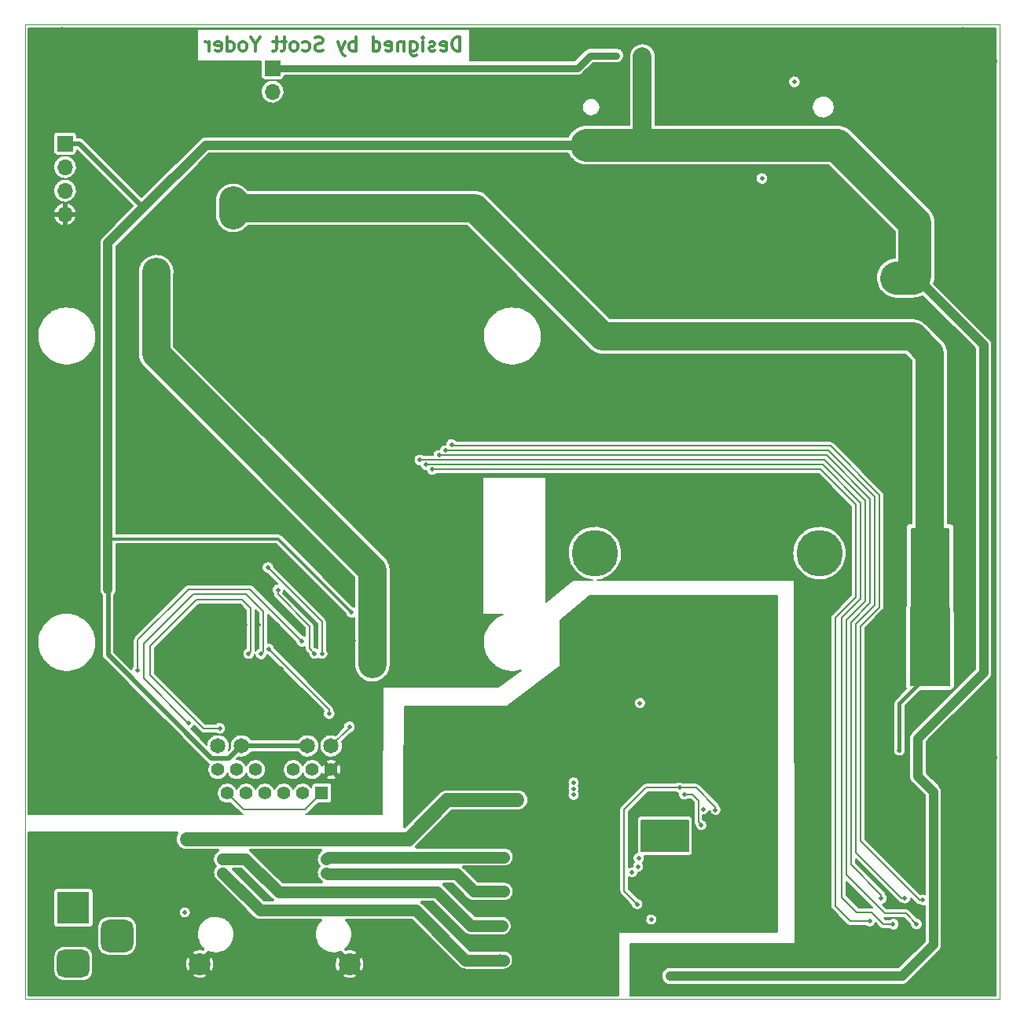
<source format=gbr>
G04 #@! TF.GenerationSoftware,KiCad,Pcbnew,5.99.0-unknown-50e22de3ba~107~ubuntu20.04.1*
G04 #@! TF.CreationDate,2021-01-25T09:59:02-06:00*
G04 #@! TF.ProjectId,AP3500,41503335-3030-42e6-9b69-6361645f7063,rev?*
G04 #@! TF.SameCoordinates,Original*
G04 #@! TF.FileFunction,Copper,L4,Bot*
G04 #@! TF.FilePolarity,Positive*
%FSLAX46Y46*%
G04 Gerber Fmt 4.6, Leading zero omitted, Abs format (unit mm)*
G04 Created by KiCad (PCBNEW 5.99.0-unknown-50e22de3ba~107~ubuntu20.04.1) date 2021-01-25 09:59:02*
%MOMM*%
%LPD*%
G01*
G04 APERTURE LIST*
G04 Aperture macros list*
%AMRoundRect*
0 Rectangle with rounded corners*
0 $1 Rounding radius*
0 $2 $3 $4 $5 $6 $7 $8 $9 X,Y pos of 4 corners*
0 Add a 4 corners polygon primitive as box body*
4,1,4,$2,$3,$4,$5,$6,$7,$8,$9,$2,$3,0*
0 Add four circle primitives for the rounded corners*
1,1,$1+$1,$2,$3*
1,1,$1+$1,$4,$5*
1,1,$1+$1,$6,$7*
1,1,$1+$1,$8,$9*
0 Add four rect primitives between the rounded corners*
20,1,$1+$1,$2,$3,$4,$5,0*
20,1,$1+$1,$4,$5,$6,$7,0*
20,1,$1+$1,$6,$7,$8,$9,0*
20,1,$1+$1,$8,$9,$2,$3,0*%
G04 Aperture macros list end*
G04 #@! TA.AperFunction,Profile*
%ADD10C,0.100000*%
G04 #@! TD*
%ADD11C,0.300000*%
G04 #@! TA.AperFunction,ComponentPad*
%ADD12R,3.500000X3.500000*%
G04 #@! TD*
G04 #@! TA.AperFunction,ComponentPad*
%ADD13RoundRect,0.750000X1.000000X-0.750000X1.000000X0.750000X-1.000000X0.750000X-1.000000X-0.750000X0*%
G04 #@! TD*
G04 #@! TA.AperFunction,ComponentPad*
%ADD14RoundRect,0.875000X0.875000X-0.875000X0.875000X0.875000X-0.875000X0.875000X-0.875000X-0.875000X0*%
G04 #@! TD*
G04 #@! TA.AperFunction,WasherPad*
%ADD15C,5.000000*%
G04 #@! TD*
G04 #@! TA.AperFunction,ComponentPad*
%ADD16C,4.100000*%
G04 #@! TD*
G04 #@! TA.AperFunction,ConnectorPad*
%ADD17C,7.400000*%
G04 #@! TD*
G04 #@! TA.AperFunction,ComponentPad*
%ADD18R,1.700000X1.700000*%
G04 #@! TD*
G04 #@! TA.AperFunction,ComponentPad*
%ADD19O,1.700000X1.700000*%
G04 #@! TD*
G04 #@! TA.AperFunction,ComponentPad*
%ADD20R,1.398000X1.398000*%
G04 #@! TD*
G04 #@! TA.AperFunction,ComponentPad*
%ADD21C,1.398000*%
G04 #@! TD*
G04 #@! TA.AperFunction,ComponentPad*
%ADD22C,1.200000*%
G04 #@! TD*
G04 #@! TA.AperFunction,ComponentPad*
%ADD23C,1.650000*%
G04 #@! TD*
G04 #@! TA.AperFunction,ComponentPad*
%ADD24C,2.362500*%
G04 #@! TD*
G04 #@! TA.AperFunction,ComponentPad*
%ADD25C,0.500000*%
G04 #@! TD*
G04 #@! TA.AperFunction,SMDPad,CuDef*
%ADD26R,3.500000X2.000000*%
G04 #@! TD*
G04 #@! TA.AperFunction,ViaPad*
%ADD27C,0.500000*%
G04 #@! TD*
G04 #@! TA.AperFunction,Conductor*
%ADD28C,0.177800*%
G04 #@! TD*
G04 #@! TA.AperFunction,Conductor*
%ADD29C,1.270000*%
G04 #@! TD*
G04 #@! TA.AperFunction,Conductor*
%ADD30C,0.203200*%
G04 #@! TD*
G04 #@! TA.AperFunction,Conductor*
%ADD31C,1.524000*%
G04 #@! TD*
G04 #@! TA.AperFunction,Conductor*
%ADD32C,3.048000*%
G04 #@! TD*
G04 #@! TA.AperFunction,Conductor*
%ADD33C,0.406400*%
G04 #@! TD*
G04 #@! TA.AperFunction,Conductor*
%ADD34C,0.762000*%
G04 #@! TD*
G04 #@! TA.AperFunction,Conductor*
%ADD35C,1.016000*%
G04 #@! TD*
G04 #@! TA.AperFunction,Conductor*
%ADD36C,0.304800*%
G04 #@! TD*
G04 #@! TA.AperFunction,Conductor*
%ADD37C,3.556000*%
G04 #@! TD*
G04 #@! TA.AperFunction,Conductor*
%ADD38C,0.508000*%
G04 #@! TD*
G04 #@! TA.AperFunction,Conductor*
%ADD39C,2.032000*%
G04 #@! TD*
G04 APERTURE END LIST*
D10*
X105000000Y0D02*
X105000000Y-105000000D01*
X0Y0D02*
X105000000Y0D01*
X0Y-105000000D02*
X105000000Y-105000000D01*
X0Y-105000000D02*
X0Y0D01*
D11*
X46882857Y-2838571D02*
X46882857Y-1338571D01*
X46525714Y-1338571D01*
X46311428Y-1410000D01*
X46168571Y-1552857D01*
X46097142Y-1695714D01*
X46025714Y-1981428D01*
X46025714Y-2195714D01*
X46097142Y-2481428D01*
X46168571Y-2624285D01*
X46311428Y-2767142D01*
X46525714Y-2838571D01*
X46882857Y-2838571D01*
X44811428Y-2767142D02*
X44954285Y-2838571D01*
X45240000Y-2838571D01*
X45382857Y-2767142D01*
X45454285Y-2624285D01*
X45454285Y-2052857D01*
X45382857Y-1910000D01*
X45240000Y-1838571D01*
X44954285Y-1838571D01*
X44811428Y-1910000D01*
X44740000Y-2052857D01*
X44740000Y-2195714D01*
X45454285Y-2338571D01*
X44168571Y-2767142D02*
X44025714Y-2838571D01*
X43740000Y-2838571D01*
X43597142Y-2767142D01*
X43525714Y-2624285D01*
X43525714Y-2552857D01*
X43597142Y-2410000D01*
X43740000Y-2338571D01*
X43954285Y-2338571D01*
X44097142Y-2267142D01*
X44168571Y-2124285D01*
X44168571Y-2052857D01*
X44097142Y-1910000D01*
X43954285Y-1838571D01*
X43740000Y-1838571D01*
X43597142Y-1910000D01*
X42882857Y-2838571D02*
X42882857Y-1838571D01*
X42882857Y-1338571D02*
X42954285Y-1410000D01*
X42882857Y-1481428D01*
X42811428Y-1410000D01*
X42882857Y-1338571D01*
X42882857Y-1481428D01*
X41525714Y-1838571D02*
X41525714Y-3052857D01*
X41597142Y-3195714D01*
X41668571Y-3267142D01*
X41811428Y-3338571D01*
X42025714Y-3338571D01*
X42168571Y-3267142D01*
X41525714Y-2767142D02*
X41668571Y-2838571D01*
X41954285Y-2838571D01*
X42097142Y-2767142D01*
X42168571Y-2695714D01*
X42240000Y-2552857D01*
X42240000Y-2124285D01*
X42168571Y-1981428D01*
X42097142Y-1910000D01*
X41954285Y-1838571D01*
X41668571Y-1838571D01*
X41525714Y-1910000D01*
X40811428Y-1838571D02*
X40811428Y-2838571D01*
X40811428Y-1981428D02*
X40740000Y-1910000D01*
X40597142Y-1838571D01*
X40382857Y-1838571D01*
X40240000Y-1910000D01*
X40168571Y-2052857D01*
X40168571Y-2838571D01*
X38882857Y-2767142D02*
X39025714Y-2838571D01*
X39311428Y-2838571D01*
X39454285Y-2767142D01*
X39525714Y-2624285D01*
X39525714Y-2052857D01*
X39454285Y-1910000D01*
X39311428Y-1838571D01*
X39025714Y-1838571D01*
X38882857Y-1910000D01*
X38811428Y-2052857D01*
X38811428Y-2195714D01*
X39525714Y-2338571D01*
X37525714Y-2838571D02*
X37525714Y-1338571D01*
X37525714Y-2767142D02*
X37668571Y-2838571D01*
X37954285Y-2838571D01*
X38097142Y-2767142D01*
X38168571Y-2695714D01*
X38240000Y-2552857D01*
X38240000Y-2124285D01*
X38168571Y-1981428D01*
X38097142Y-1910000D01*
X37954285Y-1838571D01*
X37668571Y-1838571D01*
X37525714Y-1910000D01*
X35668571Y-2838571D02*
X35668571Y-1338571D01*
X35668571Y-1910000D02*
X35525714Y-1838571D01*
X35240000Y-1838571D01*
X35097142Y-1910000D01*
X35025714Y-1981428D01*
X34954285Y-2124285D01*
X34954285Y-2552857D01*
X35025714Y-2695714D01*
X35097142Y-2767142D01*
X35240000Y-2838571D01*
X35525714Y-2838571D01*
X35668571Y-2767142D01*
X34454285Y-1838571D02*
X34097142Y-2838571D01*
X33740000Y-1838571D02*
X34097142Y-2838571D01*
X34240000Y-3195714D01*
X34311428Y-3267142D01*
X34454285Y-3338571D01*
X32097142Y-2767142D02*
X31882857Y-2838571D01*
X31525714Y-2838571D01*
X31382857Y-2767142D01*
X31311428Y-2695714D01*
X31240000Y-2552857D01*
X31240000Y-2410000D01*
X31311428Y-2267142D01*
X31382857Y-2195714D01*
X31525714Y-2124285D01*
X31811428Y-2052857D01*
X31954285Y-1981428D01*
X32025714Y-1910000D01*
X32097142Y-1767142D01*
X32097142Y-1624285D01*
X32025714Y-1481428D01*
X31954285Y-1410000D01*
X31811428Y-1338571D01*
X31454285Y-1338571D01*
X31240000Y-1410000D01*
X29954285Y-2767142D02*
X30097142Y-2838571D01*
X30382857Y-2838571D01*
X30525714Y-2767142D01*
X30597142Y-2695714D01*
X30668571Y-2552857D01*
X30668571Y-2124285D01*
X30597142Y-1981428D01*
X30525714Y-1910000D01*
X30382857Y-1838571D01*
X30097142Y-1838571D01*
X29954285Y-1910000D01*
X29097142Y-2838571D02*
X29240000Y-2767142D01*
X29311428Y-2695714D01*
X29382857Y-2552857D01*
X29382857Y-2124285D01*
X29311428Y-1981428D01*
X29240000Y-1910000D01*
X29097142Y-1838571D01*
X28882857Y-1838571D01*
X28740000Y-1910000D01*
X28668571Y-1981428D01*
X28597142Y-2124285D01*
X28597142Y-2552857D01*
X28668571Y-2695714D01*
X28740000Y-2767142D01*
X28882857Y-2838571D01*
X29097142Y-2838571D01*
X28168571Y-1838571D02*
X27597142Y-1838571D01*
X27954285Y-1338571D02*
X27954285Y-2624285D01*
X27882857Y-2767142D01*
X27740000Y-2838571D01*
X27597142Y-2838571D01*
X27311428Y-1838571D02*
X26740000Y-1838571D01*
X27097142Y-1338571D02*
X27097142Y-2624285D01*
X27025714Y-2767142D01*
X26882857Y-2838571D01*
X26740000Y-2838571D01*
X24811428Y-2124285D02*
X24811428Y-2838571D01*
X25311428Y-1338571D02*
X24811428Y-2124285D01*
X24311428Y-1338571D01*
X23597142Y-2838571D02*
X23740000Y-2767142D01*
X23811428Y-2695714D01*
X23882857Y-2552857D01*
X23882857Y-2124285D01*
X23811428Y-1981428D01*
X23740000Y-1910000D01*
X23597142Y-1838571D01*
X23382857Y-1838571D01*
X23240000Y-1910000D01*
X23168571Y-1981428D01*
X23097142Y-2124285D01*
X23097142Y-2552857D01*
X23168571Y-2695714D01*
X23240000Y-2767142D01*
X23382857Y-2838571D01*
X23597142Y-2838571D01*
X21811428Y-2838571D02*
X21811428Y-1338571D01*
X21811428Y-2767142D02*
X21954285Y-2838571D01*
X22240000Y-2838571D01*
X22382857Y-2767142D01*
X22454285Y-2695714D01*
X22525714Y-2552857D01*
X22525714Y-2124285D01*
X22454285Y-1981428D01*
X22382857Y-1910000D01*
X22240000Y-1838571D01*
X21954285Y-1838571D01*
X21811428Y-1910000D01*
X20525714Y-2767142D02*
X20668571Y-2838571D01*
X20954285Y-2838571D01*
X21097142Y-2767142D01*
X21168571Y-2624285D01*
X21168571Y-2052857D01*
X21097142Y-1910000D01*
X20954285Y-1838571D01*
X20668571Y-1838571D01*
X20525714Y-1910000D01*
X20454285Y-2052857D01*
X20454285Y-2195714D01*
X21168571Y-2338571D01*
X19811428Y-2838571D02*
X19811428Y-1838571D01*
X19811428Y-2124285D02*
X19740000Y-1981428D01*
X19668571Y-1910000D01*
X19525714Y-1838571D01*
X19382857Y-1838571D01*
D12*
X5230671Y-95176004D03*
D13*
X5230671Y-101176004D03*
D14*
X9930671Y-98176004D03*
D15*
X85606800Y-56947800D03*
X61406800Y-56947800D03*
D16*
X101000000Y-4000000D03*
D17*
X101000000Y-4000000D03*
D18*
X26678800Y-4700000D03*
D19*
X26678800Y-7240000D03*
D18*
X4326800Y-12828000D03*
D19*
X4326800Y-15368000D03*
X4326800Y-17908000D03*
X4326800Y-20448000D03*
D17*
X101000000Y-79000000D03*
D16*
X101000000Y-79000000D03*
D20*
X31980000Y-82800000D03*
D21*
X29948000Y-82800000D03*
X27916000Y-82800000D03*
X25884000Y-82800000D03*
X23852000Y-82800000D03*
X21820000Y-82800000D03*
X32996000Y-80260000D03*
X30964000Y-80260000D03*
X28932000Y-80260000D03*
X24868000Y-80260000D03*
X22836000Y-80260000D03*
X20804000Y-80260000D03*
D22*
X32488000Y-89910000D03*
X21312000Y-89910000D03*
X32488000Y-91400000D03*
X21312000Y-91400000D03*
D23*
X32996000Y-77720000D03*
X30456000Y-77720000D03*
X23344000Y-77720000D03*
X20804000Y-77720000D03*
D24*
X34965000Y-101215000D03*
X18835000Y-101215000D03*
D17*
X4000000Y-4000000D03*
D16*
X4000000Y-4000000D03*
D25*
X70965609Y-88754788D03*
X68365609Y-86054788D03*
X69665609Y-87404788D03*
X68365609Y-88754788D03*
X70965609Y-87404788D03*
X67065609Y-87404788D03*
D26*
X69015609Y-87404788D03*
D25*
X67065609Y-88754788D03*
X69665609Y-86054788D03*
X69665609Y-88754788D03*
X68365609Y-87404788D03*
X70965609Y-86054788D03*
X67065609Y-86054788D03*
D16*
X4000000Y-79000000D03*
D17*
X4000000Y-79000000D03*
D27*
X40394800Y-66360000D03*
X32012800Y-67760000D03*
X31225400Y-67760000D03*
X35240000Y-67760000D03*
X34040000Y-67760000D03*
X32840000Y-67760000D03*
X33140000Y-64560000D03*
X33987597Y-64560000D03*
X35289400Y-64560000D03*
X35380000Y-66360000D03*
X34020000Y-66360000D03*
X32840000Y-66360000D03*
X31340000Y-66360000D03*
X28880000Y-66450000D03*
X27230000Y-66330000D03*
X27610000Y-67710000D03*
X29620000Y-67710000D03*
X33206600Y-35535600D03*
X80206052Y-99213400D03*
X93658600Y-90272600D03*
X18042800Y-73559400D03*
X29625200Y-35535600D03*
X104377400Y-53985424D03*
X87842000Y-62231000D03*
X96808200Y-91593400D03*
X18830200Y-16790400D03*
X68919000Y-15393400D03*
X28567800Y-75714200D03*
X58124000Y-33300400D03*
X71540534Y-585200D03*
X85175000Y-48819800D03*
X19439800Y-18289000D03*
X86546600Y-73991200D03*
X44181940Y-71171800D03*
X83168400Y-59640200D03*
X104377400Y-36193816D03*
X92637600Y-66475200D03*
X104377400Y-62881228D03*
X34425800Y-35535600D03*
X94526336Y-585200D03*
X104377400Y-45089620D03*
X38032600Y-30735000D03*
X29625200Y-69393800D03*
X23411600Y-75892000D03*
X26043800Y-35535600D03*
X83143000Y-99213400D03*
X99691100Y-27344100D03*
X58886000Y-59640200D03*
X65521312Y-99213400D03*
X92688400Y-64163800D03*
X68106796Y-3437795D03*
X104377400Y-71777032D03*
X22716400Y-66295000D03*
X36813400Y-30735000D03*
X101888200Y-64415400D03*
X68458260Y-99213400D03*
X10346600Y-25020000D03*
X50077280Y-71171800D03*
X94623800Y-61850000D03*
X28685400Y-53137800D03*
X25612000Y-69393800D03*
X62188000Y-29211000D03*
X25213599Y-64644000D03*
X96224000Y-102490000D03*
X88756400Y-52401200D03*
X101278600Y-46076600D03*
X20709800Y-62739000D03*
X83168400Y-83499504D03*
X25291200Y-73733000D03*
X23732400Y-64644000D03*
X29625200Y-30735000D03*
X68155796Y-6186595D03*
X67991900Y-59640200D03*
X28431400Y-35535600D03*
X104377400Y-95499176D03*
X101888200Y-61113400D03*
X16899800Y-64694800D03*
X38286600Y-74006440D03*
X48497400Y-5792200D03*
X19560900Y-6422300D03*
X22411600Y-30735000D03*
X23630800Y-30735000D03*
X7654200Y-35535600D03*
X32012800Y-35535600D03*
X99576800Y-50445400D03*
X74824220Y-585200D03*
X19312800Y-84913200D03*
X68516103Y-104395000D03*
X104377400Y-24332744D03*
X92363200Y-86030800D03*
X104377400Y-12471672D03*
X39226400Y-30735000D03*
X104377400Y-18402208D03*
X81391592Y-585200D03*
X66531400Y-15393400D03*
X55122104Y-585200D03*
X24824600Y-35535600D03*
X38286600Y-79421720D03*
X94547600Y-65304400D03*
X25104000Y-50623200D03*
X101093708Y-585200D03*
X18982600Y-9602200D03*
X89479640Y-104395000D03*
X27212200Y-35535600D03*
X74099396Y-6084995D03*
X25265800Y-75714200D03*
X10372000Y-35967400D03*
X7882800Y-24994600D03*
X101458804Y-104395000D03*
X89137400Y-93244400D03*
X38286600Y-76714080D03*
X24824600Y-56414400D03*
X104377400Y-9506404D03*
X10956200Y-54484000D03*
X104377400Y-65846496D03*
X104377400Y-56950692D03*
X59089200Y-7417800D03*
X21675000Y-39574200D03*
X47129610Y-71171800D03*
X12073800Y-17323800D03*
X98611600Y-31370000D03*
X56346000Y-61723000D03*
X104377400Y-101429712D03*
X104377400Y-21367476D03*
X98464013Y-104395000D03*
X39226400Y-35535600D03*
X40420200Y-35535600D03*
X40369400Y-17577800D03*
X104377400Y-33228548D03*
X86521200Y-78639400D03*
X83168400Y-77292160D03*
X71332000Y-44374800D03*
X10575200Y-27661600D03*
X83168400Y-74188488D03*
X104377400Y-6541136D03*
X38032600Y-35535600D03*
X94090400Y-100051600D03*
X74062500Y-59640200D03*
X40420200Y-30735000D03*
X34425800Y-30735000D03*
X91677400Y-80798400D03*
X16468000Y-28804600D03*
X94877800Y-39625000D03*
X104377400Y-48054888D03*
X20836800Y-68581000D03*
X24697600Y-30735000D03*
X67090200Y-31395400D03*
X104377400Y-27298012D03*
X35822800Y-21946600D03*
X38286600Y-71197200D03*
X15223400Y-40412400D03*
X16518800Y-34519600D03*
X643800Y-84913200D03*
X90153400Y-40260000D03*
X33282800Y-57709800D03*
X27212200Y-30735000D03*
X35238600Y-69393800D03*
X97290800Y-31776400D03*
X49437200Y-24004000D03*
X38286600Y-84837000D03*
X36813400Y-35535600D03*
X59523196Y-3341795D03*
X27205797Y-64644000D03*
X104377400Y-585200D03*
X90051800Y-23089600D03*
X93049000Y-77471000D03*
X30819000Y-35535600D03*
X93811000Y-54230000D03*
X88781800Y-58675000D03*
X89696200Y-94184200D03*
X30819000Y-30735000D03*
X104377400Y-83638104D03*
X36584800Y-17603200D03*
X15325000Y-68250800D03*
X33206600Y-30735000D03*
X101481800Y-55830200D03*
X34019400Y-69393800D03*
X95469222Y-104395000D03*
X83168400Y-92810520D03*
X57438200Y-44374800D03*
X22437000Y-14961600D03*
X83490058Y-104395000D03*
X71128800Y-48972200D03*
X85581400Y-84151200D03*
X20835510Y-65493000D03*
X85962400Y-44324000D03*
X23630800Y-35535600D03*
X58405790Y-585200D03*
X77097800Y-59640200D03*
X95106400Y-48946800D03*
X86521200Y-68479400D03*
X62518200Y-15368000D03*
X32012800Y-30735000D03*
X71510894Y-104395000D03*
X92913800Y-82133699D03*
X83168400Y-86603176D03*
X7832000Y-28855400D03*
X104377400Y-89568640D03*
X18398400Y-17425400D03*
X78107906Y-585200D03*
X27618600Y-69393800D03*
X99373600Y-32589200D03*
X104377400Y-92533908D03*
X28431400Y-30735000D03*
X14232800Y-62764400D03*
X33435200Y-5766800D03*
X53679000Y-3684000D03*
X104377400Y-30263280D03*
X48554732Y-585200D03*
X91242650Y-585200D03*
X26501000Y-22454600D03*
X21471800Y-22657800D03*
X104377400Y-68811764D03*
X52129600Y-69978000D03*
X52637600Y-20956000D03*
X31631800Y-69393800D03*
X32825600Y-69393800D03*
X41234270Y-71171800D03*
X78139200Y-15418800D03*
X62518188Y-10643601D03*
X32038200Y-79630000D03*
X29193400Y-64637597D03*
X22802000Y-81683200D03*
X77269104Y-99213400D03*
X92474431Y-104395000D03*
X92663000Y-68964400D03*
X84675278Y-585200D03*
X51672400Y-5817600D03*
X25002400Y-11761200D03*
X82101600Y-6249400D03*
X9682800Y-78389600D03*
X44458800Y-21921200D03*
X83168400Y-95914200D03*
X35619600Y-35535600D03*
X74106796Y-3519595D03*
X40394800Y-64644000D03*
X104377400Y-15436940D03*
X65006196Y-6237395D03*
X65521312Y-101499400D03*
X94598400Y-67768200D03*
X18398400Y-18009600D03*
X91093200Y-35840400D03*
X69122200Y-10288000D03*
X83168400Y-64877472D03*
X104377400Y-86603372D03*
X84971800Y-101321600D03*
X93023600Y-61469000D03*
X71395208Y-99213400D03*
X104377400Y-104395000D03*
X74505685Y-104395000D03*
X26196200Y-30760400D03*
X23605400Y-69393800D03*
X28567800Y-73733000D03*
X62315000Y-35942000D03*
X11972200Y-33046400D03*
X62873800Y-59665600D03*
X57235000Y-48921400D03*
X104377400Y-42124352D03*
X39912200Y-58319400D03*
X20100200Y-25375600D03*
X11057800Y-19711400D03*
X68256848Y-585200D03*
X36432400Y-54585600D03*
X22614800Y-84913200D03*
X33451800Y-73432400D03*
X64956600Y-59640200D03*
X51838418Y-585200D03*
X30599800Y-75841200D03*
X104377400Y-74742300D03*
X35619600Y-30735000D03*
X92388600Y-87427800D03*
X22183000Y-35561000D03*
X87958964Y-585200D03*
X97810022Y-585200D03*
X71027200Y-59640200D03*
X83168400Y-89706848D03*
X104377400Y-51020156D03*
X90813800Y-77445600D03*
X38286600Y-82129360D03*
X40420200Y-30735000D03*
X83168400Y-67981144D03*
X65521312Y-104395000D03*
X83168400Y-71084816D03*
X99018000Y-94539800D03*
X77500476Y-104395000D03*
X14969400Y-84913200D03*
X5419000Y-84913200D03*
X80133100Y-59640200D03*
X22411600Y-69393800D03*
X86484849Y-104395000D03*
X30793600Y-84938600D03*
X101329400Y-42190400D03*
X104377400Y-39159084D03*
X10194200Y-84913200D03*
X85761396Y-15508395D03*
X34670900Y-9442300D03*
X14563000Y-15850600D03*
X83168400Y-61773800D03*
X104377400Y-98464444D03*
X40420200Y-35535600D03*
X29142600Y-46991000D03*
X80495267Y-104395000D03*
X50834200Y-3684000D03*
X79688600Y-6173200D03*
X86191000Y-93777800D03*
X74332156Y-99213400D03*
X48954600Y-17628600D03*
X32038200Y-21895800D03*
X22767200Y-74245200D03*
X100288000Y-48464200D03*
X71305396Y-3443395D03*
X104377400Y-59915960D03*
X61689476Y-585200D03*
X64973162Y-585200D03*
X51618000Y-89688400D03*
X51160800Y-89358200D03*
X51160800Y-90018600D03*
X23224561Y-104395000D03*
X72089000Y-96193200D03*
X27723164Y-104395000D03*
X65967600Y-80419800D03*
X64450000Y-83290000D03*
X49094300Y-73711800D03*
X643800Y-100113697D03*
X64753400Y-61773800D03*
X80882400Y-95911400D03*
X59213385Y-104395000D03*
X74959200Y-72037800D03*
X9728752Y-104395000D03*
X80882400Y-83497726D03*
X643800Y-95832396D03*
X80882400Y-64877218D03*
X643800Y-91551095D03*
X74667866Y-61773800D03*
X10194200Y-87269794D03*
X643800Y-104395000D03*
X68101200Y-62639800D03*
X5419000Y-87269794D03*
X24596000Y-92812600D03*
X46440000Y-73711800D03*
X63712000Y-99839933D03*
X76330800Y-82578800D03*
X79353400Y-82147000D03*
X14227355Y-104395000D03*
X53526600Y-72568800D03*
X71398040Y-97562400D03*
X80882400Y-89704562D03*
X32221767Y-104395000D03*
X41131400Y-73711800D03*
X45717576Y-104395000D03*
X43785700Y-73711800D03*
X72190609Y-89563800D03*
X41131400Y-76185760D03*
X36720370Y-104395000D03*
X68456720Y-97562400D03*
X41131400Y-81133680D03*
X80882400Y-74187472D03*
X71560600Y-61773800D03*
X80882400Y-67980636D03*
X76330800Y-80115000D03*
X61123510Y-61773800D03*
X80882400Y-71084054D03*
X41131400Y-78659720D03*
X80882400Y-77290890D03*
X77775132Y-61773800D03*
X71809600Y-83848800D03*
X41131400Y-86081600D03*
X47452400Y-77521800D03*
X63712000Y-102117466D03*
X51748600Y-73711800D03*
X62938455Y-61773800D03*
X80882400Y-61773800D03*
X69650600Y-95685200D03*
X77280680Y-97562400D03*
X67395000Y-83465400D03*
X28939400Y-90704400D03*
X5230149Y-104395000D03*
X50216179Y-104395000D03*
X63808600Y-75339800D03*
X80882400Y-86601144D03*
X80882400Y-92807980D03*
X643800Y-87269794D03*
X71809600Y-85118800D03*
X54714782Y-104395000D03*
X78465200Y-88089800D03*
X43407000Y-77548400D03*
X63712000Y-97562400D03*
X41131400Y-83607640D03*
X41218973Y-104395000D03*
X43507000Y-81418400D03*
X74959200Y-73612600D03*
X62284600Y-75339800D03*
X65515400Y-97562400D03*
X16747400Y-99365800D03*
X63712000Y-104395000D03*
X75269000Y-87354000D03*
X47427000Y-81357200D03*
X80222000Y-97562400D03*
X74339360Y-97562400D03*
X14969400Y-87269794D03*
X68055400Y-83465400D03*
X79048600Y-80115000D03*
X59241600Y-63145400D03*
X17230000Y-95657400D03*
X67491600Y-96421800D03*
X51567200Y-97102298D03*
X51160800Y-96749600D03*
X51160800Y-97460800D03*
X51620657Y-93396800D03*
X51163457Y-93727000D03*
X51163457Y-93066600D03*
X52688400Y-83541600D03*
X17738000Y-88215200D03*
X17204600Y-87783400D03*
X59111000Y-81662000D03*
X65435600Y-91339400D03*
X59111000Y-82982800D03*
X53091200Y-83922600D03*
X66121400Y-89815400D03*
X66070600Y-90729800D03*
X17738000Y-87300800D03*
X59111000Y-82322400D03*
X53523000Y-83541600D03*
X18296800Y-87783400D03*
X53091200Y-83135200D03*
X51131457Y-100433198D03*
X51563257Y-100788798D03*
X51131457Y-101144398D03*
X82906800Y-6180800D03*
X79409200Y-16587200D03*
X97900400Y-36069000D03*
X97925800Y-36907200D03*
X96583200Y-57786000D03*
X95741400Y-61138800D03*
X99297400Y-59360800D03*
X99276500Y-61138800D03*
X98535400Y-66803000D03*
X95716000Y-59360800D03*
X98637000Y-36069000D03*
X96503400Y-66803000D03*
X94217400Y-78182200D03*
X22433201Y-21659600D03*
X97519400Y-69901800D03*
X97113000Y-36069000D03*
X23576201Y-20491200D03*
X22433201Y-18408400D03*
X22433201Y-19373600D03*
X96503400Y-68835000D03*
X96503400Y-70867000D03*
X97849600Y-57760600D03*
X22433201Y-20516600D03*
X97925800Y-35180000D03*
X97519400Y-67692000D03*
X99276500Y-62916800D03*
X98535400Y-70867000D03*
X98535400Y-68835000D03*
X71047600Y-82959800D03*
X72881400Y-86261800D03*
X66272400Y-73104600D03*
X73084600Y-84557600D03*
X70539600Y-82197800D03*
X65967600Y-94770800D03*
X74405400Y-84610800D03*
X45982800Y-45238400D03*
X96732000Y-94311200D03*
X45297000Y-45898800D03*
X94801600Y-94108000D03*
X44611200Y-46406800D03*
X92261600Y-94133400D03*
X43900000Y-47930800D03*
X91017000Y-96597200D03*
X93531600Y-96927400D03*
X43239600Y-47422800D03*
X42553800Y-46914800D03*
X96046200Y-96902000D03*
X34959200Y-75667600D03*
X62899200Y-3353800D03*
X62086400Y-3353800D03*
X63737400Y-3328400D03*
X20989200Y-75820000D03*
X24113400Y-67768200D03*
X26272400Y-67285600D03*
X32774800Y-74245200D03*
X29828400Y-66447400D03*
X12150000Y-69571600D03*
X79510800Y-102515400D03*
X66131796Y-6147795D03*
X96363700Y-27899100D03*
X84489200Y-102540800D03*
X97443200Y-99416600D03*
X97925800Y-98248200D03*
X93010900Y-27060900D03*
X89493000Y-102515400D03*
X69528600Y-102515400D03*
X94585700Y-27060900D03*
X66931796Y-6147795D03*
X93010900Y-27899100D03*
X74507000Y-102540800D03*
X72881796Y-11723795D03*
X94496800Y-102490000D03*
X67088996Y-3544995D03*
X97875000Y-97257600D03*
X61704196Y-14263795D03*
X15426600Y-74397600D03*
X97113000Y-26137600D03*
X96363700Y-27060900D03*
X97113000Y-25299400D03*
X61710796Y-11718395D03*
X35187800Y-63323200D03*
X85478596Y-12968395D03*
X94585700Y-27899100D03*
X65971396Y-3544995D03*
X84868996Y-14263795D03*
X72930996Y-14263795D03*
X17611000Y-75261200D03*
X25434188Y-67793591D03*
X14737002Y-25832800D03*
X38392400Y-67911800D03*
X38012400Y-69231800D03*
X14711602Y-27534600D03*
X13619402Y-25832800D03*
X36822400Y-69521800D03*
X36402400Y-69231800D03*
X36792400Y-67911800D03*
X13594002Y-27534600D03*
X38412400Y-69541800D03*
X14152802Y-26671000D03*
X37992400Y-67601800D03*
X37592400Y-67911800D03*
X37612400Y-69551800D03*
X37192400Y-67601800D03*
X36392400Y-67601800D03*
X37232400Y-69221800D03*
X27263000Y-60910200D03*
X26196200Y-58497200D03*
D28*
X32012800Y-67760000D02*
X32012800Y-64339200D01*
X32012800Y-64339200D02*
X26196200Y-58522600D01*
X26196200Y-58522600D02*
X26196200Y-58497200D01*
X30666600Y-67201200D02*
X30666600Y-64796400D01*
X31225400Y-67760000D02*
X30666600Y-67201200D01*
X30666600Y-64796400D02*
X27263000Y-61392800D01*
X27263000Y-61392800D02*
X27263000Y-60910200D01*
D29*
X32709600Y-89688400D02*
X32488000Y-89910000D01*
X51618000Y-89688400D02*
X32709600Y-89688400D01*
D30*
X30189150Y-84590850D02*
X31980000Y-82800000D01*
X23610850Y-84590850D02*
X30189150Y-84590850D01*
X21820000Y-82800000D02*
X23610850Y-84590850D01*
D29*
X23776200Y-89910000D02*
X21312000Y-89910000D01*
X48059098Y-97102298D02*
X44429800Y-93473000D01*
X51404800Y-97102298D02*
X48059098Y-97102298D01*
X44429800Y-93473000D02*
X27339200Y-93473000D01*
X27339200Y-93473000D02*
X23776200Y-89910000D01*
X51620657Y-93396800D02*
X48366800Y-93396800D01*
X32630600Y-91542600D02*
X32488000Y-91400000D01*
X46512600Y-91542600D02*
X32630600Y-91542600D01*
X48366800Y-93396800D02*
X46512600Y-91542600D01*
D31*
X41309200Y-87758000D02*
X45525600Y-83541600D01*
X45525600Y-83541600D02*
X53065800Y-83541600D01*
X17433200Y-87758000D02*
X41309200Y-87758000D01*
D29*
X47478398Y-100788798D02*
X42118400Y-95428800D01*
X25340800Y-95428800D02*
X21312000Y-91400000D01*
X51563257Y-100788798D02*
X47478398Y-100788798D01*
X42118400Y-95428800D02*
X25340800Y-95428800D01*
D32*
X48421200Y-19762200D02*
X23220590Y-19762200D01*
X95665200Y-33605200D02*
X62264200Y-33605200D01*
X97494000Y-55931800D02*
X97494000Y-35434000D01*
X22451001Y-20498800D02*
X22433201Y-20516600D01*
D33*
X94217400Y-78182200D02*
X94217400Y-73153000D01*
D32*
X97494000Y-35434000D02*
X95665200Y-33605200D01*
D33*
X94217400Y-73153000D02*
X96503400Y-70867000D01*
D32*
X23220590Y-19762200D02*
X22433190Y-18974800D01*
X22433190Y-18974800D02*
X22433190Y-20516601D01*
X62264200Y-33605200D02*
X48421200Y-19762200D01*
D30*
X71047600Y-82959800D02*
X71936600Y-82959800D01*
X71936600Y-82959800D02*
X72571600Y-83594800D01*
X72571600Y-85952000D02*
X72881400Y-86261800D01*
X72571600Y-85626800D02*
X72571600Y-85952000D01*
X72571600Y-83594800D02*
X72571600Y-85626800D01*
X74405400Y-84285600D02*
X74405400Y-84610800D01*
X64546600Y-93349800D02*
X64546600Y-84561200D01*
X65967600Y-94770800D02*
X64546600Y-93349800D01*
X70539600Y-82197800D02*
X72317600Y-82197800D01*
X64546600Y-84561200D02*
X66910000Y-82197800D01*
X72317600Y-82197800D02*
X74405400Y-84285600D01*
X66910000Y-82197800D02*
X70539600Y-82197800D01*
X90026431Y-87986631D02*
X90026431Y-64796381D01*
X96732000Y-94311200D02*
X96351000Y-94311200D01*
X92058400Y-62764412D02*
X92058400Y-61385752D01*
X86785940Y-45390700D02*
X46135100Y-45390700D01*
X90026431Y-64796381D02*
X92058400Y-62764412D01*
X46135100Y-45390700D02*
X45982800Y-45238400D01*
X92058495Y-50663255D02*
X86785940Y-45390700D01*
X96351000Y-94311200D02*
X90026431Y-87986631D01*
X92058400Y-61385752D02*
X92058500Y-61385652D01*
X92058500Y-61385652D02*
X92058495Y-50663255D01*
X89518420Y-89180420D02*
X89518420Y-64585944D01*
X89518420Y-64585944D02*
X91550400Y-62553964D01*
X94801600Y-94108000D02*
X94446000Y-94108000D01*
X86575512Y-45898720D02*
X45297080Y-45898720D01*
X91550400Y-62553964D02*
X91550400Y-61596160D01*
X45297080Y-45898720D02*
X45297000Y-45898800D01*
X91550476Y-50873684D02*
X86575512Y-45898720D01*
X91550480Y-61596080D02*
X91550476Y-50873684D01*
X94446000Y-94108000D02*
X89518420Y-89180420D01*
X91550400Y-61596160D02*
X91550480Y-61596080D01*
X86365084Y-46406740D02*
X46505237Y-46406741D01*
X91067778Y-62318150D02*
X91064098Y-62318150D01*
X91042400Y-61868338D02*
X91042460Y-61868278D01*
X89010400Y-64375528D02*
X91067778Y-62318150D01*
X89010400Y-86691200D02*
X89010400Y-86564200D01*
X92261600Y-94133400D02*
X92261600Y-93752400D01*
X91042457Y-51084113D02*
X86365084Y-46406740D01*
X46505178Y-46406800D02*
X44611200Y-46406800D01*
X89010400Y-90501200D02*
X89010400Y-86691200D01*
X91064098Y-62318150D02*
X91042400Y-62296452D01*
X91042400Y-62296452D02*
X91042400Y-61868338D01*
X89010400Y-86691200D02*
X89010400Y-64375528D01*
X46505237Y-46406741D02*
X46505178Y-46406800D01*
X91042460Y-61868278D02*
X91042457Y-51084113D01*
X92261600Y-93752400D02*
X89010400Y-90501200D01*
X87334000Y-63882000D02*
X89518400Y-61697600D01*
X89518400Y-61697600D02*
X89518400Y-51715400D01*
X91017000Y-96597200D02*
X88959600Y-96597200D01*
X89518400Y-51715400D02*
X85733800Y-47930800D01*
X43900000Y-47930800D02*
X46294810Y-47930800D01*
X87334000Y-94971600D02*
X87334000Y-63882000D01*
X88959600Y-96597200D02*
X87334000Y-94971600D01*
X85733800Y-47930800D02*
X43900000Y-47930800D01*
X87994389Y-94031789D02*
X89620000Y-95657400D01*
X92515600Y-96927400D02*
X93531600Y-96927400D01*
X87994389Y-63940059D02*
X87994389Y-94031789D01*
X43239600Y-47422800D02*
X43239619Y-47422781D01*
X90026419Y-51504971D02*
X90026420Y-61908028D01*
X91245600Y-95657400D02*
X92515600Y-96927400D01*
X43239619Y-47422781D02*
X85944228Y-47422780D01*
X90026420Y-61908028D02*
X87994389Y-63940059D01*
X85944228Y-47422780D02*
X90026419Y-51504971D01*
X89620000Y-95657400D02*
X91245600Y-95657400D01*
X92642600Y-95759000D02*
X88502400Y-91618800D01*
X90534438Y-62129362D02*
X90534438Y-51294542D01*
X88502400Y-91618800D02*
X88502400Y-64161400D01*
X86154656Y-46914760D02*
X42553839Y-46914761D01*
X42553839Y-46914761D02*
X42553800Y-46914800D01*
X96046200Y-96902000D02*
X94903200Y-95759000D01*
X94903200Y-95759000D02*
X92642600Y-95759000D01*
X88502400Y-64161400D02*
X90534438Y-62129362D01*
X90534438Y-51294542D02*
X86154656Y-46914760D01*
D28*
X34959200Y-75667600D02*
X34959200Y-75756800D01*
X34959200Y-75756800D02*
X32996000Y-77720000D01*
D34*
X59521000Y-4700000D02*
X26678800Y-4700000D01*
X63737400Y-3328400D02*
X60892600Y-3328400D01*
X60892600Y-3328400D02*
X59521000Y-4700000D01*
D30*
X24342000Y-62891400D02*
X24342000Y-67539600D01*
X13496200Y-66980800D02*
X18500000Y-61977000D01*
X13496200Y-70105000D02*
X13496200Y-66980800D01*
X24342000Y-67539600D02*
X24113400Y-67768200D01*
X23427600Y-61977000D02*
X24342000Y-62891400D01*
X18500000Y-61977000D02*
X23427600Y-61977000D01*
X19211200Y-75820000D02*
X13496200Y-70105000D01*
X20989200Y-75820000D02*
X19211200Y-75820000D01*
D28*
X32520800Y-73534000D02*
X32774800Y-73788000D01*
X32774800Y-73788000D02*
X32774800Y-74245200D01*
X26272400Y-67285600D02*
X32520800Y-73534000D01*
D30*
X17636400Y-60834000D02*
X24215000Y-60834000D01*
X12175400Y-66295000D02*
X17636400Y-60834000D01*
X12175400Y-69546200D02*
X12175400Y-66295000D01*
X12150000Y-69571600D02*
X12175400Y-69546200D01*
X24215000Y-60834000D02*
X29828400Y-66447400D01*
D35*
X94496800Y-102515400D02*
X69528600Y-102515400D01*
X8949600Y-23546800D02*
X8949600Y-60834000D01*
D36*
X35187800Y-63323200D02*
X27288400Y-55423800D01*
D37*
X95906500Y-21400500D02*
X95906500Y-27090100D01*
D35*
X97875000Y-82678000D02*
X97875000Y-99137200D01*
D37*
X95906500Y-27090100D02*
X95690600Y-27306000D01*
D35*
X96198600Y-81001600D02*
X97875000Y-82678000D01*
X103285200Y-34519600D02*
X103285200Y-69825600D01*
D38*
X8975000Y-60859400D02*
X8975000Y-67920600D01*
D36*
X27288400Y-55423800D02*
X9279800Y-55423800D01*
X9279800Y-55423800D02*
X9225011Y-55478589D01*
D37*
X87499795Y-12993795D02*
X84897796Y-12993795D01*
D38*
X4326800Y-12828000D02*
X5850800Y-12828000D01*
D37*
X67012796Y-12993795D02*
X60539196Y-12993795D01*
X87499795Y-12993795D02*
X95906500Y-21400500D01*
D35*
X103285200Y-69825600D02*
X96198600Y-76912200D01*
D39*
X67012796Y-12993795D02*
X66530196Y-12511195D01*
D38*
X8975000Y-67920600D02*
X20125600Y-79071200D01*
D35*
X19502605Y-12993795D02*
X12759600Y-19736800D01*
X96389100Y-27623500D02*
X103285200Y-34519600D01*
D38*
X21992800Y-79071200D02*
X23344000Y-77720000D01*
D35*
X12759600Y-19736800D02*
X8949600Y-23546800D01*
D38*
X20125600Y-79071200D02*
X21992800Y-79071200D01*
D35*
X96198600Y-76912200D02*
X96198600Y-81001600D01*
D38*
X5850800Y-12828000D02*
X12759600Y-19736800D01*
D39*
X66530196Y-12511195D02*
X66530196Y-3468795D01*
D38*
X30456000Y-77720000D02*
X23344000Y-77720000D01*
D37*
X95690600Y-27306000D02*
X93912600Y-27306000D01*
D35*
X97875000Y-99137200D02*
X94496800Y-102515400D01*
X60539196Y-12993795D02*
X19502605Y-12993795D01*
X96389100Y-25867100D02*
X96389100Y-27623500D01*
D37*
X87499795Y-12993795D02*
X67012796Y-12993795D01*
D30*
X18169800Y-61342000D02*
X23808600Y-61342000D01*
X12785000Y-66726800D02*
X18169800Y-61342000D01*
X25688200Y-64877744D02*
X25688200Y-67539579D01*
X17611000Y-75261200D02*
X17585600Y-75261200D01*
X17585600Y-75261200D02*
X12785000Y-70460600D01*
X25692210Y-63225610D02*
X25692210Y-64873734D01*
X23808600Y-61342000D02*
X25692210Y-63225610D01*
X25688200Y-67539579D02*
X25434188Y-67793591D01*
X12785000Y-70460600D02*
X12785000Y-66726800D01*
X25692210Y-64873734D02*
X25688200Y-64877744D01*
D32*
X14131200Y-26692602D02*
X14152802Y-26671000D01*
X37448400Y-68936600D02*
X37448400Y-58802000D01*
X14131200Y-35484800D02*
X14131200Y-26692602D01*
X37448400Y-58802000D02*
X14131200Y-35484800D01*
D30*
X104594600Y-104594600D02*
X65184200Y-104594600D01*
X65184200Y-99009202D01*
X82880419Y-99009622D01*
X82939550Y-98990411D01*
X82976097Y-98940111D01*
X82981021Y-98908965D01*
X82958920Y-59945349D01*
X82939674Y-59886229D01*
X82889353Y-59849712D01*
X82858322Y-59844806D01*
X61678133Y-59844444D01*
X61976364Y-59802265D01*
X61987889Y-59799941D01*
X62305507Y-59716319D01*
X62316682Y-59712666D01*
X62622374Y-59592559D01*
X62633047Y-59587628D01*
X62922639Y-59432676D01*
X62932664Y-59426532D01*
X63202199Y-59238851D01*
X63211438Y-59231581D01*
X63457236Y-59013734D01*
X63465564Y-59005435D01*
X63684267Y-58760400D01*
X63691570Y-58751185D01*
X63880190Y-58482306D01*
X63886368Y-58472304D01*
X64042331Y-58183255D01*
X64047300Y-58172599D01*
X64168473Y-57867328D01*
X64172165Y-57856165D01*
X64256895Y-57538841D01*
X64259259Y-57527324D01*
X64306388Y-57202282D01*
X64307337Y-57192147D01*
X64316087Y-56987642D01*
X82696339Y-56987642D01*
X82696524Y-56999397D01*
X82720864Y-57326935D01*
X82722419Y-57338589D01*
X82784807Y-57661050D01*
X82787711Y-57672443D01*
X82887295Y-57985423D01*
X82891508Y-57996399D01*
X83026927Y-58295624D01*
X83032392Y-58306034D01*
X83201798Y-58587415D01*
X83208441Y-58597116D01*
X83409518Y-58856811D01*
X83417247Y-58865671D01*
X83647250Y-59100132D01*
X83655959Y-59108029D01*
X83911745Y-59314055D01*
X83921317Y-59320883D01*
X84199395Y-59495659D01*
X84209698Y-59501323D01*
X84506267Y-59642461D01*
X84517160Y-59646884D01*
X84828171Y-59752458D01*
X84839506Y-59755580D01*
X85160710Y-59824147D01*
X85172332Y-59825926D01*
X85499342Y-59856550D01*
X85511092Y-59856960D01*
X85839442Y-59849222D01*
X85851160Y-59848259D01*
X86176364Y-59802265D01*
X86187889Y-59799941D01*
X86505507Y-59716319D01*
X86516682Y-59712666D01*
X86822374Y-59592559D01*
X86833047Y-59587628D01*
X87122639Y-59432676D01*
X87132664Y-59426532D01*
X87402199Y-59238851D01*
X87411438Y-59231581D01*
X87657236Y-59013734D01*
X87665564Y-59005435D01*
X87884267Y-58760400D01*
X87891570Y-58751185D01*
X88080190Y-58482306D01*
X88086368Y-58472304D01*
X88242331Y-58183255D01*
X88247300Y-58172599D01*
X88368473Y-57867328D01*
X88372165Y-57856165D01*
X88456895Y-57538841D01*
X88459259Y-57527324D01*
X88506388Y-57202282D01*
X88507337Y-57192147D01*
X88517608Y-56952100D01*
X88517528Y-56941921D01*
X88498335Y-56614041D01*
X88496963Y-56602365D01*
X88439648Y-56278964D01*
X88436924Y-56267527D01*
X88342269Y-55953021D01*
X88338228Y-55941979D01*
X88207525Y-55640665D01*
X88202224Y-55630171D01*
X88037259Y-55346163D01*
X88030770Y-55336359D01*
X87833797Y-55073538D01*
X87826208Y-55064558D01*
X87599916Y-54826513D01*
X87591332Y-54818480D01*
X87338813Y-54608462D01*
X87329349Y-54601485D01*
X87054051Y-54422363D01*
X87043839Y-54416537D01*
X86749524Y-54270757D01*
X86738701Y-54266164D01*
X86429387Y-54155718D01*
X86418103Y-54152418D01*
X86098015Y-54078814D01*
X86086422Y-54076853D01*
X85759933Y-54041097D01*
X85748191Y-54040502D01*
X85419760Y-54043082D01*
X85408029Y-54043861D01*
X85082143Y-54084741D01*
X85070582Y-54086884D01*
X84751690Y-54165506D01*
X84740459Y-54168983D01*
X84432918Y-54284274D01*
X84422169Y-54289037D01*
X84130179Y-54439422D01*
X84120059Y-54445407D01*
X83847609Y-54628831D01*
X83838257Y-54635955D01*
X83589068Y-54849913D01*
X83580610Y-54858081D01*
X83358085Y-55099652D01*
X83350638Y-55108750D01*
X83157817Y-55374632D01*
X83151483Y-55384537D01*
X82991000Y-55671101D01*
X82985864Y-55681677D01*
X82859910Y-55985007D01*
X82856044Y-55996110D01*
X82766340Y-56312064D01*
X82763795Y-56323543D01*
X82711567Y-56647804D01*
X82710379Y-56659501D01*
X82696339Y-56987642D01*
X64316087Y-56987642D01*
X64317608Y-56952100D01*
X64317528Y-56941921D01*
X64298335Y-56614041D01*
X64296963Y-56602365D01*
X64239648Y-56278964D01*
X64236924Y-56267527D01*
X64142269Y-55953021D01*
X64138228Y-55941979D01*
X64007525Y-55640665D01*
X64002224Y-55630171D01*
X63837259Y-55346163D01*
X63830770Y-55336359D01*
X63633797Y-55073538D01*
X63626208Y-55064558D01*
X63399916Y-54826513D01*
X63391332Y-54818480D01*
X63138813Y-54608462D01*
X63129349Y-54601485D01*
X62854051Y-54422363D01*
X62843839Y-54416537D01*
X62549524Y-54270757D01*
X62538701Y-54266164D01*
X62229387Y-54155718D01*
X62218103Y-54152418D01*
X61898015Y-54078814D01*
X61886422Y-54076853D01*
X61559933Y-54041097D01*
X61548191Y-54040502D01*
X61219760Y-54043082D01*
X61208029Y-54043861D01*
X60882143Y-54084741D01*
X60870582Y-54086884D01*
X60551690Y-54165506D01*
X60540459Y-54168983D01*
X60232918Y-54284274D01*
X60222169Y-54289037D01*
X59930179Y-54439422D01*
X59920059Y-54445407D01*
X59647609Y-54628831D01*
X59638257Y-54635955D01*
X59389068Y-54849913D01*
X59380610Y-54858081D01*
X59158085Y-55099652D01*
X59150638Y-55108750D01*
X58957817Y-55374632D01*
X58951483Y-55384537D01*
X58791000Y-55671101D01*
X58785864Y-55681677D01*
X58659910Y-55985007D01*
X58656044Y-55996110D01*
X58566340Y-56312064D01*
X58563795Y-56323543D01*
X58511567Y-56647804D01*
X58510379Y-56659501D01*
X58496339Y-56987642D01*
X58496524Y-56999397D01*
X58520864Y-57326935D01*
X58522419Y-57338589D01*
X58584807Y-57661050D01*
X58587711Y-57672443D01*
X58687295Y-57985423D01*
X58691508Y-57996399D01*
X58826927Y-58295624D01*
X58832392Y-58306034D01*
X59001798Y-58587415D01*
X59008441Y-58597116D01*
X59209518Y-58856811D01*
X59217247Y-58865671D01*
X59447250Y-59100132D01*
X59455959Y-59108029D01*
X59711745Y-59314055D01*
X59721317Y-59320883D01*
X59999395Y-59495659D01*
X60009698Y-59501323D01*
X60306267Y-59642461D01*
X60317160Y-59646884D01*
X60628171Y-59752458D01*
X60639506Y-59755580D01*
X60960710Y-59824147D01*
X60972332Y-59825926D01*
X61169981Y-59844436D01*
X59089202Y-59844400D01*
X59025550Y-59867096D01*
X56173000Y-62197728D01*
X56173000Y-48841803D01*
X56153787Y-48782672D01*
X56103487Y-48746127D01*
X56072400Y-48741203D01*
X49412400Y-48741202D01*
X49353269Y-48760415D01*
X49316724Y-48810715D01*
X49311800Y-48841802D01*
X49311800Y-63461800D01*
X49331013Y-63520931D01*
X49381313Y-63557476D01*
X49412400Y-63562400D01*
X51550557Y-63562400D01*
X51417507Y-63603713D01*
X51406823Y-63607708D01*
X51089714Y-63747240D01*
X51079550Y-63752418D01*
X50780275Y-63926950D01*
X50770764Y-63933246D01*
X50493169Y-64140535D01*
X50484430Y-64147867D01*
X50232087Y-64385249D01*
X50224236Y-64393523D01*
X50000386Y-64657944D01*
X49993521Y-64667054D01*
X49801044Y-64955117D01*
X49795255Y-64964945D01*
X49636625Y-65272944D01*
X49631985Y-65283364D01*
X49509241Y-65607341D01*
X49505811Y-65618220D01*
X49420531Y-65954010D01*
X49418355Y-65965207D01*
X49371636Y-66308492D01*
X49370741Y-66319863D01*
X49363183Y-66666230D01*
X49363581Y-66677630D01*
X49395282Y-67022627D01*
X49396968Y-67033908D01*
X49467520Y-67373098D01*
X49470472Y-67384116D01*
X49578967Y-67713138D01*
X49583148Y-67723751D01*
X49728193Y-68038377D01*
X49733548Y-68048448D01*
X49913276Y-68344632D01*
X49919737Y-68354033D01*
X50131840Y-68627967D01*
X50139323Y-68636576D01*
X50381072Y-68884739D01*
X50389482Y-68892445D01*
X50657770Y-69111645D01*
X50666998Y-69118349D01*
X50958376Y-69305770D01*
X50968304Y-69311387D01*
X51279025Y-69464618D01*
X51289525Y-69469075D01*
X51615595Y-69586146D01*
X51626532Y-69589386D01*
X51963759Y-69668792D01*
X51974992Y-69670773D01*
X52319040Y-69711494D01*
X52330425Y-69712190D01*
X52676872Y-69713702D01*
X52688263Y-69713105D01*
X53032653Y-69675388D01*
X53043903Y-69673505D01*
X53381810Y-69597044D01*
X53392775Y-69593900D01*
X53442433Y-69576559D01*
X50979168Y-71376000D01*
X38616800Y-71376000D01*
X38557669Y-71395213D01*
X38521124Y-71445513D01*
X38516200Y-71476414D01*
X38490986Y-85092000D01*
X30288842Y-85092000D01*
X30307975Y-85085783D01*
X30332171Y-85081951D01*
X30362106Y-85072225D01*
X30383934Y-85061103D01*
X30407235Y-85053532D01*
X30435281Y-85039241D01*
X30455097Y-85024843D01*
X30476929Y-85013720D01*
X30502394Y-84995219D01*
X30524993Y-84972620D01*
X30525685Y-84972029D01*
X31587813Y-83909900D01*
X32679000Y-83909900D01*
X32683647Y-83909793D01*
X32712278Y-83908469D01*
X32735161Y-83904736D01*
X32844843Y-83873529D01*
X32877938Y-83857049D01*
X32968939Y-83788328D01*
X32993846Y-83761007D01*
X33053878Y-83664052D01*
X33067233Y-83629578D01*
X33088187Y-83517485D01*
X33089900Y-83499000D01*
X33089900Y-82101000D01*
X33089793Y-82096353D01*
X33088469Y-82067722D01*
X33084736Y-82044839D01*
X33053529Y-81935157D01*
X33037049Y-81902062D01*
X32968328Y-81811061D01*
X32941007Y-81786154D01*
X32844052Y-81726122D01*
X32809578Y-81712767D01*
X32697485Y-81691813D01*
X32679000Y-81690100D01*
X31281000Y-81690100D01*
X31276353Y-81690207D01*
X31247722Y-81691531D01*
X31224839Y-81695264D01*
X31115157Y-81726471D01*
X31082062Y-81742951D01*
X30991061Y-81811672D01*
X30966154Y-81838993D01*
X30906122Y-81935948D01*
X30892767Y-81970422D01*
X30871813Y-82082515D01*
X30870100Y-82101000D01*
X30870100Y-82184817D01*
X30864773Y-82175207D01*
X30853169Y-82158511D01*
X30720416Y-82003625D01*
X30705691Y-81989603D01*
X30544506Y-81864575D01*
X30527264Y-81853801D01*
X30344230Y-81763737D01*
X30325172Y-81756649D01*
X30127767Y-81705229D01*
X30107674Y-81702119D01*
X29903961Y-81691443D01*
X29883653Y-81692436D01*
X29681954Y-81722940D01*
X29662260Y-81727997D01*
X29470815Y-81798435D01*
X29452540Y-81807348D01*
X29279168Y-81914843D01*
X29263059Y-81927249D01*
X29114844Y-82067410D01*
X29101558Y-82082801D01*
X28984553Y-82249901D01*
X28974634Y-82267650D01*
X28934536Y-82360310D01*
X28931670Y-82353622D01*
X28832773Y-82175207D01*
X28821169Y-82158511D01*
X28688416Y-82003625D01*
X28673691Y-81989603D01*
X28512506Y-81864575D01*
X28495264Y-81853801D01*
X28312230Y-81763737D01*
X28293172Y-81756649D01*
X28095767Y-81705229D01*
X28075674Y-81702119D01*
X27871961Y-81691443D01*
X27851653Y-81692436D01*
X27649954Y-81722940D01*
X27630260Y-81727997D01*
X27438815Y-81798435D01*
X27420540Y-81807348D01*
X27247168Y-81914843D01*
X27231059Y-81927249D01*
X27082844Y-82067410D01*
X27069558Y-82082801D01*
X26952553Y-82249901D01*
X26942634Y-82267650D01*
X26902536Y-82360310D01*
X26899670Y-82353622D01*
X26800773Y-82175207D01*
X26789169Y-82158511D01*
X26656416Y-82003625D01*
X26641691Y-81989603D01*
X26480506Y-81864575D01*
X26463264Y-81853801D01*
X26280230Y-81763737D01*
X26261172Y-81756649D01*
X26063767Y-81705229D01*
X26043674Y-81702119D01*
X25839961Y-81691443D01*
X25819653Y-81692436D01*
X25617954Y-81722940D01*
X25598260Y-81727997D01*
X25406815Y-81798435D01*
X25388540Y-81807348D01*
X25215168Y-81914843D01*
X25199059Y-81927249D01*
X25050844Y-82067410D01*
X25037558Y-82082801D01*
X24920553Y-82249901D01*
X24910634Y-82267650D01*
X24870536Y-82360310D01*
X24867670Y-82353622D01*
X24768773Y-82175207D01*
X24757169Y-82158511D01*
X24624416Y-82003625D01*
X24609691Y-81989603D01*
X24448506Y-81864575D01*
X24431264Y-81853801D01*
X24248230Y-81763737D01*
X24229172Y-81756649D01*
X24031767Y-81705229D01*
X24011674Y-81702119D01*
X23807961Y-81691443D01*
X23787653Y-81692436D01*
X23585954Y-81722940D01*
X23566260Y-81727997D01*
X23374815Y-81798435D01*
X23356540Y-81807348D01*
X23183168Y-81914843D01*
X23167059Y-81927249D01*
X23018844Y-82067410D01*
X23005558Y-82082801D01*
X22888553Y-82249901D01*
X22878634Y-82267650D01*
X22838536Y-82360310D01*
X22835670Y-82353622D01*
X22736773Y-82175207D01*
X22725169Y-82158511D01*
X22592416Y-82003625D01*
X22577691Y-81989603D01*
X22416506Y-81864575D01*
X22399264Y-81853801D01*
X22216230Y-81763737D01*
X22197172Y-81756649D01*
X21999767Y-81705229D01*
X21979674Y-81702119D01*
X21775961Y-81691443D01*
X21755653Y-81692436D01*
X21553954Y-81722940D01*
X21534260Y-81727997D01*
X21342815Y-81798435D01*
X21324540Y-81807348D01*
X21151168Y-81914843D01*
X21135059Y-81927249D01*
X20986844Y-82067410D01*
X20973558Y-82082801D01*
X20856553Y-82249901D01*
X20846634Y-82267650D01*
X20765619Y-82454865D01*
X20759471Y-82474245D01*
X20717755Y-82673926D01*
X20715630Y-82694148D01*
X20714918Y-82898139D01*
X20716902Y-82918375D01*
X20757223Y-83118343D01*
X20763235Y-83137765D01*
X20842941Y-83325541D01*
X20852736Y-83343359D01*
X20968571Y-83511272D01*
X20981749Y-83526756D01*
X21128983Y-83667948D01*
X21145006Y-83680466D01*
X21317623Y-83789169D01*
X21335835Y-83798210D01*
X21526784Y-83869983D01*
X21546442Y-83875176D01*
X21747922Y-83907087D01*
X21768222Y-83908222D01*
X21972005Y-83898969D01*
X21992120Y-83895999D01*
X22156652Y-83854366D01*
X23274315Y-84972028D01*
X23275001Y-84972614D01*
X23297606Y-84995219D01*
X23323070Y-85013719D01*
X23344900Y-85024842D01*
X23364720Y-85039242D01*
X23392765Y-85053532D01*
X23416066Y-85061103D01*
X23437894Y-85072225D01*
X23467829Y-85081951D01*
X23492025Y-85085783D01*
X23511158Y-85092000D01*
X405400Y-85092000D01*
X405400Y-80820727D01*
X2423385Y-80820727D01*
X2433111Y-80882135D01*
X2456417Y-80912100D01*
X2497116Y-80947791D01*
X2507554Y-80955801D01*
X2764209Y-81127293D01*
X2775606Y-81133872D01*
X3052450Y-81270396D01*
X3064607Y-81275432D01*
X3356902Y-81374653D01*
X3369613Y-81378059D01*
X3672358Y-81438279D01*
X3685405Y-81439997D01*
X3993421Y-81460185D01*
X4006579Y-81460185D01*
X4314595Y-81439997D01*
X4327642Y-81438279D01*
X4630387Y-81378059D01*
X4643098Y-81374653D01*
X4935393Y-81275432D01*
X4947550Y-81270396D01*
X5224394Y-81133872D01*
X5235791Y-81127293D01*
X5492446Y-80955801D01*
X5502884Y-80947791D01*
X5543583Y-80912100D01*
X5575373Y-80858668D01*
X5569685Y-80796754D01*
X5548389Y-80765329D01*
X4071135Y-79288075D01*
X4015737Y-79259849D01*
X3954329Y-79269575D01*
X3928865Y-79288075D01*
X2451611Y-80765329D01*
X2423385Y-80820727D01*
X405400Y-80820727D01*
X405400Y-78993421D01*
X1539815Y-78993421D01*
X1539815Y-79006579D01*
X1560003Y-79314595D01*
X1561721Y-79327642D01*
X1621941Y-79630387D01*
X1625347Y-79643098D01*
X1724568Y-79935393D01*
X1729604Y-79947550D01*
X1866128Y-80224394D01*
X1872707Y-80235791D01*
X2044199Y-80492446D01*
X2052209Y-80502884D01*
X2087900Y-80543583D01*
X2141332Y-80575373D01*
X2203246Y-80569685D01*
X2234671Y-80548389D01*
X3711925Y-79071135D01*
X3740151Y-79015737D01*
X3735166Y-78984263D01*
X4259849Y-78984263D01*
X4269575Y-79045671D01*
X4288075Y-79071135D01*
X5765329Y-80548389D01*
X5820727Y-80576615D01*
X5882135Y-80566889D01*
X5912100Y-80543583D01*
X5947791Y-80502884D01*
X5955801Y-80492446D01*
X6127293Y-80235791D01*
X6133872Y-80224394D01*
X6270396Y-79947550D01*
X6275432Y-79935393D01*
X6374653Y-79643098D01*
X6378059Y-79630387D01*
X6438279Y-79327642D01*
X6439997Y-79314595D01*
X6460185Y-79006579D01*
X6460185Y-78993421D01*
X6439997Y-78685405D01*
X6438279Y-78672358D01*
X6378059Y-78369613D01*
X6374653Y-78356902D01*
X6275432Y-78064607D01*
X6270396Y-78052450D01*
X6133872Y-77775606D01*
X6127293Y-77764209D01*
X5955801Y-77507554D01*
X5947791Y-77497116D01*
X5912100Y-77456417D01*
X5858668Y-77424627D01*
X5796754Y-77430315D01*
X5765329Y-77451611D01*
X4288075Y-78928865D01*
X4259849Y-78984263D01*
X3735166Y-78984263D01*
X3730425Y-78954329D01*
X3711925Y-78928865D01*
X2234671Y-77451611D01*
X2179273Y-77423385D01*
X2117865Y-77433111D01*
X2087900Y-77456417D01*
X2052209Y-77497116D01*
X2044199Y-77507554D01*
X1872707Y-77764209D01*
X1866128Y-77775606D01*
X1729604Y-78052450D01*
X1724568Y-78064607D01*
X1625347Y-78356902D01*
X1621941Y-78369613D01*
X1561721Y-78672358D01*
X1560003Y-78685405D01*
X1539815Y-78993421D01*
X405400Y-78993421D01*
X405400Y-77141332D01*
X2424627Y-77141332D01*
X2430315Y-77203246D01*
X2451611Y-77234671D01*
X3928865Y-78711925D01*
X3984263Y-78740151D01*
X4045671Y-78730425D01*
X4071135Y-78711925D01*
X5548389Y-77234671D01*
X5576615Y-77179273D01*
X5566889Y-77117865D01*
X5543583Y-77087900D01*
X5502884Y-77052209D01*
X5492446Y-77044199D01*
X5235791Y-76872707D01*
X5224394Y-76866128D01*
X4947550Y-76729604D01*
X4935393Y-76724568D01*
X4643098Y-76625347D01*
X4630387Y-76621941D01*
X4327642Y-76561721D01*
X4314595Y-76560003D01*
X4006579Y-76539815D01*
X3993421Y-76539815D01*
X3685405Y-76560003D01*
X3672358Y-76561721D01*
X3369613Y-76621941D01*
X3356902Y-76625347D01*
X3064607Y-76724568D01*
X3052450Y-76729604D01*
X2775606Y-76866128D01*
X2764209Y-76872707D01*
X2507554Y-77044199D01*
X2497116Y-77052209D01*
X2456417Y-77087900D01*
X2424627Y-77141332D01*
X405400Y-77141332D01*
X405400Y-66666230D01*
X1363183Y-66666230D01*
X1363581Y-66677630D01*
X1395282Y-67022627D01*
X1396968Y-67033908D01*
X1467520Y-67373098D01*
X1470472Y-67384116D01*
X1578967Y-67713138D01*
X1583148Y-67723751D01*
X1728193Y-68038377D01*
X1733548Y-68048448D01*
X1913276Y-68344632D01*
X1919737Y-68354033D01*
X2131840Y-68627967D01*
X2139323Y-68636576D01*
X2381072Y-68884739D01*
X2389482Y-68892445D01*
X2657770Y-69111645D01*
X2666998Y-69118349D01*
X2958376Y-69305770D01*
X2968304Y-69311387D01*
X3279025Y-69464618D01*
X3289525Y-69469075D01*
X3615595Y-69586146D01*
X3626532Y-69589386D01*
X3963759Y-69668792D01*
X3974992Y-69670773D01*
X4319040Y-69711494D01*
X4330425Y-69712190D01*
X4676872Y-69713702D01*
X4688263Y-69713105D01*
X5032653Y-69675388D01*
X5043903Y-69673505D01*
X5381810Y-69597044D01*
X5392775Y-69593900D01*
X5719854Y-69479679D01*
X5730392Y-69475314D01*
X6042439Y-69324801D01*
X6052416Y-69319271D01*
X6345418Y-69134400D01*
X6354704Y-69127776D01*
X6624895Y-68910925D01*
X6633372Y-68903293D01*
X6877277Y-68657250D01*
X6884835Y-68648707D01*
X7099320Y-68376634D01*
X7105862Y-68367290D01*
X7288169Y-68072686D01*
X7293612Y-68062662D01*
X7441396Y-67749313D01*
X7445669Y-67738737D01*
X7557032Y-67410674D01*
X7560080Y-67399682D01*
X7633589Y-67061121D01*
X7635374Y-67049855D01*
X7670084Y-66705148D01*
X7670566Y-66697263D01*
X7673474Y-66563984D01*
X7673336Y-66556087D01*
X7653695Y-66210195D01*
X7652404Y-66198861D01*
X7593733Y-65857415D01*
X7591167Y-65846301D01*
X7494220Y-65513692D01*
X7490412Y-65502940D01*
X7356436Y-65183444D01*
X7351436Y-65173192D01*
X7182154Y-64870916D01*
X7176025Y-64861295D01*
X6973611Y-64580126D01*
X6966433Y-64571262D01*
X6733492Y-64314813D01*
X6725356Y-64306818D01*
X6464882Y-64078388D01*
X6455894Y-64071365D01*
X6171234Y-63873890D01*
X6161508Y-63867930D01*
X5856324Y-63703949D01*
X5845986Y-63699129D01*
X5524200Y-63570749D01*
X5513383Y-63567129D01*
X5179133Y-63476002D01*
X5167976Y-63473631D01*
X4825559Y-63420928D01*
X4814205Y-63419835D01*
X4468022Y-63406233D01*
X4456617Y-63406432D01*
X4111120Y-63432107D01*
X4099811Y-63433595D01*
X3759442Y-63498216D01*
X3748374Y-63500976D01*
X3417507Y-63603713D01*
X3406823Y-63607708D01*
X3089714Y-63747240D01*
X3079550Y-63752418D01*
X2780275Y-63926950D01*
X2770764Y-63933246D01*
X2493169Y-64140535D01*
X2484430Y-64147867D01*
X2232087Y-64385249D01*
X2224236Y-64393523D01*
X2000386Y-64657944D01*
X1993521Y-64667054D01*
X1801044Y-64955117D01*
X1795255Y-64964945D01*
X1636625Y-65272944D01*
X1631985Y-65283364D01*
X1509241Y-65607341D01*
X1505811Y-65618220D01*
X1420531Y-65954010D01*
X1418355Y-65965207D01*
X1371636Y-66308492D01*
X1370741Y-66319863D01*
X1363183Y-66666230D01*
X405400Y-66666230D01*
X405400Y-33666230D01*
X1363183Y-33666230D01*
X1363581Y-33677630D01*
X1395282Y-34022627D01*
X1396968Y-34033908D01*
X1467520Y-34373098D01*
X1470472Y-34384116D01*
X1578967Y-34713138D01*
X1583148Y-34723751D01*
X1728193Y-35038377D01*
X1733548Y-35048448D01*
X1913276Y-35344632D01*
X1919737Y-35354033D01*
X2131840Y-35627967D01*
X2139323Y-35636576D01*
X2381072Y-35884739D01*
X2389482Y-35892445D01*
X2657770Y-36111645D01*
X2666998Y-36118349D01*
X2958376Y-36305770D01*
X2968304Y-36311387D01*
X3279025Y-36464618D01*
X3289525Y-36469075D01*
X3615595Y-36586146D01*
X3626532Y-36589386D01*
X3963759Y-36668792D01*
X3974992Y-36670773D01*
X4319040Y-36711494D01*
X4330425Y-36712190D01*
X4676872Y-36713702D01*
X4688263Y-36713105D01*
X5032653Y-36675388D01*
X5043903Y-36673505D01*
X5381810Y-36597044D01*
X5392775Y-36593900D01*
X5719854Y-36479679D01*
X5730392Y-36475314D01*
X6042439Y-36324801D01*
X6052416Y-36319271D01*
X6345418Y-36134400D01*
X6354704Y-36127776D01*
X6624895Y-35910925D01*
X6633372Y-35903293D01*
X6877277Y-35657250D01*
X6884835Y-35648707D01*
X7099320Y-35376634D01*
X7105862Y-35367290D01*
X7288169Y-35072686D01*
X7293612Y-35062662D01*
X7441396Y-34749313D01*
X7445669Y-34738737D01*
X7557032Y-34410674D01*
X7560080Y-34399682D01*
X7633589Y-34061121D01*
X7635374Y-34049855D01*
X7670084Y-33705148D01*
X7670566Y-33697263D01*
X7673474Y-33563984D01*
X7673336Y-33556087D01*
X7653695Y-33210195D01*
X7652404Y-33198861D01*
X7593733Y-32857415D01*
X7591167Y-32846301D01*
X7494220Y-32513692D01*
X7490412Y-32502940D01*
X7356436Y-32183444D01*
X7351436Y-32173192D01*
X7182154Y-31870916D01*
X7176025Y-31861295D01*
X6973611Y-31580126D01*
X6966433Y-31571262D01*
X6733492Y-31314813D01*
X6725356Y-31306818D01*
X6464882Y-31078388D01*
X6455894Y-31071365D01*
X6171234Y-30873890D01*
X6161508Y-30867930D01*
X5856324Y-30703949D01*
X5845986Y-30699129D01*
X5524200Y-30570749D01*
X5513383Y-30567129D01*
X5179133Y-30476002D01*
X5167976Y-30473631D01*
X4825559Y-30420928D01*
X4814205Y-30419835D01*
X4468022Y-30406233D01*
X4456617Y-30406432D01*
X4111120Y-30432107D01*
X4099811Y-30433595D01*
X3759442Y-30498216D01*
X3748374Y-30500976D01*
X3417507Y-30603713D01*
X3406823Y-30607708D01*
X3089714Y-30747240D01*
X3079550Y-30752418D01*
X2780275Y-30926950D01*
X2770764Y-30933246D01*
X2493169Y-31140535D01*
X2484430Y-31147867D01*
X2232087Y-31385249D01*
X2224236Y-31393523D01*
X2000386Y-31657944D01*
X1993521Y-31667054D01*
X1801044Y-31955117D01*
X1795255Y-31964945D01*
X1636625Y-32272944D01*
X1631985Y-32283364D01*
X1509241Y-32607341D01*
X1505811Y-32618220D01*
X1420531Y-32954010D01*
X1418355Y-32965207D01*
X1371636Y-33308492D01*
X1370741Y-33319863D01*
X1363183Y-33666230D01*
X405400Y-33666230D01*
X405400Y-20726763D01*
X3102204Y-20726763D01*
X3136019Y-20859912D01*
X3142165Y-20877266D01*
X3231025Y-21070017D01*
X3240230Y-21085961D01*
X3362727Y-21259291D01*
X3374683Y-21273290D01*
X3526716Y-21421394D01*
X3541024Y-21432980D01*
X3717501Y-21550898D01*
X3733680Y-21559682D01*
X3928691Y-21643465D01*
X3946200Y-21649154D01*
X4050598Y-21672777D01*
X4112511Y-21667088D01*
X4159256Y-21626094D01*
X4173400Y-21574658D01*
X4173400Y-20702000D01*
X4480200Y-20702000D01*
X4480200Y-21578184D01*
X4499413Y-21637315D01*
X4549713Y-21673860D01*
X4595237Y-21677743D01*
X4611987Y-21675314D01*
X4629887Y-21671016D01*
X4830870Y-21602791D01*
X4847688Y-21595303D01*
X5032873Y-21491595D01*
X5048046Y-21481167D01*
X5211230Y-21345447D01*
X5224247Y-21332430D01*
X5359967Y-21169246D01*
X5370395Y-21154073D01*
X5474103Y-20968888D01*
X5481591Y-20952070D01*
X5549816Y-20751087D01*
X5554114Y-20733187D01*
X5556543Y-20716437D01*
X5546015Y-20655161D01*
X5501480Y-20611776D01*
X5456984Y-20601400D01*
X4580800Y-20601400D01*
X4521669Y-20620613D01*
X4485124Y-20670913D01*
X4480200Y-20702000D01*
X4173400Y-20702000D01*
X4154187Y-20642869D01*
X4103887Y-20606324D01*
X4072800Y-20601400D01*
X3199709Y-20601400D01*
X3140578Y-20620613D01*
X3104033Y-20670913D01*
X3102204Y-20726763D01*
X405400Y-20726763D01*
X405400Y-20164167D01*
X3100263Y-20164167D01*
X3101077Y-20226336D01*
X3138277Y-20276154D01*
X3196338Y-20294600D01*
X4072800Y-20294600D01*
X4131931Y-20275387D01*
X4168476Y-20225087D01*
X4173400Y-20194000D01*
X4173400Y-19320963D01*
X4480200Y-19320963D01*
X4480200Y-20194000D01*
X4499413Y-20253131D01*
X4549713Y-20289676D01*
X4580800Y-20294600D01*
X5455153Y-20294600D01*
X5514284Y-20275387D01*
X5550829Y-20225087D01*
X5551976Y-20166693D01*
X5506390Y-20005058D01*
X5499792Y-19987871D01*
X5405917Y-19797512D01*
X5396298Y-19781814D01*
X5269305Y-19611750D01*
X5256986Y-19598069D01*
X5101129Y-19453996D01*
X5086523Y-19442789D01*
X4907019Y-19329531D01*
X4890616Y-19321173D01*
X4693479Y-19242523D01*
X4675827Y-19237294D01*
X4600426Y-19222296D01*
X4538683Y-19229604D01*
X4493027Y-19271808D01*
X4480200Y-19320963D01*
X4173400Y-19320963D01*
X4173400Y-19319784D01*
X4154187Y-19260653D01*
X4103887Y-19224108D01*
X4055763Y-19220637D01*
X4009585Y-19228572D01*
X3991802Y-19233337D01*
X3792673Y-19306800D01*
X3776057Y-19314726D01*
X3593651Y-19423246D01*
X3578757Y-19434067D01*
X3419181Y-19574011D01*
X3406508Y-19587365D01*
X3275107Y-19754047D01*
X3265080Y-19769487D01*
X3166255Y-19957323D01*
X3159210Y-19974331D01*
X3100263Y-20164167D01*
X405400Y-20164167D01*
X405400Y-17884206D01*
X3066513Y-17884206D01*
X3080400Y-18096090D01*
X3083280Y-18114274D01*
X3135548Y-18320079D01*
X3141694Y-18337433D01*
X3230592Y-18530267D01*
X3239797Y-18546211D01*
X3362347Y-18719616D01*
X3374304Y-18733615D01*
X3526403Y-18881782D01*
X3540710Y-18893368D01*
X3717263Y-19011337D01*
X3733442Y-19020121D01*
X3928537Y-19103941D01*
X3946046Y-19109630D01*
X4153148Y-19156492D01*
X4171400Y-19158895D01*
X4383575Y-19167232D01*
X4401960Y-19166269D01*
X4612102Y-19135800D01*
X4630004Y-19131502D01*
X4831074Y-19063248D01*
X4847892Y-19055760D01*
X5033156Y-18952007D01*
X5048329Y-18941579D01*
X5211584Y-18805801D01*
X5224601Y-18792784D01*
X5360379Y-18629529D01*
X5370807Y-18614356D01*
X5474560Y-18429092D01*
X5482048Y-18412274D01*
X5550302Y-18211204D01*
X5554600Y-18193302D01*
X5585069Y-17983160D01*
X5586076Y-17971358D01*
X5587666Y-17910633D01*
X5587278Y-17898795D01*
X5567849Y-17687347D01*
X5564494Y-17669245D01*
X5506856Y-17464879D01*
X5500258Y-17447692D01*
X5406343Y-17257251D01*
X5396724Y-17241554D01*
X5269677Y-17071417D01*
X5257358Y-17057735D01*
X5101433Y-16913599D01*
X5086828Y-16902392D01*
X4907247Y-16789085D01*
X4890843Y-16780727D01*
X4693621Y-16702043D01*
X4675969Y-16696814D01*
X4467710Y-16655389D01*
X4449401Y-16653465D01*
X4237081Y-16650686D01*
X4218728Y-16652130D01*
X4009456Y-16688089D01*
X3991673Y-16692854D01*
X3792459Y-16766348D01*
X3775842Y-16774274D01*
X3593357Y-16882842D01*
X3578463Y-16893663D01*
X3418818Y-17033667D01*
X3406145Y-17047021D01*
X3274688Y-17213774D01*
X3264661Y-17229214D01*
X3165793Y-17417131D01*
X3158748Y-17434140D01*
X3095780Y-17636928D01*
X3091952Y-17654936D01*
X3066995Y-17865803D01*
X3066513Y-17884206D01*
X405400Y-17884206D01*
X405400Y-15344206D01*
X3066513Y-15344206D01*
X3080400Y-15556090D01*
X3083280Y-15574274D01*
X3135548Y-15780079D01*
X3141694Y-15797433D01*
X3230592Y-15990267D01*
X3239797Y-16006211D01*
X3362347Y-16179616D01*
X3374304Y-16193615D01*
X3526403Y-16341782D01*
X3540710Y-16353368D01*
X3717263Y-16471337D01*
X3733442Y-16480121D01*
X3928537Y-16563941D01*
X3946046Y-16569630D01*
X4153148Y-16616492D01*
X4171400Y-16618895D01*
X4383575Y-16627232D01*
X4401960Y-16626269D01*
X4612102Y-16595800D01*
X4630004Y-16591502D01*
X4831074Y-16523248D01*
X4847892Y-16515760D01*
X5033156Y-16412007D01*
X5048329Y-16401579D01*
X5211584Y-16265801D01*
X5224601Y-16252784D01*
X5360379Y-16089529D01*
X5370807Y-16074356D01*
X5474560Y-15889092D01*
X5482048Y-15872274D01*
X5550302Y-15671204D01*
X5554600Y-15653302D01*
X5585069Y-15443160D01*
X5586076Y-15431358D01*
X5587666Y-15370633D01*
X5587278Y-15358795D01*
X5567849Y-15147347D01*
X5564494Y-15129245D01*
X5506856Y-14924879D01*
X5500258Y-14907692D01*
X5406343Y-14717251D01*
X5396724Y-14701554D01*
X5269677Y-14531417D01*
X5257358Y-14517735D01*
X5101433Y-14373599D01*
X5086828Y-14362392D01*
X4907247Y-14249085D01*
X4890843Y-14240727D01*
X4693621Y-14162043D01*
X4675969Y-14156814D01*
X4467710Y-14115389D01*
X4449401Y-14113465D01*
X4237081Y-14110686D01*
X4218728Y-14112130D01*
X4009456Y-14148089D01*
X3991673Y-14152854D01*
X3792459Y-14226348D01*
X3775842Y-14234274D01*
X3593357Y-14342842D01*
X3578463Y-14353663D01*
X3418818Y-14493667D01*
X3406145Y-14507021D01*
X3274688Y-14673774D01*
X3264661Y-14689214D01*
X3165793Y-14877131D01*
X3158748Y-14894140D01*
X3095780Y-15096928D01*
X3091952Y-15114936D01*
X3066995Y-15325803D01*
X3066513Y-15344206D01*
X405400Y-15344206D01*
X405400Y-11978000D01*
X3065900Y-11978000D01*
X3065900Y-13678000D01*
X3066007Y-13682647D01*
X3067331Y-13711278D01*
X3071064Y-13734161D01*
X3102271Y-13843843D01*
X3118751Y-13876938D01*
X3187472Y-13967939D01*
X3214793Y-13992846D01*
X3311748Y-14052878D01*
X3346222Y-14066233D01*
X3458315Y-14087187D01*
X3476800Y-14088900D01*
X5176800Y-14088900D01*
X5181447Y-14088793D01*
X5210078Y-14087469D01*
X5232961Y-14083736D01*
X5342643Y-14052529D01*
X5375738Y-14036049D01*
X5466739Y-13967328D01*
X5491646Y-13940007D01*
X5551678Y-13843052D01*
X5565033Y-13808578D01*
X5585987Y-13696485D01*
X5587700Y-13678000D01*
X5587700Y-13498140D01*
X11646755Y-19557195D01*
X8300021Y-22903929D01*
X8245077Y-22957734D01*
X8230902Y-22975113D01*
X8206562Y-23012881D01*
X8178539Y-23047985D01*
X8166588Y-23066962D01*
X8151211Y-23098770D01*
X8132078Y-23128459D01*
X8122106Y-23148547D01*
X8106742Y-23190759D01*
X8087188Y-23231208D01*
X8079738Y-23252363D01*
X8071791Y-23286785D01*
X8059711Y-23319975D01*
X8054437Y-23341775D01*
X8048807Y-23386342D01*
X8038701Y-23430117D01*
X8036124Y-23452395D01*
X8035986Y-23491878D01*
X8035700Y-23496428D01*
X8035700Y-23573889D01*
X8035487Y-23634825D01*
X8035700Y-23636785D01*
X8035700Y-60878577D01*
X8036327Y-60889791D01*
X8051662Y-61026507D01*
X8056631Y-61048377D01*
X8116626Y-61220660D01*
X8126317Y-61240886D01*
X8222991Y-61395595D01*
X8236921Y-61413171D01*
X8315100Y-61491898D01*
X8315100Y-67912048D01*
X8312692Y-67969493D01*
X8315262Y-67996679D01*
X8325647Y-68040956D01*
X8331818Y-68086004D01*
X8339161Y-68112304D01*
X8346195Y-68128559D01*
X8350239Y-68145800D01*
X8360025Y-68171292D01*
X8381929Y-68211136D01*
X8399992Y-68252876D01*
X8414136Y-68276231D01*
X8425281Y-68289995D01*
X8433814Y-68305515D01*
X8445815Y-68322781D01*
X8455218Y-68333675D01*
X8460238Y-68339078D01*
X8485420Y-68364260D01*
X8510529Y-68395267D01*
X8530434Y-68413959D01*
X8546626Y-68425466D01*
X14876168Y-74755008D01*
X14900907Y-74796839D01*
X14917867Y-74818238D01*
X15027634Y-74923501D01*
X15049725Y-74939551D01*
X15073412Y-74952252D01*
X19652946Y-79531786D01*
X19691851Y-79574095D01*
X19712890Y-79591500D01*
X19751541Y-79615465D01*
X19787761Y-79642957D01*
X19811551Y-79656362D01*
X19828018Y-79662881D01*
X19843066Y-79672212D01*
X19861269Y-79680317D01*
X19840554Y-79709901D01*
X19830634Y-79727650D01*
X19749619Y-79914865D01*
X19743471Y-79934245D01*
X19701755Y-80133926D01*
X19699630Y-80154148D01*
X19698918Y-80358139D01*
X19700902Y-80378375D01*
X19741223Y-80578343D01*
X19747235Y-80597765D01*
X19826941Y-80785541D01*
X19836736Y-80803359D01*
X19952571Y-80971272D01*
X19965749Y-80986756D01*
X20112983Y-81127948D01*
X20129006Y-81140466D01*
X20301623Y-81249169D01*
X20319835Y-81258210D01*
X20510784Y-81329983D01*
X20530442Y-81335176D01*
X20731922Y-81367087D01*
X20752222Y-81368222D01*
X20956005Y-81358969D01*
X20976120Y-81355999D01*
X21173879Y-81305958D01*
X21192985Y-81299004D01*
X21376643Y-81210220D01*
X21393961Y-81199566D01*
X21556015Y-81075666D01*
X21570837Y-81061748D01*
X21704668Y-80907793D01*
X21716388Y-80891178D01*
X21816529Y-80713457D01*
X21822521Y-80699741D01*
X21858941Y-80785541D01*
X21868736Y-80803359D01*
X21984571Y-80971272D01*
X21997749Y-80986756D01*
X22144983Y-81127948D01*
X22161006Y-81140466D01*
X22333623Y-81249169D01*
X22351835Y-81258210D01*
X22542784Y-81329983D01*
X22562442Y-81335176D01*
X22763922Y-81367087D01*
X22784222Y-81368222D01*
X22988005Y-81358969D01*
X23008120Y-81355999D01*
X23205879Y-81305958D01*
X23224985Y-81299004D01*
X23408643Y-81210220D01*
X23425961Y-81199566D01*
X23588015Y-81075666D01*
X23602837Y-81061748D01*
X23736668Y-80907793D01*
X23748388Y-80891178D01*
X23848529Y-80713457D01*
X23854521Y-80699741D01*
X23890941Y-80785541D01*
X23900736Y-80803359D01*
X24016571Y-80971272D01*
X24029749Y-80986756D01*
X24176983Y-81127948D01*
X24193006Y-81140466D01*
X24365623Y-81249169D01*
X24383835Y-81258210D01*
X24574784Y-81329983D01*
X24594442Y-81335176D01*
X24795922Y-81367087D01*
X24816222Y-81368222D01*
X25020005Y-81358969D01*
X25040120Y-81355999D01*
X25237879Y-81305958D01*
X25256985Y-81299004D01*
X25440643Y-81210220D01*
X25457961Y-81199566D01*
X25620015Y-81075666D01*
X25634837Y-81061748D01*
X25768668Y-80907793D01*
X25780388Y-80891178D01*
X25880529Y-80713457D01*
X25888669Y-80694825D01*
X25951028Y-80500598D01*
X25955256Y-80480710D01*
X25968571Y-80358139D01*
X27826918Y-80358139D01*
X27828902Y-80378375D01*
X27869223Y-80578343D01*
X27875235Y-80597765D01*
X27954941Y-80785541D01*
X27964736Y-80803359D01*
X28080571Y-80971272D01*
X28093749Y-80986756D01*
X28240983Y-81127948D01*
X28257006Y-81140466D01*
X28429623Y-81249169D01*
X28447835Y-81258210D01*
X28638784Y-81329983D01*
X28658442Y-81335176D01*
X28859922Y-81367087D01*
X28880222Y-81368222D01*
X29084005Y-81358969D01*
X29104120Y-81355999D01*
X29301879Y-81305958D01*
X29320985Y-81299004D01*
X29504643Y-81210220D01*
X29521961Y-81199566D01*
X29684015Y-81075666D01*
X29698837Y-81061748D01*
X29832668Y-80907793D01*
X29844388Y-80891178D01*
X29944529Y-80713457D01*
X29950521Y-80699741D01*
X29986941Y-80785541D01*
X29996736Y-80803359D01*
X30112571Y-80971272D01*
X30125749Y-80986756D01*
X30272983Y-81127948D01*
X30289006Y-81140466D01*
X30461623Y-81249169D01*
X30479835Y-81258210D01*
X30670784Y-81329983D01*
X30690442Y-81335176D01*
X30891922Y-81367087D01*
X30912222Y-81368222D01*
X31116005Y-81358969D01*
X31136120Y-81355999D01*
X31333879Y-81305958D01*
X31352985Y-81299004D01*
X31536643Y-81210220D01*
X31553961Y-81199566D01*
X31670028Y-81110826D01*
X32389286Y-81110826D01*
X32399012Y-81172234D01*
X32435040Y-81211690D01*
X32493845Y-81248721D01*
X32512057Y-81257762D01*
X32702911Y-81329499D01*
X32722569Y-81334692D01*
X32923950Y-81366588D01*
X32944250Y-81367723D01*
X33147932Y-81358474D01*
X33168047Y-81355504D01*
X33365708Y-81305488D01*
X33384815Y-81298534D01*
X33549112Y-81219109D01*
X33593986Y-81176075D01*
X33604996Y-81114884D01*
X33576462Y-81057402D01*
X33067135Y-80548075D01*
X33011737Y-80519849D01*
X32950329Y-80529575D01*
X32924865Y-80548075D01*
X32417512Y-81055428D01*
X32389286Y-81110826D01*
X31670028Y-81110826D01*
X31716015Y-81075666D01*
X31730837Y-81061748D01*
X31864668Y-80907793D01*
X31876388Y-80891178D01*
X31976529Y-80713457D01*
X31982795Y-80699115D01*
X32019379Y-80785301D01*
X32029176Y-80803120D01*
X32045022Y-80826089D01*
X32094415Y-80863851D01*
X32156570Y-80865369D01*
X32198963Y-80840097D01*
X32707925Y-80331135D01*
X32736151Y-80275737D01*
X32731166Y-80244263D01*
X33255849Y-80244263D01*
X33265575Y-80305671D01*
X33284075Y-80331135D01*
X33791144Y-80838204D01*
X33846542Y-80866430D01*
X33907950Y-80856704D01*
X33949923Y-80816454D01*
X34008071Y-80713257D01*
X34016211Y-80694625D01*
X34078539Y-80500494D01*
X34082767Y-80480606D01*
X34104787Y-80277908D01*
X34105374Y-80267400D01*
X34105399Y-80260357D01*
X34104885Y-80249834D01*
X34084281Y-80046987D01*
X34080193Y-80027070D01*
X34019221Y-79832508D01*
X34011210Y-79813819D01*
X33950367Y-79704057D01*
X33904896Y-79661654D01*
X33843185Y-79654077D01*
X33791246Y-79681694D01*
X33284075Y-80188865D01*
X33255849Y-80244263D01*
X32731166Y-80244263D01*
X32726425Y-80214329D01*
X32707925Y-80188865D01*
X32198573Y-79679513D01*
X32143175Y-79651287D01*
X32081767Y-79661013D01*
X32045029Y-79692949D01*
X32032987Y-79710148D01*
X32023070Y-79727894D01*
X31982806Y-79820939D01*
X31979670Y-79813622D01*
X31880773Y-79635207D01*
X31869169Y-79618511D01*
X31736416Y-79463625D01*
X31721691Y-79449603D01*
X31680407Y-79417580D01*
X32391098Y-79417580D01*
X32417659Y-79464719D01*
X32924865Y-79971925D01*
X32980263Y-80000151D01*
X33041671Y-79990425D01*
X33067135Y-79971925D01*
X33576061Y-79462999D01*
X33604287Y-79407601D01*
X33594561Y-79346193D01*
X33549341Y-79301600D01*
X33392054Y-79224206D01*
X33372997Y-79217119D01*
X33175690Y-79165724D01*
X33155597Y-79162613D01*
X32951985Y-79151942D01*
X32931677Y-79152935D01*
X32730079Y-79183424D01*
X32710385Y-79188481D01*
X32519034Y-79258885D01*
X32500760Y-79267798D01*
X32435783Y-79308085D01*
X32395652Y-79355573D01*
X32391098Y-79417580D01*
X31680407Y-79417580D01*
X31560506Y-79324575D01*
X31543264Y-79313801D01*
X31360230Y-79223737D01*
X31341172Y-79216649D01*
X31143767Y-79165229D01*
X31123674Y-79162119D01*
X30919961Y-79151443D01*
X30899653Y-79152436D01*
X30697954Y-79182940D01*
X30678260Y-79187997D01*
X30486815Y-79258435D01*
X30468540Y-79267348D01*
X30295168Y-79374843D01*
X30279059Y-79387249D01*
X30130844Y-79527410D01*
X30117558Y-79542801D01*
X30000553Y-79709901D01*
X29990634Y-79727650D01*
X29950536Y-79820310D01*
X29947670Y-79813622D01*
X29848773Y-79635207D01*
X29837169Y-79618511D01*
X29704416Y-79463625D01*
X29689691Y-79449603D01*
X29528506Y-79324575D01*
X29511264Y-79313801D01*
X29328230Y-79223737D01*
X29309172Y-79216649D01*
X29111767Y-79165229D01*
X29091674Y-79162119D01*
X28887961Y-79151443D01*
X28867653Y-79152436D01*
X28665954Y-79182940D01*
X28646260Y-79187997D01*
X28454815Y-79258435D01*
X28436540Y-79267348D01*
X28263168Y-79374843D01*
X28247059Y-79387249D01*
X28098844Y-79527410D01*
X28085558Y-79542801D01*
X27968553Y-79709901D01*
X27958634Y-79727650D01*
X27877619Y-79914865D01*
X27871471Y-79934245D01*
X27829755Y-80133926D01*
X27827630Y-80154148D01*
X27826918Y-80358139D01*
X25968571Y-80358139D01*
X25977287Y-80277911D01*
X25977874Y-80267403D01*
X25977899Y-80260357D01*
X25977385Y-80249834D01*
X25956770Y-80046886D01*
X25952682Y-80026969D01*
X25891680Y-79832311D01*
X25883670Y-79813622D01*
X25784773Y-79635207D01*
X25773169Y-79618511D01*
X25640416Y-79463625D01*
X25625691Y-79449603D01*
X25464506Y-79324575D01*
X25447264Y-79313801D01*
X25264230Y-79223737D01*
X25245172Y-79216649D01*
X25047767Y-79165229D01*
X25027674Y-79162119D01*
X24823961Y-79151443D01*
X24803653Y-79152436D01*
X24601954Y-79182940D01*
X24582260Y-79187997D01*
X24390815Y-79258435D01*
X24372540Y-79267348D01*
X24199168Y-79374843D01*
X24183059Y-79387249D01*
X24034844Y-79527410D01*
X24021558Y-79542801D01*
X23904553Y-79709901D01*
X23894634Y-79727650D01*
X23854536Y-79820310D01*
X23851670Y-79813622D01*
X23752773Y-79635207D01*
X23741169Y-79618511D01*
X23608416Y-79463625D01*
X23593691Y-79449603D01*
X23432506Y-79324575D01*
X23415264Y-79313801D01*
X23232230Y-79223737D01*
X23213172Y-79216649D01*
X23015767Y-79165229D01*
X22995674Y-79162119D01*
X22843116Y-79154124D01*
X23075753Y-78921487D01*
X23154071Y-78940796D01*
X23172975Y-78943588D01*
X23388344Y-78954686D01*
X23407435Y-78953852D01*
X23621017Y-78924025D01*
X23639606Y-78919597D01*
X23843695Y-78849921D01*
X23861111Y-78842057D01*
X24048343Y-78735046D01*
X24063959Y-78724030D01*
X24227577Y-78583544D01*
X24240827Y-78569775D01*
X24374928Y-78400885D01*
X24385336Y-78384859D01*
X24387923Y-78379900D01*
X29417092Y-78379900D01*
X29476573Y-78473087D01*
X29488338Y-78488145D01*
X29636649Y-78644706D01*
X29651049Y-78657268D01*
X29826288Y-78782958D01*
X29842804Y-78792570D01*
X30038650Y-78882856D01*
X30056685Y-78889172D01*
X30266070Y-78940796D01*
X30284975Y-78943588D01*
X30500344Y-78954686D01*
X30519435Y-78953852D01*
X30733017Y-78924025D01*
X30751606Y-78919597D01*
X30955695Y-78849921D01*
X30973111Y-78842057D01*
X31160343Y-78735046D01*
X31175959Y-78724030D01*
X31339577Y-78583544D01*
X31352827Y-78569775D01*
X31486928Y-78400885D01*
X31497336Y-78384859D01*
X31597081Y-78193657D01*
X31604270Y-78175951D01*
X31666060Y-77969338D01*
X31669772Y-77950593D01*
X31682458Y-77824605D01*
X31764954Y-77824605D01*
X31766719Y-77843632D01*
X31806944Y-78055503D01*
X31812276Y-78073854D01*
X31891838Y-78274295D01*
X31900543Y-78291306D01*
X32016573Y-78473086D01*
X32028338Y-78488145D01*
X32176649Y-78644706D01*
X32191049Y-78657268D01*
X32366288Y-78782958D01*
X32382804Y-78792570D01*
X32578650Y-78882856D01*
X32596685Y-78889172D01*
X32806070Y-78940796D01*
X32824975Y-78943588D01*
X33040344Y-78954686D01*
X33059435Y-78953852D01*
X33273017Y-78924025D01*
X33291606Y-78919597D01*
X33495695Y-78849921D01*
X33513111Y-78842057D01*
X33700343Y-78735046D01*
X33715959Y-78724030D01*
X33879577Y-78583544D01*
X33892827Y-78569775D01*
X34026928Y-78400885D01*
X34037336Y-78384859D01*
X34137081Y-78193657D01*
X34144270Y-78175951D01*
X34206060Y-77969338D01*
X34209772Y-77950593D01*
X34231378Y-77736023D01*
X34231884Y-77726215D01*
X34231900Y-77720271D01*
X34231445Y-77710445D01*
X34210963Y-77495765D01*
X34207350Y-77477001D01*
X34146642Y-77270067D01*
X34146369Y-77269384D01*
X35105554Y-76310199D01*
X35240417Y-76264812D01*
X35264874Y-76252671D01*
X35390659Y-76167188D01*
X35410952Y-76148917D01*
X35509115Y-76032757D01*
X35523746Y-76009702D01*
X35587055Y-75871423D01*
X35594947Y-75845282D01*
X35618738Y-75695071D01*
X35619971Y-75680388D01*
X35620094Y-75668654D01*
X35619169Y-75653947D01*
X35598529Y-75503271D01*
X35591186Y-75476971D01*
X35530787Y-75337396D01*
X35516642Y-75314039D01*
X35420933Y-75195849D01*
X35401028Y-75177157D01*
X35277061Y-75089058D01*
X35252862Y-75076407D01*
X35109770Y-75024891D01*
X35083061Y-75019214D01*
X34931386Y-75008076D01*
X34904134Y-75009791D01*
X34755052Y-75039851D01*
X34729265Y-75048831D01*
X34593758Y-75117875D01*
X34571335Y-75133458D01*
X34459387Y-75236399D01*
X34441982Y-75257439D01*
X34361841Y-75386693D01*
X34350734Y-75411639D01*
X34308305Y-75557684D01*
X34304317Y-75584696D01*
X34302970Y-75713277D01*
X33443658Y-76572589D01*
X33297883Y-76521967D01*
X33279317Y-76517441D01*
X33065894Y-76486496D01*
X33046808Y-76485563D01*
X32831384Y-76495534D01*
X32812465Y-76498226D01*
X32602812Y-76548753D01*
X32584744Y-76554975D01*
X32388429Y-76644234D01*
X32371863Y-76653759D01*
X32195968Y-76778531D01*
X32181502Y-76791018D01*
X32032373Y-76946799D01*
X32020530Y-76961795D01*
X31903550Y-77142965D01*
X31894755Y-77159931D01*
X31814144Y-77359953D01*
X31808717Y-77378275D01*
X31767383Y-77589932D01*
X31765518Y-77608951D01*
X31764954Y-77824605D01*
X31682458Y-77824605D01*
X31691378Y-77736023D01*
X31691884Y-77726215D01*
X31691900Y-77720271D01*
X31691445Y-77710445D01*
X31670963Y-77495765D01*
X31667350Y-77477001D01*
X31606642Y-77270067D01*
X31599545Y-77252324D01*
X31500802Y-77060603D01*
X31490478Y-77044522D01*
X31357263Y-76874932D01*
X31344085Y-76861094D01*
X31181205Y-76719754D01*
X31165648Y-76708657D01*
X30978980Y-76600666D01*
X30961605Y-76592711D01*
X30757883Y-76521967D01*
X30739317Y-76517441D01*
X30525894Y-76486496D01*
X30506808Y-76485563D01*
X30291384Y-76495534D01*
X30272465Y-76498226D01*
X30062812Y-76548753D01*
X30044744Y-76554975D01*
X29848429Y-76644234D01*
X29831863Y-76653759D01*
X29655968Y-76778531D01*
X29641502Y-76791018D01*
X29492373Y-76946799D01*
X29480530Y-76961795D01*
X29417055Y-77060100D01*
X24388479Y-77060100D01*
X24378478Y-77044522D01*
X24245263Y-76874932D01*
X24232085Y-76861094D01*
X24069205Y-76719754D01*
X24053648Y-76708657D01*
X23866980Y-76600666D01*
X23849605Y-76592711D01*
X23645883Y-76521967D01*
X23627317Y-76517441D01*
X23413894Y-76486496D01*
X23394808Y-76485563D01*
X23179384Y-76495534D01*
X23160465Y-76498226D01*
X22950812Y-76548753D01*
X22932744Y-76554975D01*
X22736429Y-76644234D01*
X22719863Y-76653759D01*
X22543968Y-76778531D01*
X22529502Y-76791018D01*
X22380373Y-76946799D01*
X22368530Y-76961795D01*
X22251550Y-77142965D01*
X22242755Y-77159931D01*
X22162144Y-77359953D01*
X22156717Y-77378275D01*
X22115383Y-77589932D01*
X22113518Y-77608951D01*
X22112954Y-77824605D01*
X22114720Y-77843633D01*
X22142230Y-77988530D01*
X21950534Y-78180226D01*
X21952270Y-78175951D01*
X22014060Y-77969338D01*
X22017772Y-77950593D01*
X22039378Y-77736023D01*
X22039884Y-77726215D01*
X22039900Y-77720271D01*
X22039445Y-77710445D01*
X22018963Y-77495765D01*
X22015350Y-77477001D01*
X21954642Y-77270067D01*
X21947545Y-77252324D01*
X21848802Y-77060603D01*
X21838478Y-77044522D01*
X21705263Y-76874932D01*
X21692085Y-76861094D01*
X21529205Y-76719754D01*
X21513648Y-76708657D01*
X21326980Y-76600666D01*
X21309605Y-76592711D01*
X21105883Y-76521967D01*
X21087317Y-76517441D01*
X20873894Y-76486496D01*
X20854808Y-76485563D01*
X20639384Y-76495534D01*
X20620465Y-76498226D01*
X20410812Y-76548753D01*
X20392744Y-76554975D01*
X20196429Y-76644234D01*
X20179863Y-76653759D01*
X20003968Y-76778531D01*
X19989502Y-76791018D01*
X19840373Y-76946799D01*
X19828530Y-76961795D01*
X19711550Y-77142965D01*
X19702755Y-77159931D01*
X19622144Y-77359953D01*
X19616717Y-77378275D01*
X19575741Y-77588101D01*
X17857676Y-75870036D01*
X17892217Y-75858412D01*
X17916674Y-75846271D01*
X18042459Y-75760788D01*
X18062752Y-75742517D01*
X18160915Y-75626357D01*
X18175546Y-75603302D01*
X18207342Y-75533855D01*
X18874666Y-76201179D01*
X18875352Y-76201765D01*
X18897956Y-76224369D01*
X18923419Y-76242869D01*
X18945247Y-76253991D01*
X18965071Y-76268394D01*
X18993115Y-76282682D01*
X19016418Y-76290254D01*
X19038245Y-76301375D01*
X19068178Y-76311101D01*
X19092371Y-76314933D01*
X19115679Y-76322506D01*
X19146765Y-76327429D01*
X19178730Y-76327429D01*
X19179632Y-76327500D01*
X20571046Y-76327500D01*
X20590234Y-76345901D01*
X20612325Y-76361951D01*
X20746356Y-76433818D01*
X20771950Y-76443336D01*
X20920370Y-76476512D01*
X20947580Y-76478797D01*
X21099455Y-76470838D01*
X21126278Y-76465721D01*
X21270417Y-76417212D01*
X21294874Y-76405071D01*
X21420659Y-76319588D01*
X21440952Y-76301317D01*
X21539115Y-76185157D01*
X21553746Y-76162102D01*
X21617055Y-76023823D01*
X21624947Y-75997682D01*
X21648738Y-75847471D01*
X21649971Y-75832788D01*
X21650094Y-75821054D01*
X21649169Y-75806347D01*
X21628529Y-75655671D01*
X21621186Y-75629371D01*
X21560787Y-75489796D01*
X21546642Y-75466439D01*
X21450933Y-75348249D01*
X21431028Y-75329557D01*
X21307061Y-75241458D01*
X21282862Y-75228807D01*
X21139770Y-75177291D01*
X21113061Y-75171614D01*
X20961386Y-75160476D01*
X20934134Y-75162191D01*
X20785052Y-75192251D01*
X20759265Y-75201231D01*
X20623758Y-75270275D01*
X20601335Y-75285858D01*
X20572362Y-75312500D01*
X19421413Y-75312500D01*
X14003700Y-69894786D01*
X14003700Y-67191014D01*
X18710214Y-62484500D01*
X23217386Y-62484500D01*
X23834500Y-63101614D01*
X23834500Y-67174380D01*
X23747958Y-67218475D01*
X23725535Y-67234058D01*
X23613587Y-67336999D01*
X23596182Y-67358039D01*
X23516041Y-67487293D01*
X23504934Y-67512239D01*
X23462505Y-67658284D01*
X23458517Y-67685296D01*
X23456924Y-67837370D01*
X23460346Y-67864461D01*
X23499708Y-68011362D01*
X23510290Y-68036535D01*
X23587707Y-68167439D01*
X23604667Y-68188838D01*
X23714434Y-68294101D01*
X23736525Y-68310151D01*
X23870556Y-68382018D01*
X23896150Y-68391536D01*
X24044570Y-68424712D01*
X24071780Y-68426997D01*
X24223655Y-68419038D01*
X24250478Y-68413921D01*
X24394617Y-68365412D01*
X24419074Y-68353271D01*
X24544859Y-68267788D01*
X24565152Y-68249517D01*
X24663315Y-68133357D01*
X24677946Y-68110302D01*
X24741255Y-67972023D01*
X24749147Y-67945882D01*
X24769290Y-67818704D01*
X24775993Y-67805547D01*
X24778345Y-67802310D01*
X24777712Y-67862761D01*
X24781134Y-67889852D01*
X24820496Y-68036753D01*
X24831078Y-68061926D01*
X24908495Y-68192830D01*
X24925455Y-68214229D01*
X25035222Y-68319492D01*
X25057313Y-68335542D01*
X25191344Y-68407409D01*
X25216938Y-68416927D01*
X25365358Y-68450103D01*
X25392568Y-68452388D01*
X25544443Y-68444429D01*
X25571266Y-68439312D01*
X25715405Y-68390803D01*
X25739862Y-68378662D01*
X25865647Y-68293179D01*
X25885940Y-68274908D01*
X25984103Y-68158748D01*
X25998734Y-68135693D01*
X26062043Y-67997414D01*
X26069935Y-67971273D01*
X26078965Y-67914259D01*
X26203570Y-67942112D01*
X26230780Y-67944397D01*
X26231411Y-67944364D01*
X32205724Y-73918677D01*
X32177441Y-73964293D01*
X32166334Y-73989239D01*
X32123905Y-74135284D01*
X32119917Y-74162296D01*
X32118324Y-74314370D01*
X32121746Y-74341461D01*
X32161108Y-74488362D01*
X32171690Y-74513535D01*
X32249107Y-74644439D01*
X32266067Y-74665838D01*
X32375834Y-74771101D01*
X32397925Y-74787151D01*
X32531956Y-74859018D01*
X32557550Y-74868536D01*
X32705970Y-74901712D01*
X32733180Y-74903997D01*
X32885055Y-74896038D01*
X32911878Y-74890921D01*
X33056017Y-74842412D01*
X33080474Y-74830271D01*
X33206259Y-74744788D01*
X33226552Y-74726517D01*
X33324715Y-74610357D01*
X33339346Y-74587302D01*
X33402655Y-74449023D01*
X33410547Y-74422882D01*
X33434338Y-74272671D01*
X33435571Y-74257988D01*
X33435694Y-74246254D01*
X33434769Y-74231547D01*
X33414129Y-74080871D01*
X33406786Y-74054571D01*
X33346387Y-73914996D01*
X33332242Y-73891639D01*
X33269685Y-73814388D01*
X33269685Y-73725551D01*
X33264761Y-73694464D01*
X33257501Y-73672121D01*
X33253824Y-73648903D01*
X33244097Y-73618969D01*
X33233428Y-73598029D01*
X33226166Y-73575680D01*
X33211877Y-73547635D01*
X33198062Y-73528621D01*
X33187395Y-73507685D01*
X33168895Y-73482221D01*
X33080579Y-73393905D01*
X33080136Y-73393583D01*
X26928221Y-67241668D01*
X26911729Y-67121271D01*
X26904386Y-67094971D01*
X26843987Y-66955396D01*
X26829842Y-66932039D01*
X26734133Y-66813849D01*
X26714228Y-66795157D01*
X26590261Y-66707058D01*
X26566062Y-66694407D01*
X26422970Y-66642891D01*
X26396261Y-66637214D01*
X26244586Y-66626076D01*
X26217334Y-66627791D01*
X26195700Y-66632153D01*
X26195700Y-64963037D01*
X26199639Y-64938169D01*
X26199639Y-64906204D01*
X26199710Y-64905302D01*
X26199710Y-63536424D01*
X29172006Y-66508719D01*
X29171924Y-66516571D01*
X29175346Y-66543661D01*
X29214708Y-66690562D01*
X29225290Y-66715735D01*
X29302707Y-66846639D01*
X29319667Y-66868038D01*
X29429434Y-66973301D01*
X29451525Y-66989351D01*
X29585556Y-67061218D01*
X29611150Y-67070736D01*
X29759570Y-67103912D01*
X29786780Y-67106197D01*
X29938655Y-67098238D01*
X29965478Y-67093121D01*
X30109617Y-67044612D01*
X30134074Y-67032471D01*
X30171800Y-67006833D01*
X30171800Y-67138207D01*
X30171714Y-67138751D01*
X30171714Y-67263649D01*
X30176638Y-67294737D01*
X30183900Y-67317087D01*
X30187576Y-67340296D01*
X30197303Y-67370231D01*
X30207971Y-67391168D01*
X30215234Y-67413521D01*
X30229523Y-67441565D01*
X30243338Y-67460579D01*
X30254005Y-67481515D01*
X30272505Y-67506979D01*
X30360821Y-67595295D01*
X30361264Y-67595617D01*
X30569192Y-67803545D01*
X30568924Y-67829171D01*
X30572346Y-67856261D01*
X30611708Y-68003162D01*
X30622290Y-68028335D01*
X30699707Y-68159239D01*
X30716667Y-68180638D01*
X30826434Y-68285901D01*
X30848525Y-68301951D01*
X30982556Y-68373818D01*
X31008150Y-68383336D01*
X31156570Y-68416512D01*
X31183780Y-68418797D01*
X31335655Y-68410838D01*
X31362478Y-68405721D01*
X31506617Y-68357212D01*
X31531074Y-68345071D01*
X31615915Y-68287413D01*
X31635925Y-68301951D01*
X31769956Y-68373818D01*
X31795550Y-68383336D01*
X31943970Y-68416512D01*
X31971180Y-68418797D01*
X32123055Y-68410838D01*
X32149878Y-68405721D01*
X32294017Y-68357212D01*
X32318474Y-68345071D01*
X32444259Y-68259588D01*
X32464552Y-68241317D01*
X32562715Y-68125157D01*
X32577346Y-68102102D01*
X32640655Y-67963823D01*
X32648547Y-67937682D01*
X32672338Y-67787471D01*
X32673571Y-67772788D01*
X32673694Y-67761054D01*
X32672769Y-67746347D01*
X32652129Y-67595671D01*
X32644786Y-67569371D01*
X32584387Y-67429796D01*
X32570242Y-67406439D01*
X32507600Y-67329083D01*
X32507600Y-64402193D01*
X32507686Y-64401649D01*
X32507686Y-64276751D01*
X32502762Y-64245664D01*
X32495500Y-64223315D01*
X32491824Y-64200103D01*
X32482097Y-64170169D01*
X32471431Y-64149235D01*
X32464167Y-64126880D01*
X32449878Y-64098836D01*
X32436064Y-64079823D01*
X32425395Y-64058884D01*
X32406895Y-64033421D01*
X32318579Y-63945105D01*
X32318136Y-63944783D01*
X26856053Y-58482700D01*
X26835529Y-58332871D01*
X26828186Y-58306571D01*
X26767787Y-58166996D01*
X26753642Y-58143639D01*
X26657933Y-58025449D01*
X26638028Y-58006757D01*
X26514061Y-57918658D01*
X26489862Y-57906007D01*
X26346770Y-57854491D01*
X26320061Y-57848814D01*
X26168386Y-57837676D01*
X26141134Y-57839391D01*
X25992052Y-57869451D01*
X25966265Y-57878431D01*
X25830758Y-57947475D01*
X25808335Y-57963058D01*
X25696387Y-58065999D01*
X25678982Y-58087039D01*
X25598841Y-58216293D01*
X25587734Y-58241239D01*
X25545305Y-58387284D01*
X25541317Y-58414296D01*
X25539724Y-58566370D01*
X25543146Y-58593461D01*
X25582508Y-58740362D01*
X25593090Y-58765535D01*
X25670507Y-58896439D01*
X25687467Y-58917838D01*
X25797234Y-59023101D01*
X25819325Y-59039151D01*
X25953356Y-59111018D01*
X25978950Y-59120536D01*
X26127370Y-59153712D01*
X26127576Y-59153729D01*
X27225154Y-60251307D01*
X27207934Y-60252391D01*
X27058852Y-60282451D01*
X27033065Y-60291431D01*
X26897558Y-60360475D01*
X26875135Y-60376058D01*
X26763187Y-60478999D01*
X26745782Y-60500039D01*
X26665641Y-60629293D01*
X26654534Y-60654239D01*
X26612105Y-60800284D01*
X26608117Y-60827296D01*
X26606524Y-60979370D01*
X26609946Y-61006461D01*
X26649308Y-61153362D01*
X26659890Y-61178535D01*
X26737307Y-61309439D01*
X26754267Y-61330838D01*
X26768114Y-61344117D01*
X26768114Y-61455249D01*
X26773038Y-61486337D01*
X26780300Y-61508687D01*
X26783976Y-61531896D01*
X26793703Y-61561831D01*
X26804371Y-61582768D01*
X26811634Y-61605121D01*
X26825923Y-61633165D01*
X26839738Y-61652179D01*
X26850405Y-61673115D01*
X26868905Y-61698579D01*
X26957221Y-61786895D01*
X26957664Y-61787217D01*
X30171800Y-65001353D01*
X30171800Y-65887008D01*
X30146261Y-65868858D01*
X30122062Y-65856207D01*
X29978970Y-65804691D01*
X29952261Y-65799014D01*
X29893405Y-65794692D01*
X24551535Y-60452821D01*
X24550843Y-60452230D01*
X24528244Y-60429631D01*
X24502779Y-60411130D01*
X24480947Y-60400007D01*
X24461131Y-60385609D01*
X24433085Y-60371318D01*
X24409784Y-60363747D01*
X24387956Y-60352625D01*
X24358021Y-60342899D01*
X24333825Y-60339067D01*
X24310522Y-60331495D01*
X24279435Y-60326571D01*
X24247470Y-60326571D01*
X24246568Y-60326500D01*
X17604832Y-60326500D01*
X17603930Y-60326571D01*
X17571965Y-60326571D01*
X17540878Y-60331495D01*
X17517575Y-60339067D01*
X17493379Y-60342899D01*
X17463444Y-60352625D01*
X17441616Y-60363747D01*
X17418315Y-60371318D01*
X17390269Y-60385609D01*
X17370453Y-60400007D01*
X17348621Y-60411130D01*
X17323156Y-60429631D01*
X17300557Y-60452230D01*
X17299865Y-60452821D01*
X11794221Y-65958465D01*
X11793630Y-65959157D01*
X11771031Y-65981756D01*
X11752530Y-66007221D01*
X11741407Y-66029053D01*
X11727009Y-66048869D01*
X11712718Y-66076915D01*
X11705147Y-66100216D01*
X11694025Y-66122044D01*
X11684299Y-66151979D01*
X11680467Y-66176175D01*
X11672895Y-66199478D01*
X11667971Y-66230565D01*
X11667971Y-66262530D01*
X11667900Y-66263432D01*
X11667900Y-69124112D01*
X11650187Y-69140400D01*
X11632782Y-69161439D01*
X11552641Y-69290693D01*
X11541534Y-69315639D01*
X11499105Y-69461684D01*
X11495117Y-69488696D01*
X11494922Y-69507282D01*
X9634900Y-67647260D01*
X9634900Y-61441890D01*
X9654123Y-61423066D01*
X9668298Y-61405686D01*
X9767122Y-61252341D01*
X9777094Y-61232252D01*
X9839489Y-61060824D01*
X9844763Y-61039025D01*
X9862707Y-60896980D01*
X9863500Y-60884372D01*
X9863500Y-55982100D01*
X27057145Y-55982100D01*
X34549475Y-63474431D01*
X34574108Y-63566362D01*
X34584690Y-63591535D01*
X34662107Y-63722439D01*
X34679067Y-63743838D01*
X34788834Y-63849101D01*
X34810925Y-63865151D01*
X34944956Y-63937018D01*
X34970550Y-63946536D01*
X35118970Y-63979712D01*
X35146180Y-63981997D01*
X35298055Y-63974038D01*
X35324878Y-63968921D01*
X35469017Y-63920412D01*
X35493474Y-63908271D01*
X35518500Y-63891263D01*
X35518500Y-69003884D01*
X35518777Y-69011339D01*
X35533925Y-69215182D01*
X35536129Y-69229929D01*
X35596131Y-69495099D01*
X35600490Y-69509358D01*
X35699028Y-69762748D01*
X35705447Y-69776206D01*
X35840355Y-70012247D01*
X35848693Y-70024609D01*
X36017009Y-70238116D01*
X36027083Y-70249109D01*
X36225109Y-70435393D01*
X36236696Y-70444777D01*
X36460080Y-70599744D01*
X36472928Y-70607311D01*
X36716765Y-70727558D01*
X36730590Y-70733144D01*
X36989522Y-70816029D01*
X37004020Y-70819510D01*
X37272359Y-70863212D01*
X37287213Y-70864511D01*
X37559064Y-70868070D01*
X37573947Y-70867160D01*
X37843338Y-70830497D01*
X37857923Y-70827397D01*
X38118936Y-70751319D01*
X38132902Y-70746097D01*
X38379803Y-70632274D01*
X38392844Y-70625045D01*
X38620209Y-70475978D01*
X38632039Y-70466901D01*
X38834873Y-70285865D01*
X38845231Y-70275139D01*
X39019078Y-70066110D01*
X39027736Y-70053972D01*
X39168777Y-69821544D01*
X39175546Y-69808258D01*
X39280683Y-69557535D01*
X39285415Y-69543395D01*
X39352338Y-69279886D01*
X39354927Y-69265202D01*
X39377794Y-69038104D01*
X39378300Y-69028025D01*
X39378300Y-58855961D01*
X39382858Y-58775690D01*
X39382598Y-58760782D01*
X39371702Y-58642207D01*
X39362875Y-58523418D01*
X39360671Y-58508669D01*
X39358584Y-58499449D01*
X39357721Y-58490050D01*
X39355260Y-58475342D01*
X39326954Y-58359663D01*
X39300669Y-58243501D01*
X39296310Y-58229242D01*
X39292886Y-58220438D01*
X39290640Y-58211258D01*
X39286032Y-58197078D01*
X39240941Y-58086862D01*
X39197772Y-57975852D01*
X39191353Y-57962393D01*
X39186665Y-57954192D01*
X39183088Y-57945447D01*
X39176434Y-57932103D01*
X39115560Y-57829783D01*
X39056445Y-57726353D01*
X39048106Y-57713990D01*
X39042253Y-57706566D01*
X39037426Y-57698452D01*
X39028874Y-57686238D01*
X38953548Y-57594044D01*
X38879791Y-57500484D01*
X38869717Y-57489491D01*
X38793235Y-57417544D01*
X16061100Y-34685410D01*
X16061100Y-33666230D01*
X49363183Y-33666230D01*
X49363581Y-33677630D01*
X49395282Y-34022627D01*
X49396968Y-34033908D01*
X49467520Y-34373098D01*
X49470472Y-34384116D01*
X49578967Y-34713138D01*
X49583148Y-34723751D01*
X49728193Y-35038377D01*
X49733548Y-35048448D01*
X49913276Y-35344632D01*
X49919737Y-35354033D01*
X50131840Y-35627967D01*
X50139323Y-35636576D01*
X50381072Y-35884739D01*
X50389482Y-35892445D01*
X50657770Y-36111645D01*
X50666998Y-36118349D01*
X50958376Y-36305770D01*
X50968304Y-36311387D01*
X51279025Y-36464618D01*
X51289525Y-36469075D01*
X51615595Y-36586146D01*
X51626532Y-36589386D01*
X51963759Y-36668792D01*
X51974992Y-36670773D01*
X52319040Y-36711494D01*
X52330425Y-36712190D01*
X52676872Y-36713702D01*
X52688263Y-36713105D01*
X53032653Y-36675388D01*
X53043903Y-36673505D01*
X53381810Y-36597044D01*
X53392775Y-36593900D01*
X53719854Y-36479679D01*
X53730392Y-36475314D01*
X54042439Y-36324801D01*
X54052416Y-36319271D01*
X54345418Y-36134400D01*
X54354704Y-36127776D01*
X54624895Y-35910925D01*
X54633372Y-35903293D01*
X54877277Y-35657250D01*
X54884835Y-35648707D01*
X55099320Y-35376634D01*
X55105862Y-35367290D01*
X55288169Y-35072686D01*
X55293612Y-35062662D01*
X55441396Y-34749313D01*
X55445669Y-34738737D01*
X55557032Y-34410674D01*
X55560080Y-34399682D01*
X55633589Y-34061121D01*
X55635374Y-34049855D01*
X55670084Y-33705148D01*
X55670566Y-33697263D01*
X55673474Y-33563984D01*
X55673336Y-33556087D01*
X55653695Y-33210195D01*
X55652404Y-33198861D01*
X55593733Y-32857415D01*
X55591167Y-32846301D01*
X55494220Y-32513692D01*
X55490412Y-32502940D01*
X55356436Y-32183444D01*
X55351436Y-32173192D01*
X55182154Y-31870916D01*
X55176025Y-31861295D01*
X54973611Y-31580126D01*
X54966433Y-31571262D01*
X54733492Y-31314813D01*
X54725356Y-31306818D01*
X54464882Y-31078388D01*
X54455894Y-31071365D01*
X54171234Y-30873890D01*
X54161508Y-30867930D01*
X53856324Y-30703949D01*
X53845986Y-30699129D01*
X53524200Y-30570749D01*
X53513383Y-30567129D01*
X53179133Y-30476002D01*
X53167976Y-30473631D01*
X52825559Y-30420928D01*
X52814205Y-30419835D01*
X52468022Y-30406233D01*
X52456617Y-30406432D01*
X52111120Y-30432107D01*
X52099811Y-30433595D01*
X51759442Y-30498216D01*
X51748374Y-30500976D01*
X51417507Y-30603713D01*
X51406823Y-30607708D01*
X51089714Y-30747240D01*
X51079550Y-30752418D01*
X50780275Y-30926950D01*
X50770764Y-30933246D01*
X50493169Y-31140535D01*
X50484430Y-31147867D01*
X50232087Y-31385249D01*
X50224236Y-31393523D01*
X50000386Y-31657944D01*
X49993521Y-31667054D01*
X49801044Y-31955117D01*
X49795255Y-31964945D01*
X49636625Y-32272944D01*
X49631985Y-32283364D01*
X49509241Y-32607341D01*
X49505811Y-32618220D01*
X49420531Y-32954010D01*
X49418355Y-32965207D01*
X49371636Y-33308492D01*
X49370741Y-33319863D01*
X49363183Y-33666230D01*
X16061100Y-33666230D01*
X16061100Y-26966956D01*
X16085259Y-26762835D01*
X16085909Y-26747939D01*
X16077606Y-26476191D01*
X16076048Y-26461362D01*
X16027670Y-26193827D01*
X16023936Y-26179391D01*
X15936545Y-25921945D01*
X15930719Y-25908220D01*
X15806235Y-25666519D01*
X15798444Y-25653806D01*
X15639602Y-25433160D01*
X15630018Y-25421738D01*
X15440307Y-25226993D01*
X15429139Y-25217112D01*
X15212726Y-25052549D01*
X15200222Y-25044428D01*
X14961862Y-24913659D01*
X14948293Y-24907476D01*
X14693223Y-24813376D01*
X14678890Y-24809266D01*
X14412712Y-24753901D01*
X14397930Y-24751955D01*
X14126493Y-24736541D01*
X14111584Y-24736801D01*
X13840850Y-24761679D01*
X13826144Y-24764140D01*
X13562062Y-24828760D01*
X13547881Y-24833368D01*
X13296250Y-24936313D01*
X13282906Y-24942966D01*
X13049255Y-25081973D01*
X13037041Y-25090525D01*
X12964007Y-25150197D01*
X12959391Y-25153223D01*
X12947562Y-25162300D01*
X12929910Y-25178055D01*
X12860289Y-25234938D01*
X12852803Y-25241708D01*
X12804722Y-25289790D01*
X12744728Y-25343336D01*
X12734369Y-25354063D01*
X12658213Y-25445630D01*
X12580474Y-25535851D01*
X12571604Y-25547839D01*
X12566562Y-25555830D01*
X12560524Y-25563090D01*
X12551864Y-25575231D01*
X12490108Y-25677003D01*
X12426529Y-25777768D01*
X12419529Y-25790934D01*
X12415723Y-25799585D01*
X12410823Y-25807659D01*
X12404054Y-25820944D01*
X12358007Y-25930752D01*
X12310032Y-26039785D01*
X12305054Y-26053840D01*
X12302567Y-26062964D01*
X12298917Y-26071667D01*
X12294185Y-26085807D01*
X12264874Y-26201219D01*
X12233543Y-26316140D01*
X12230699Y-26330774D01*
X12229588Y-26340160D01*
X12227262Y-26349319D01*
X12224673Y-26364000D01*
X12212743Y-26482481D01*
X12198743Y-26600767D01*
X12198093Y-26615663D01*
X12201300Y-26720625D01*
X12201300Y-35430826D01*
X12196741Y-35511109D01*
X12197001Y-35526018D01*
X12207900Y-35644625D01*
X12216725Y-35763382D01*
X12218929Y-35778131D01*
X12221016Y-35787351D01*
X12221879Y-35796750D01*
X12224340Y-35811458D01*
X12252646Y-35927137D01*
X12278931Y-36043299D01*
X12283290Y-36057558D01*
X12286714Y-36066362D01*
X12288960Y-36075542D01*
X12293568Y-36089722D01*
X12338659Y-36199938D01*
X12381828Y-36310948D01*
X12388247Y-36324407D01*
X12392935Y-36332608D01*
X12396512Y-36341353D01*
X12403166Y-36354697D01*
X12464045Y-36457025D01*
X12523155Y-36560447D01*
X12531493Y-36572809D01*
X12537346Y-36580234D01*
X12542173Y-36588347D01*
X12550725Y-36600562D01*
X12626080Y-36692791D01*
X12699809Y-36786316D01*
X12709883Y-36797309D01*
X12786365Y-36869256D01*
X35518500Y-59601391D01*
X35518500Y-62753782D01*
X35505661Y-62744658D01*
X35481462Y-62732007D01*
X35338370Y-62680491D01*
X35333642Y-62679486D01*
X27705608Y-55051453D01*
X27684143Y-55024225D01*
X27662337Y-55003748D01*
X27612947Y-54969612D01*
X27564680Y-54933962D01*
X27550504Y-54926457D01*
X27549160Y-54925528D01*
X27543651Y-54922829D01*
X27538238Y-54919963D01*
X27536700Y-54919423D01*
X27522295Y-54912365D01*
X27465042Y-54894258D01*
X27408434Y-54874379D01*
X27392675Y-54871373D01*
X27391117Y-54870880D01*
X27368675Y-54866507D01*
X27359819Y-54865810D01*
X27351926Y-54865500D01*
X27295731Y-54865500D01*
X27241576Y-54863372D01*
X27222298Y-54865500D01*
X9863500Y-54865500D01*
X9863500Y-23925350D01*
X14787741Y-19001109D01*
X20498731Y-19001109D01*
X20498991Y-19016018D01*
X20503290Y-19062802D01*
X20503290Y-20403254D01*
X20500744Y-20424765D01*
X20500094Y-20439661D01*
X20503290Y-20544263D01*
X20503290Y-20583885D01*
X20503567Y-20591342D01*
X20505540Y-20617885D01*
X20508397Y-20711409D01*
X20509955Y-20726237D01*
X20516128Y-20760377D01*
X20518715Y-20795184D01*
X20520919Y-20809930D01*
X20541685Y-20901702D01*
X20558334Y-20993773D01*
X20562067Y-21008208D01*
X20573217Y-21041056D01*
X20580921Y-21075101D01*
X20585280Y-21089359D01*
X20619378Y-21177041D01*
X20649458Y-21265655D01*
X20655284Y-21279380D01*
X20671168Y-21310221D01*
X20683818Y-21342750D01*
X20690237Y-21356207D01*
X20736917Y-21437879D01*
X20779768Y-21521081D01*
X20787559Y-21533795D01*
X20807831Y-21561955D01*
X20825145Y-21592248D01*
X20833483Y-21604610D01*
X20891711Y-21678471D01*
X20946401Y-21754441D01*
X20955985Y-21765863D01*
X20980205Y-21790726D01*
X21001799Y-21818117D01*
X21011873Y-21829110D01*
X21080349Y-21893526D01*
X21145697Y-21960607D01*
X21156865Y-21970488D01*
X21184507Y-21991507D01*
X21209898Y-22015393D01*
X21221486Y-22024778D01*
X21298720Y-22078357D01*
X21373276Y-22135051D01*
X21385782Y-22143172D01*
X21416235Y-22159879D01*
X21444870Y-22179744D01*
X21457718Y-22187312D01*
X21541981Y-22228866D01*
X21624142Y-22273941D01*
X21637709Y-22280124D01*
X21670309Y-22292151D01*
X21701556Y-22307560D01*
X21715380Y-22313145D01*
X21804842Y-22341782D01*
X21892780Y-22374224D01*
X21907113Y-22378334D01*
X21941138Y-22385411D01*
X21974311Y-22396030D01*
X21988810Y-22399511D01*
X22081503Y-22414607D01*
X22173291Y-22433699D01*
X22188074Y-22435645D01*
X22222782Y-22437616D01*
X22257149Y-22443213D01*
X22272004Y-22444512D01*
X22365856Y-22445740D01*
X22459510Y-22451059D01*
X22474421Y-22450799D01*
X22509065Y-22447615D01*
X22543853Y-22448071D01*
X22558737Y-22447161D01*
X22651712Y-22434508D01*
X22745154Y-22425921D01*
X22759859Y-22423460D01*
X22793661Y-22415189D01*
X22828128Y-22410498D01*
X22842713Y-22407398D01*
X22932759Y-22381152D01*
X23023942Y-22358840D01*
X23038123Y-22354232D01*
X23070345Y-22341050D01*
X23103726Y-22331320D01*
X23117692Y-22326098D01*
X23202835Y-22286847D01*
X23289754Y-22251287D01*
X23303098Y-22244635D01*
X23333039Y-22226822D01*
X23364594Y-22212275D01*
X23377635Y-22205046D01*
X23455995Y-22153670D01*
X23536748Y-22105628D01*
X23548962Y-22097075D01*
X23575949Y-22075026D01*
X23605000Y-22055979D01*
X23616829Y-22046903D01*
X23686729Y-21984516D01*
X23725715Y-21952662D01*
X23733199Y-21945893D01*
X23759764Y-21919328D01*
X23819663Y-21865866D01*
X23830021Y-21855140D01*
X23860015Y-21819076D01*
X23863223Y-21815868D01*
X23868299Y-21810401D01*
X23970234Y-21692100D01*
X47621809Y-21692100D01*
X60861392Y-34931683D01*
X60914935Y-34991673D01*
X60925661Y-35002031D01*
X61017199Y-35078163D01*
X61107448Y-35155926D01*
X61119434Y-35164795D01*
X61127431Y-35169841D01*
X61134690Y-35175878D01*
X61146828Y-35184536D01*
X61248623Y-35246307D01*
X61349367Y-35309871D01*
X61362528Y-35316869D01*
X61371180Y-35320676D01*
X61379260Y-35325579D01*
X61392542Y-35332346D01*
X61502365Y-35378399D01*
X61611381Y-35426367D01*
X61625437Y-35431345D01*
X61634550Y-35433829D01*
X61643265Y-35437484D01*
X61657405Y-35442215D01*
X61772833Y-35471530D01*
X61887738Y-35502857D01*
X61902372Y-35505701D01*
X61911758Y-35506812D01*
X61920917Y-35509138D01*
X61935598Y-35511727D01*
X62054079Y-35523657D01*
X62172365Y-35537657D01*
X62187261Y-35538307D01*
X62292223Y-35535100D01*
X94865809Y-35535100D01*
X95564100Y-36233391D01*
X95564100Y-53725793D01*
X95413288Y-53725864D01*
X95397703Y-53727086D01*
X95273312Y-53746652D01*
X95243505Y-53756277D01*
X95130064Y-53813708D01*
X95104552Y-53832142D01*
X95014411Y-53921818D01*
X94995846Y-53947233D01*
X94937827Y-54060374D01*
X94928023Y-54090283D01*
X94907807Y-54215815D01*
X94906527Y-54231549D01*
X94862419Y-71246565D01*
X94863638Y-71262438D01*
X94883536Y-71389104D01*
X94893285Y-71419170D01*
X94951018Y-71532457D01*
X94961761Y-71547241D01*
X93834223Y-72674779D01*
X93830909Y-72676870D01*
X93809187Y-72695357D01*
X93775489Y-72733513D01*
X93762014Y-72746988D01*
X93752648Y-72757791D01*
X93744803Y-72768258D01*
X93712810Y-72804484D01*
X93697150Y-72828323D01*
X93692726Y-72837745D01*
X93686485Y-72846073D01*
X93672787Y-72871093D01*
X93655819Y-72916355D01*
X93635275Y-72960113D01*
X93626936Y-72987390D01*
X93625335Y-72997675D01*
X93621681Y-73007421D01*
X93615556Y-73035278D01*
X93611973Y-73083483D01*
X93609498Y-73099382D01*
X93608300Y-73114859D01*
X93608300Y-73132916D01*
X93604766Y-73180470D01*
X93606706Y-73208927D01*
X93608300Y-73216394D01*
X93608300Y-77928421D01*
X93566505Y-78072284D01*
X93562517Y-78099296D01*
X93560924Y-78251370D01*
X93564346Y-78278461D01*
X93603708Y-78425362D01*
X93614290Y-78450535D01*
X93691707Y-78581439D01*
X93708667Y-78602838D01*
X93818434Y-78708101D01*
X93840525Y-78724151D01*
X93974556Y-78796018D01*
X94000150Y-78805536D01*
X94148570Y-78838712D01*
X94175780Y-78840997D01*
X94327655Y-78833038D01*
X94354478Y-78827921D01*
X94498617Y-78779412D01*
X94523074Y-78767271D01*
X94648859Y-78681788D01*
X94669152Y-78663517D01*
X94767315Y-78547357D01*
X94781946Y-78524302D01*
X94845255Y-78386023D01*
X94853147Y-78359882D01*
X94876938Y-78209671D01*
X94878171Y-78194988D01*
X94878294Y-78183254D01*
X94877369Y-78168547D01*
X94856729Y-78017871D01*
X94849386Y-77991571D01*
X94826500Y-77938684D01*
X94826500Y-73405298D01*
X96476996Y-71754802D01*
X99663641Y-71754578D01*
X99679568Y-71753308D01*
X99806623Y-71732927D01*
X99836708Y-71723054D01*
X99949775Y-71664890D01*
X99975167Y-71646291D01*
X100064725Y-71556034D01*
X100083126Y-71530499D01*
X100140411Y-71416984D01*
X100150021Y-71387012D01*
X100169424Y-71261351D01*
X100170601Y-71245609D01*
X100108679Y-55296758D01*
X100104533Y-54228932D01*
X100103261Y-54213369D01*
X100083314Y-54089181D01*
X100073601Y-54059421D01*
X100015823Y-53946157D01*
X99997311Y-53920703D01*
X99907361Y-53830836D01*
X99881888Y-53812347D01*
X99768569Y-53754676D01*
X99738631Y-53744964D01*
X99613037Y-53725132D01*
X99597299Y-53723901D01*
X99423900Y-53723983D01*
X99423900Y-35487974D01*
X99428459Y-35407691D01*
X99428199Y-35392782D01*
X99417300Y-35274175D01*
X99408475Y-35155418D01*
X99406271Y-35140669D01*
X99404184Y-35131449D01*
X99403321Y-35122050D01*
X99400860Y-35107342D01*
X99372555Y-34991669D01*
X99346269Y-34875501D01*
X99341910Y-34861241D01*
X99338484Y-34852430D01*
X99336240Y-34843261D01*
X99331632Y-34829079D01*
X99286549Y-34718882D01*
X99243372Y-34607852D01*
X99236955Y-34594397D01*
X99232262Y-34586186D01*
X99228686Y-34577445D01*
X99222035Y-34564104D01*
X99161154Y-34461771D01*
X99102045Y-34358352D01*
X99093707Y-34345991D01*
X99087854Y-34338566D01*
X99083027Y-34330453D01*
X99074475Y-34318238D01*
X98999120Y-34226009D01*
X98925391Y-34132484D01*
X98915317Y-34121491D01*
X98838835Y-34049544D01*
X97068016Y-32278726D01*
X97014465Y-32218727D01*
X97003739Y-32208369D01*
X96912172Y-32132213D01*
X96821951Y-32054474D01*
X96809963Y-32045604D01*
X96801972Y-32040562D01*
X96794712Y-32034524D01*
X96782571Y-32025864D01*
X96680799Y-31964108D01*
X96580034Y-31900529D01*
X96566868Y-31893529D01*
X96558217Y-31889723D01*
X96550143Y-31884823D01*
X96536858Y-31878054D01*
X96427050Y-31832007D01*
X96318017Y-31784032D01*
X96303962Y-31779054D01*
X96294838Y-31776567D01*
X96286135Y-31772917D01*
X96271995Y-31768185D01*
X96156583Y-31738874D01*
X96041662Y-31707543D01*
X96027028Y-31704699D01*
X96017642Y-31703588D01*
X96008483Y-31701262D01*
X95993802Y-31698673D01*
X95875321Y-31686743D01*
X95757035Y-31672743D01*
X95742139Y-31672093D01*
X95637177Y-31675300D01*
X63063590Y-31675300D01*
X49824017Y-18435727D01*
X49770465Y-18375727D01*
X49759739Y-18365369D01*
X49668172Y-18289213D01*
X49577951Y-18211474D01*
X49565963Y-18202604D01*
X49557972Y-18197562D01*
X49550712Y-18191524D01*
X49538571Y-18182864D01*
X49436799Y-18121108D01*
X49336034Y-18057529D01*
X49322868Y-18050529D01*
X49314217Y-18046723D01*
X49306143Y-18041823D01*
X49292858Y-18035054D01*
X49183050Y-17989007D01*
X49074017Y-17941032D01*
X49059962Y-17936054D01*
X49050838Y-17933567D01*
X49042135Y-17929917D01*
X49027995Y-17925185D01*
X48912583Y-17895874D01*
X48797662Y-17864543D01*
X48783028Y-17861699D01*
X48773642Y-17860588D01*
X48764483Y-17858262D01*
X48749802Y-17855673D01*
X48631321Y-17843743D01*
X48513035Y-17829743D01*
X48498139Y-17829093D01*
X48393177Y-17832300D01*
X24019980Y-17832300D01*
X23878050Y-17690369D01*
X23864579Y-17673282D01*
X23854507Y-17662291D01*
X23778009Y-17590329D01*
X23750258Y-17562578D01*
X23744792Y-17557503D01*
X23724822Y-17540295D01*
X23656481Y-17476007D01*
X23644895Y-17466624D01*
X23616304Y-17446789D01*
X23589940Y-17424073D01*
X23577954Y-17415205D01*
X23498616Y-17365146D01*
X23421510Y-17311656D01*
X23408663Y-17304089D01*
X23377460Y-17288701D01*
X23348023Y-17270128D01*
X23334858Y-17263129D01*
X23248984Y-17225343D01*
X23164825Y-17183841D01*
X23150999Y-17178256D01*
X23117867Y-17167651D01*
X23086008Y-17153632D01*
X23071952Y-17148654D01*
X22981406Y-17123968D01*
X22892068Y-17095371D01*
X22877569Y-17091890D01*
X22843224Y-17086297D01*
X22809653Y-17077144D01*
X22795015Y-17074298D01*
X22701835Y-17063270D01*
X22609231Y-17048188D01*
X22594378Y-17046889D01*
X22559585Y-17046433D01*
X22525024Y-17042343D01*
X22510129Y-17041693D01*
X22416350Y-17044558D01*
X22322526Y-17043330D01*
X22307644Y-17044240D01*
X22273158Y-17048933D01*
X22238380Y-17049996D01*
X22223552Y-17051554D01*
X22131217Y-17068251D01*
X22038252Y-17080903D01*
X22023667Y-17084003D01*
X21990263Y-17093739D01*
X21956017Y-17099932D01*
X21941582Y-17103666D01*
X21852746Y-17133821D01*
X21762654Y-17160081D01*
X21748689Y-17165302D01*
X21717085Y-17179871D01*
X21684134Y-17191057D01*
X21670410Y-17196883D01*
X21586994Y-17239845D01*
X21501787Y-17279126D01*
X21488747Y-17286354D01*
X21459650Y-17305431D01*
X21428708Y-17321367D01*
X21415995Y-17329158D01*
X21339849Y-17383976D01*
X21261381Y-17435421D01*
X21249552Y-17444498D01*
X21223593Y-17467667D01*
X21195349Y-17488000D01*
X21183927Y-17497584D01*
X21116714Y-17563061D01*
X21046718Y-17625534D01*
X21036360Y-17636260D01*
X21014109Y-17663014D01*
X20989182Y-17687297D01*
X20979303Y-17698463D01*
X20922504Y-17773157D01*
X20862512Y-17845290D01*
X20853854Y-17857428D01*
X20835805Y-17887172D01*
X20814739Y-17914875D01*
X20806618Y-17927381D01*
X20761487Y-18009645D01*
X20712813Y-18089856D01*
X20706044Y-18103142D01*
X20692590Y-18135227D01*
X20675849Y-18165741D01*
X20669666Y-18179309D01*
X20637188Y-18267345D01*
X20600907Y-18353865D01*
X20596176Y-18368004D01*
X20587609Y-18401735D01*
X20575566Y-18434380D01*
X20571456Y-18448711D01*
X20552351Y-18540561D01*
X20529252Y-18631514D01*
X20526663Y-18646198D01*
X20523176Y-18680827D01*
X20516091Y-18714890D01*
X20514145Y-18729673D01*
X20508826Y-18823345D01*
X20503796Y-18873296D01*
X20503290Y-18883375D01*
X20503290Y-18920826D01*
X20498731Y-19001109D01*
X14787741Y-19001109D01*
X17132480Y-16656370D01*
X78752724Y-16656370D01*
X78756146Y-16683461D01*
X78795508Y-16830362D01*
X78806090Y-16855535D01*
X78883507Y-16986439D01*
X78900467Y-17007838D01*
X79010234Y-17113101D01*
X79032325Y-17129151D01*
X79166356Y-17201018D01*
X79191950Y-17210536D01*
X79340370Y-17243712D01*
X79367580Y-17245997D01*
X79519455Y-17238038D01*
X79546278Y-17232921D01*
X79690417Y-17184412D01*
X79714874Y-17172271D01*
X79840659Y-17086788D01*
X79860952Y-17068517D01*
X79959115Y-16952357D01*
X79973746Y-16929302D01*
X80037055Y-16791023D01*
X80044947Y-16764882D01*
X80068738Y-16614671D01*
X80069971Y-16599988D01*
X80070094Y-16588254D01*
X80069169Y-16573547D01*
X80048529Y-16422871D01*
X80041186Y-16396571D01*
X79980787Y-16256996D01*
X79966642Y-16233639D01*
X79870933Y-16115449D01*
X79851028Y-16096757D01*
X79727061Y-16008658D01*
X79702862Y-15996007D01*
X79559770Y-15944491D01*
X79533061Y-15938814D01*
X79381386Y-15927676D01*
X79354134Y-15929391D01*
X79205052Y-15959451D01*
X79179265Y-15968431D01*
X79043758Y-16037475D01*
X79021335Y-16053058D01*
X78909387Y-16155999D01*
X78891982Y-16177039D01*
X78811841Y-16306293D01*
X78800734Y-16331239D01*
X78758305Y-16477284D01*
X78754317Y-16504296D01*
X78752724Y-16656370D01*
X17132480Y-16656370D01*
X19881155Y-13907695D01*
X58555220Y-13907695D01*
X58640256Y-14082045D01*
X58647274Y-14094200D01*
X58810192Y-14335736D01*
X58818833Y-14346796D01*
X59013781Y-14563307D01*
X59023877Y-14573056D01*
X59247060Y-14760329D01*
X59258414Y-14768579D01*
X59505489Y-14922968D01*
X59517881Y-14929557D01*
X59784037Y-15048058D01*
X59797226Y-15052858D01*
X60077285Y-15133164D01*
X60091013Y-15136082D01*
X60379523Y-15176629D01*
X60390013Y-15177547D01*
X60392504Y-15177634D01*
X60396015Y-15177695D01*
X86595194Y-15177695D01*
X93722600Y-22305101D01*
X93722600Y-25130140D01*
X93614947Y-25137668D01*
X93601049Y-25139621D01*
X93316071Y-25200195D01*
X93302580Y-25204064D01*
X93028805Y-25303710D01*
X93015983Y-25309418D01*
X92758741Y-25446196D01*
X92746839Y-25453634D01*
X92511136Y-25624882D01*
X92500384Y-25633904D01*
X92290808Y-25836290D01*
X92281417Y-25846719D01*
X92102047Y-26076301D01*
X92094199Y-26087937D01*
X91948526Y-26340250D01*
X91942373Y-26352865D01*
X91833234Y-26622995D01*
X91828897Y-26636343D01*
X91758414Y-26919034D01*
X91755977Y-26932855D01*
X91725523Y-27222603D01*
X91725033Y-27236630D01*
X91735201Y-27527798D01*
X91736668Y-27541756D01*
X91787259Y-27828674D01*
X91790655Y-27842292D01*
X91880686Y-28119378D01*
X91885943Y-28132391D01*
X92013660Y-28394250D01*
X92020678Y-28406405D01*
X92183596Y-28647941D01*
X92192237Y-28659001D01*
X92387185Y-28875512D01*
X92397281Y-28885261D01*
X92620464Y-29072534D01*
X92631818Y-29080784D01*
X92878893Y-29235173D01*
X92891285Y-29241762D01*
X93157441Y-29360263D01*
X93170630Y-29365063D01*
X93450689Y-29445369D01*
X93464417Y-29448287D01*
X93752927Y-29488834D01*
X93763417Y-29489752D01*
X93765908Y-29489839D01*
X93769419Y-29489900D01*
X95635077Y-29489900D01*
X95721781Y-29494444D01*
X95735814Y-29494199D01*
X95861913Y-29483167D01*
X95988253Y-29474332D01*
X96002150Y-29472379D01*
X96013999Y-29469861D01*
X96026051Y-29468806D01*
X96039912Y-29466611D01*
X96163252Y-29438136D01*
X96287129Y-29411805D01*
X96300618Y-29407937D01*
X96311999Y-29403795D01*
X96323792Y-29401072D01*
X96337212Y-29396969D01*
X96455418Y-29351594D01*
X96574395Y-29308290D01*
X96587218Y-29302581D01*
X96597903Y-29296899D01*
X96609203Y-29292562D01*
X96621925Y-29286630D01*
X96710617Y-29237467D01*
X102371300Y-34898150D01*
X102371300Y-69447051D01*
X95549021Y-76269329D01*
X95494077Y-76323134D01*
X95479902Y-76340513D01*
X95455562Y-76378281D01*
X95427539Y-76413385D01*
X95415588Y-76432362D01*
X95400211Y-76464170D01*
X95381078Y-76493859D01*
X95371106Y-76513947D01*
X95355742Y-76556159D01*
X95336188Y-76596608D01*
X95328738Y-76617763D01*
X95320791Y-76652185D01*
X95308711Y-76685375D01*
X95303437Y-76707175D01*
X95297807Y-76751742D01*
X95287701Y-76795517D01*
X95285124Y-76817795D01*
X95284986Y-76857278D01*
X95284700Y-76861828D01*
X95284700Y-76939289D01*
X95284487Y-77000225D01*
X95284700Y-77002185D01*
X95284700Y-81006358D01*
X95283895Y-81083241D01*
X95286161Y-81105553D01*
X95295654Y-81149460D01*
X95300662Y-81194107D01*
X95305630Y-81215976D01*
X95317249Y-81249341D01*
X95324713Y-81283864D01*
X95331867Y-81305120D01*
X95350848Y-81345825D01*
X95365625Y-81388259D01*
X95375316Y-81408485D01*
X95394036Y-81438445D01*
X95408965Y-81470458D01*
X95420650Y-81489601D01*
X95448183Y-81525096D01*
X95471990Y-81563195D01*
X95485921Y-81580771D01*
X95513741Y-81608786D01*
X95516757Y-81612207D01*
X95571524Y-81666974D01*
X95614467Y-81710218D01*
X95616004Y-81711454D01*
X96961100Y-83056550D01*
X96961100Y-93696763D01*
X96882570Y-93668491D01*
X96855861Y-93662814D01*
X96704186Y-93651676D01*
X96676934Y-93653391D01*
X96527852Y-93683451D01*
X96502064Y-93692431D01*
X96467537Y-93710023D01*
X90533931Y-87776417D01*
X90533931Y-65006595D01*
X92439579Y-63100947D01*
X92440170Y-63100255D01*
X92462769Y-63077656D01*
X92481270Y-63052191D01*
X92492393Y-63030359D01*
X92506791Y-63010543D01*
X92521082Y-62982497D01*
X92528653Y-62959196D01*
X92539775Y-62937368D01*
X92549501Y-62907433D01*
X92553333Y-62883237D01*
X92560905Y-62859934D01*
X92565829Y-62828847D01*
X92565829Y-62796882D01*
X92565900Y-62795980D01*
X92565900Y-61450270D01*
X92565929Y-61450087D01*
X92565929Y-61418122D01*
X92566000Y-61417220D01*
X92565995Y-50631687D01*
X92565924Y-50630785D01*
X92565924Y-50598820D01*
X92561001Y-50567734D01*
X92553428Y-50544426D01*
X92549596Y-50520233D01*
X92539870Y-50490300D01*
X92528749Y-50468473D01*
X92521177Y-50445170D01*
X92506888Y-50417126D01*
X92492486Y-50397303D01*
X92481364Y-50375475D01*
X92462864Y-50350011D01*
X92440265Y-50327412D01*
X92439674Y-50326720D01*
X87122475Y-45009521D01*
X87121783Y-45008930D01*
X87099184Y-44986331D01*
X87073719Y-44967830D01*
X87051887Y-44956707D01*
X87032071Y-44942309D01*
X87004025Y-44928018D01*
X86980724Y-44920447D01*
X86958896Y-44909325D01*
X86928961Y-44899599D01*
X86904765Y-44895767D01*
X86881462Y-44888195D01*
X86850375Y-44883271D01*
X86818410Y-44883271D01*
X86817508Y-44883200D01*
X46538915Y-44883200D01*
X46444533Y-44766649D01*
X46424628Y-44747957D01*
X46300661Y-44659858D01*
X46276462Y-44647207D01*
X46133370Y-44595691D01*
X46106661Y-44590014D01*
X45954986Y-44578876D01*
X45927734Y-44580591D01*
X45778652Y-44610651D01*
X45752865Y-44619631D01*
X45617358Y-44688675D01*
X45594935Y-44704258D01*
X45482987Y-44807199D01*
X45465582Y-44828239D01*
X45385441Y-44957493D01*
X45374334Y-44982439D01*
X45331905Y-45128484D01*
X45327917Y-45155496D01*
X45326995Y-45243521D01*
X45269186Y-45239276D01*
X45241934Y-45240991D01*
X45092852Y-45271051D01*
X45067065Y-45280031D01*
X44931558Y-45349075D01*
X44909135Y-45364658D01*
X44797187Y-45467599D01*
X44779782Y-45488639D01*
X44699641Y-45617893D01*
X44688534Y-45642839D01*
X44656630Y-45752655D01*
X44583386Y-45747276D01*
X44556134Y-45748991D01*
X44407052Y-45779051D01*
X44381265Y-45788031D01*
X44245758Y-45857075D01*
X44223335Y-45872658D01*
X44111387Y-45975599D01*
X44093982Y-45996639D01*
X44013841Y-46125893D01*
X44002734Y-46150839D01*
X43960305Y-46296884D01*
X43956317Y-46323896D01*
X43955444Y-46407261D01*
X42971572Y-46407261D01*
X42871661Y-46336258D01*
X42847462Y-46323607D01*
X42704370Y-46272091D01*
X42677661Y-46266414D01*
X42525986Y-46255276D01*
X42498734Y-46256991D01*
X42349652Y-46287051D01*
X42323865Y-46296031D01*
X42188358Y-46365075D01*
X42165935Y-46380658D01*
X42053987Y-46483599D01*
X42036582Y-46504639D01*
X41956441Y-46633893D01*
X41945334Y-46658839D01*
X41902905Y-46804884D01*
X41898917Y-46831896D01*
X41897324Y-46983970D01*
X41900746Y-47011061D01*
X41940108Y-47157962D01*
X41950690Y-47183135D01*
X42028107Y-47314039D01*
X42045067Y-47335438D01*
X42154834Y-47440701D01*
X42176925Y-47456751D01*
X42310956Y-47528618D01*
X42336550Y-47538136D01*
X42484970Y-47571312D01*
X42512180Y-47573597D01*
X42599927Y-47568999D01*
X42625908Y-47665962D01*
X42636490Y-47691135D01*
X42713907Y-47822039D01*
X42730867Y-47843438D01*
X42840634Y-47948701D01*
X42862725Y-47964751D01*
X42996756Y-48036618D01*
X43022350Y-48046136D01*
X43170770Y-48079312D01*
X43197980Y-48081597D01*
X43260678Y-48078311D01*
X43286308Y-48173962D01*
X43296890Y-48199135D01*
X43374307Y-48330039D01*
X43391267Y-48351438D01*
X43501034Y-48456701D01*
X43523125Y-48472751D01*
X43657156Y-48544618D01*
X43682750Y-48554136D01*
X43831170Y-48587312D01*
X43858380Y-48589597D01*
X44010255Y-48581638D01*
X44037078Y-48576521D01*
X44181217Y-48528012D01*
X44205674Y-48515871D01*
X44319817Y-48438300D01*
X85523586Y-48438300D01*
X89010900Y-51925614D01*
X89010900Y-61487386D01*
X86952821Y-63545465D01*
X86952230Y-63546157D01*
X86929631Y-63568756D01*
X86911130Y-63594221D01*
X86900007Y-63616053D01*
X86885609Y-63635869D01*
X86871318Y-63663915D01*
X86863747Y-63687216D01*
X86852625Y-63709044D01*
X86842899Y-63738979D01*
X86839067Y-63763175D01*
X86831495Y-63786478D01*
X86826571Y-63817565D01*
X86826571Y-63849530D01*
X86826500Y-63850432D01*
X86826500Y-95003168D01*
X86826571Y-95004070D01*
X86826571Y-95036035D01*
X86831495Y-95067122D01*
X86839067Y-95090425D01*
X86842899Y-95114621D01*
X86852625Y-95144556D01*
X86863747Y-95166384D01*
X86871318Y-95189685D01*
X86885609Y-95217731D01*
X86900007Y-95237547D01*
X86911130Y-95259379D01*
X86929631Y-95284844D01*
X86952230Y-95307443D01*
X86952821Y-95308135D01*
X88623066Y-96978379D01*
X88623752Y-96978965D01*
X88646356Y-97001569D01*
X88671819Y-97020069D01*
X88693647Y-97031191D01*
X88713471Y-97045594D01*
X88741515Y-97059882D01*
X88764818Y-97067454D01*
X88786645Y-97078575D01*
X88816578Y-97088301D01*
X88840771Y-97092133D01*
X88864079Y-97099706D01*
X88895165Y-97104629D01*
X88927130Y-97104629D01*
X88928032Y-97104700D01*
X90598846Y-97104700D01*
X90618034Y-97123101D01*
X90640125Y-97139151D01*
X90774156Y-97211018D01*
X90799750Y-97220536D01*
X90948170Y-97253712D01*
X90975380Y-97255997D01*
X91127255Y-97248038D01*
X91154078Y-97242921D01*
X91298217Y-97194412D01*
X91322674Y-97182271D01*
X91448459Y-97096788D01*
X91468752Y-97078517D01*
X91566915Y-96962357D01*
X91581546Y-96939302D01*
X91644855Y-96801023D01*
X91651036Y-96780550D01*
X92179065Y-97308579D01*
X92179757Y-97309170D01*
X92202356Y-97331769D01*
X92227821Y-97350270D01*
X92249653Y-97361393D01*
X92269469Y-97375791D01*
X92297515Y-97390082D01*
X92320816Y-97397653D01*
X92342644Y-97408775D01*
X92372579Y-97418501D01*
X92396775Y-97422333D01*
X92420078Y-97429905D01*
X92451165Y-97434829D01*
X92483130Y-97434829D01*
X92484032Y-97434900D01*
X93113446Y-97434900D01*
X93132634Y-97453301D01*
X93154725Y-97469351D01*
X93288756Y-97541218D01*
X93314350Y-97550736D01*
X93462770Y-97583912D01*
X93489980Y-97586197D01*
X93641855Y-97578238D01*
X93668678Y-97573121D01*
X93812817Y-97524612D01*
X93837274Y-97512471D01*
X93963059Y-97426988D01*
X93983352Y-97408717D01*
X94081515Y-97292557D01*
X94096146Y-97269502D01*
X94159455Y-97131223D01*
X94167347Y-97105082D01*
X94191138Y-96954871D01*
X94192371Y-96940188D01*
X94192494Y-96928454D01*
X94191569Y-96913747D01*
X94170929Y-96763071D01*
X94163586Y-96736771D01*
X94103187Y-96597196D01*
X94089042Y-96573839D01*
X93993333Y-96455649D01*
X93973428Y-96436957D01*
X93849461Y-96348858D01*
X93825262Y-96336207D01*
X93682170Y-96284691D01*
X93655461Y-96279014D01*
X93503786Y-96267876D01*
X93476534Y-96269591D01*
X93327452Y-96299651D01*
X93301665Y-96308631D01*
X93166158Y-96377675D01*
X93143735Y-96393258D01*
X93114762Y-96419900D01*
X92725814Y-96419900D01*
X92571247Y-96265333D01*
X92578165Y-96266429D01*
X92610130Y-96266429D01*
X92611032Y-96266500D01*
X94692986Y-96266500D01*
X95389806Y-96963320D01*
X95389724Y-96971171D01*
X95393146Y-96998261D01*
X95432508Y-97145162D01*
X95443090Y-97170335D01*
X95520507Y-97301239D01*
X95537467Y-97322638D01*
X95647234Y-97427901D01*
X95669325Y-97443951D01*
X95803356Y-97515818D01*
X95828950Y-97525336D01*
X95977370Y-97558512D01*
X96004580Y-97560797D01*
X96156455Y-97552838D01*
X96183278Y-97547721D01*
X96327417Y-97499212D01*
X96351874Y-97487071D01*
X96477659Y-97401588D01*
X96497952Y-97383317D01*
X96596115Y-97267157D01*
X96610746Y-97244102D01*
X96674055Y-97105823D01*
X96681947Y-97079682D01*
X96705738Y-96929471D01*
X96706971Y-96914788D01*
X96707094Y-96903054D01*
X96706169Y-96888347D01*
X96685529Y-96737671D01*
X96678186Y-96711371D01*
X96617787Y-96571796D01*
X96603642Y-96548439D01*
X96507933Y-96430249D01*
X96488028Y-96411557D01*
X96364061Y-96323458D01*
X96339862Y-96310807D01*
X96196770Y-96259291D01*
X96170061Y-96253614D01*
X96111206Y-96249292D01*
X95239735Y-95377821D01*
X95239043Y-95377230D01*
X95216444Y-95354631D01*
X95190979Y-95336130D01*
X95169147Y-95325007D01*
X95149331Y-95310609D01*
X95121285Y-95296318D01*
X95097984Y-95288747D01*
X95076156Y-95277625D01*
X95046221Y-95267899D01*
X95022025Y-95264067D01*
X94998722Y-95256495D01*
X94967635Y-95251571D01*
X94935670Y-95251571D01*
X94934768Y-95251500D01*
X92852814Y-95251500D01*
X92383358Y-94782044D01*
X92398678Y-94779121D01*
X92542817Y-94730612D01*
X92567274Y-94718471D01*
X92693059Y-94632988D01*
X92713352Y-94614717D01*
X92811515Y-94498557D01*
X92826146Y-94475502D01*
X92889455Y-94337223D01*
X92897347Y-94311082D01*
X92921138Y-94160871D01*
X92922371Y-94146188D01*
X92922494Y-94134454D01*
X92921569Y-94119747D01*
X92900929Y-93969071D01*
X92893586Y-93942771D01*
X92833187Y-93803196D01*
X92819042Y-93779839D01*
X92769029Y-93718078D01*
X92769029Y-93687965D01*
X92764105Y-93656878D01*
X92756533Y-93633575D01*
X92752701Y-93609379D01*
X92742975Y-93579444D01*
X92731853Y-93557616D01*
X92724282Y-93534315D01*
X92709991Y-93506269D01*
X92695593Y-93486453D01*
X92684470Y-93464621D01*
X92665969Y-93439156D01*
X92643370Y-93416557D01*
X92642779Y-93415865D01*
X89517900Y-90290986D01*
X89517900Y-89897614D01*
X94109465Y-94489178D01*
X94110151Y-94489764D01*
X94132756Y-94512369D01*
X94158220Y-94530869D01*
X94180050Y-94541992D01*
X94199870Y-94556392D01*
X94227915Y-94570682D01*
X94251216Y-94578253D01*
X94273044Y-94589375D01*
X94302979Y-94599101D01*
X94327175Y-94602933D01*
X94350478Y-94610505D01*
X94381565Y-94615429D01*
X94383372Y-94615429D01*
X94402634Y-94633901D01*
X94424725Y-94649951D01*
X94558756Y-94721818D01*
X94584350Y-94731336D01*
X94732770Y-94764512D01*
X94759980Y-94766797D01*
X94911855Y-94758838D01*
X94938678Y-94753721D01*
X95082817Y-94705212D01*
X95107274Y-94693071D01*
X95233059Y-94607588D01*
X95253352Y-94589317D01*
X95351515Y-94473157D01*
X95366146Y-94450102D01*
X95429455Y-94311823D01*
X95437347Y-94285682D01*
X95460648Y-94138562D01*
X96014465Y-94692379D01*
X96015157Y-94692970D01*
X96037756Y-94715569D01*
X96063221Y-94734070D01*
X96085053Y-94745193D01*
X96104869Y-94759591D01*
X96132915Y-94773882D01*
X96156216Y-94781453D01*
X96178044Y-94792575D01*
X96207979Y-94802301D01*
X96232175Y-94806133D01*
X96255478Y-94813705D01*
X96286565Y-94818629D01*
X96313772Y-94818629D01*
X96333034Y-94837101D01*
X96355125Y-94853151D01*
X96489156Y-94925018D01*
X96514750Y-94934536D01*
X96663170Y-94967712D01*
X96690380Y-94969997D01*
X96842255Y-94962038D01*
X96869078Y-94956921D01*
X96961100Y-94925952D01*
X96961100Y-98758650D01*
X94118250Y-101601500D01*
X69484023Y-101601500D01*
X69472809Y-101602127D01*
X69336093Y-101617462D01*
X69314223Y-101622431D01*
X69141940Y-101682426D01*
X69121714Y-101692117D01*
X68967005Y-101788791D01*
X68949429Y-101802721D01*
X68819982Y-101931267D01*
X68805929Y-101948746D01*
X68708178Y-102102777D01*
X68698346Y-102122934D01*
X68637149Y-102294793D01*
X68632028Y-102316629D01*
X68610428Y-102497776D01*
X68610271Y-102520202D01*
X68629340Y-102701633D01*
X68634156Y-102723538D01*
X68692947Y-102896235D01*
X68702496Y-102916528D01*
X68798087Y-103071909D01*
X68811895Y-103089582D01*
X68939534Y-103219923D01*
X68956914Y-103234098D01*
X69110259Y-103332922D01*
X69130348Y-103342894D01*
X69301776Y-103405289D01*
X69323575Y-103410563D01*
X69465620Y-103428507D01*
X69478228Y-103429300D01*
X94501558Y-103429300D01*
X94578441Y-103430105D01*
X94600753Y-103427839D01*
X94644660Y-103418346D01*
X94689307Y-103413338D01*
X94711176Y-103408370D01*
X94744541Y-103396751D01*
X94779064Y-103389287D01*
X94800320Y-103382133D01*
X94841025Y-103363152D01*
X94883459Y-103348375D01*
X94903685Y-103338684D01*
X94933645Y-103319964D01*
X94965658Y-103305035D01*
X94984801Y-103293350D01*
X95020296Y-103265817D01*
X95058395Y-103242010D01*
X95075971Y-103228079D01*
X95103986Y-103200259D01*
X95107407Y-103197243D01*
X95162171Y-103142479D01*
X95205418Y-103099533D01*
X95206654Y-103097996D01*
X98524531Y-99780118D01*
X98579523Y-99726266D01*
X98593698Y-99708885D01*
X98618033Y-99671124D01*
X98646060Y-99636016D01*
X98658012Y-99617038D01*
X98673390Y-99585228D01*
X98692522Y-99555540D01*
X98702494Y-99535453D01*
X98717860Y-99493235D01*
X98737411Y-99452792D01*
X98744861Y-99431637D01*
X98752806Y-99397223D01*
X98764889Y-99364025D01*
X98770163Y-99342225D01*
X98775794Y-99297649D01*
X98785898Y-99253883D01*
X98788475Y-99231605D01*
X98788613Y-99192138D01*
X98788900Y-99187572D01*
X98788900Y-99109825D01*
X98789112Y-99049176D01*
X98788900Y-99047224D01*
X98788900Y-82673243D01*
X98789705Y-82596359D01*
X98787439Y-82574047D01*
X98777946Y-82530140D01*
X98772938Y-82485493D01*
X98767970Y-82463624D01*
X98756351Y-82430259D01*
X98748887Y-82395736D01*
X98741733Y-82374480D01*
X98722752Y-82333775D01*
X98707975Y-82291341D01*
X98698284Y-82271115D01*
X98679564Y-82241155D01*
X98664635Y-82209142D01*
X98652950Y-82189999D01*
X98625417Y-82154504D01*
X98601610Y-82116405D01*
X98587679Y-82098829D01*
X98559860Y-82070815D01*
X98556844Y-82067394D01*
X98502076Y-82012626D01*
X98459133Y-81969382D01*
X98457596Y-81968146D01*
X97310177Y-80820727D01*
X99423385Y-80820727D01*
X99433111Y-80882135D01*
X99456417Y-80912100D01*
X99497116Y-80947791D01*
X99507554Y-80955801D01*
X99764209Y-81127293D01*
X99775606Y-81133872D01*
X100052450Y-81270396D01*
X100064607Y-81275432D01*
X100356902Y-81374653D01*
X100369613Y-81378059D01*
X100672358Y-81438279D01*
X100685405Y-81439997D01*
X100993421Y-81460185D01*
X101006579Y-81460185D01*
X101314595Y-81439997D01*
X101327642Y-81438279D01*
X101630387Y-81378059D01*
X101643098Y-81374653D01*
X101935393Y-81275432D01*
X101947550Y-81270396D01*
X102224394Y-81133872D01*
X102235791Y-81127293D01*
X102492446Y-80955801D01*
X102502884Y-80947791D01*
X102543583Y-80912100D01*
X102575373Y-80858668D01*
X102569685Y-80796754D01*
X102548389Y-80765329D01*
X101071135Y-79288075D01*
X101015737Y-79259849D01*
X100954329Y-79269575D01*
X100928865Y-79288075D01*
X99451611Y-80765329D01*
X99423385Y-80820727D01*
X97310177Y-80820727D01*
X97112500Y-80623050D01*
X97112500Y-78993421D01*
X98539815Y-78993421D01*
X98539815Y-79006579D01*
X98560003Y-79314595D01*
X98561721Y-79327642D01*
X98621941Y-79630387D01*
X98625347Y-79643098D01*
X98724568Y-79935393D01*
X98729604Y-79947550D01*
X98866128Y-80224394D01*
X98872707Y-80235791D01*
X99044199Y-80492446D01*
X99052209Y-80502884D01*
X99087900Y-80543583D01*
X99141332Y-80575373D01*
X99203246Y-80569685D01*
X99234671Y-80548389D01*
X100711925Y-79071135D01*
X100740151Y-79015737D01*
X100735166Y-78984263D01*
X101259849Y-78984263D01*
X101269575Y-79045671D01*
X101288075Y-79071135D01*
X102765329Y-80548389D01*
X102820727Y-80576615D01*
X102882135Y-80566889D01*
X102912100Y-80543583D01*
X102947791Y-80502884D01*
X102955801Y-80492446D01*
X103127293Y-80235791D01*
X103133872Y-80224394D01*
X103270396Y-79947550D01*
X103275432Y-79935393D01*
X103374653Y-79643098D01*
X103378059Y-79630387D01*
X103438279Y-79327642D01*
X103439997Y-79314595D01*
X103460185Y-79006579D01*
X103460185Y-78993421D01*
X103439997Y-78685405D01*
X103438279Y-78672358D01*
X103378059Y-78369613D01*
X103374653Y-78356902D01*
X103275432Y-78064607D01*
X103270396Y-78052450D01*
X103133872Y-77775606D01*
X103127293Y-77764209D01*
X102955801Y-77507554D01*
X102947791Y-77497116D01*
X102912100Y-77456417D01*
X102858668Y-77424627D01*
X102796754Y-77430315D01*
X102765329Y-77451611D01*
X101288075Y-78928865D01*
X101259849Y-78984263D01*
X100735166Y-78984263D01*
X100730425Y-78954329D01*
X100711925Y-78928865D01*
X99234671Y-77451611D01*
X99179273Y-77423385D01*
X99117865Y-77433111D01*
X99087900Y-77456417D01*
X99052209Y-77497116D01*
X99044199Y-77507554D01*
X98872707Y-77764209D01*
X98866128Y-77775606D01*
X98729604Y-78052450D01*
X98724568Y-78064607D01*
X98625347Y-78356902D01*
X98621941Y-78369613D01*
X98561721Y-78672358D01*
X98560003Y-78685405D01*
X98539815Y-78993421D01*
X97112500Y-78993421D01*
X97112500Y-77290750D01*
X97261918Y-77141332D01*
X99424627Y-77141332D01*
X99430315Y-77203246D01*
X99451611Y-77234671D01*
X100928865Y-78711925D01*
X100984263Y-78740151D01*
X101045671Y-78730425D01*
X101071135Y-78711925D01*
X102548389Y-77234671D01*
X102576615Y-77179273D01*
X102566889Y-77117865D01*
X102543583Y-77087900D01*
X102502884Y-77052209D01*
X102492446Y-77044199D01*
X102235791Y-76872707D01*
X102224394Y-76866128D01*
X101947550Y-76729604D01*
X101935393Y-76724568D01*
X101643098Y-76625347D01*
X101630387Y-76621941D01*
X101327642Y-76561721D01*
X101314595Y-76560003D01*
X101006579Y-76539815D01*
X100993421Y-76539815D01*
X100685405Y-76560003D01*
X100672358Y-76561721D01*
X100369613Y-76621941D01*
X100356902Y-76625347D01*
X100064607Y-76724568D01*
X100052450Y-76729604D01*
X99775606Y-76866128D01*
X99764209Y-76872707D01*
X99507554Y-77044199D01*
X99497116Y-77052209D01*
X99456417Y-77087900D01*
X99424627Y-77141332D01*
X97261918Y-77141332D01*
X103934779Y-70468471D01*
X103989723Y-70414666D01*
X104003898Y-70397287D01*
X104028238Y-70359519D01*
X104056261Y-70324415D01*
X104068212Y-70305437D01*
X104083586Y-70273634D01*
X104102722Y-70243941D01*
X104112694Y-70223853D01*
X104128059Y-70181638D01*
X104147612Y-70141191D01*
X104155062Y-70120038D01*
X104163011Y-70085608D01*
X104175089Y-70052423D01*
X104180363Y-70030625D01*
X104185993Y-69986058D01*
X104196099Y-69942283D01*
X104198676Y-69920005D01*
X104198814Y-69880522D01*
X104199100Y-69875972D01*
X104199100Y-69798511D01*
X104199313Y-69737575D01*
X104199100Y-69735615D01*
X104199100Y-34514803D01*
X104199905Y-34437960D01*
X104197639Y-34415647D01*
X104188146Y-34371739D01*
X104183138Y-34327093D01*
X104178169Y-34305223D01*
X104166552Y-34271864D01*
X104159087Y-34237336D01*
X104151933Y-34216079D01*
X104132947Y-34175364D01*
X104118174Y-34132941D01*
X104108483Y-34112714D01*
X104089767Y-34082762D01*
X104074836Y-34050743D01*
X104063150Y-34031599D01*
X104035617Y-33996104D01*
X104011810Y-33958005D01*
X103997879Y-33940429D01*
X103970059Y-33912414D01*
X103967043Y-33908993D01*
X103912276Y-33854226D01*
X103869333Y-33810982D01*
X103867796Y-33809746D01*
X97944655Y-27886605D01*
X97947271Y-27880995D01*
X97952300Y-27867892D01*
X97955837Y-27856323D01*
X97960763Y-27845259D01*
X97965563Y-27832070D01*
X98000473Y-27710325D01*
X98037481Y-27589277D01*
X98040638Y-27575604D01*
X98042532Y-27563649D01*
X98045869Y-27552010D01*
X98048787Y-27538283D01*
X98066411Y-27412881D01*
X98086215Y-27287845D01*
X98087439Y-27273865D01*
X98087651Y-27261750D01*
X98089334Y-27249771D01*
X98090252Y-27239283D01*
X98090339Y-27236792D01*
X98090400Y-27233281D01*
X98090400Y-27104205D01*
X98092523Y-26982562D01*
X98091788Y-26968547D01*
X98090400Y-26957242D01*
X98090400Y-21456023D01*
X98094944Y-21369319D01*
X98094699Y-21355286D01*
X98083667Y-21229187D01*
X98074832Y-21102847D01*
X98072879Y-21088950D01*
X98070361Y-21077101D01*
X98069306Y-21065049D01*
X98067111Y-21051187D01*
X98038638Y-20927859D01*
X98012305Y-20803971D01*
X98008436Y-20790479D01*
X98004293Y-20779097D01*
X98001572Y-20767310D01*
X97997468Y-20753888D01*
X97952101Y-20635702D01*
X97908790Y-20516705D01*
X97903081Y-20503881D01*
X97897398Y-20493193D01*
X97893062Y-20481897D01*
X97887130Y-20469174D01*
X97825737Y-20358419D01*
X97766304Y-20246641D01*
X97758865Y-20234737D01*
X97751753Y-20224949D01*
X97745884Y-20214360D01*
X97738239Y-20202587D01*
X97662003Y-20101418D01*
X97587618Y-19999036D01*
X97578598Y-19988286D01*
X97570193Y-19979582D01*
X97562902Y-19969907D01*
X97556115Y-19961821D01*
X97554415Y-19959999D01*
X97551995Y-19957494D01*
X97460683Y-19866182D01*
X97376210Y-19778708D01*
X97365781Y-19769317D01*
X97356806Y-19762305D01*
X89083298Y-11488796D01*
X89025210Y-11424283D01*
X89015114Y-11414534D01*
X88918198Y-11333212D01*
X88822566Y-11250080D01*
X88811358Y-11241635D01*
X88801200Y-11235038D01*
X88791930Y-11227260D01*
X88780577Y-11219011D01*
X88673222Y-11151928D01*
X88567013Y-11082956D01*
X88554737Y-11076152D01*
X88543767Y-11071037D01*
X88533503Y-11064623D01*
X88521110Y-11058033D01*
X88405420Y-11006524D01*
X88290691Y-10953025D01*
X88277586Y-10947994D01*
X88266012Y-10944456D01*
X88254956Y-10939533D01*
X88241765Y-10934732D01*
X88120045Y-10899829D01*
X87998974Y-10862814D01*
X87985298Y-10859657D01*
X87973348Y-10857764D01*
X87961706Y-10854426D01*
X87947978Y-10851508D01*
X87822604Y-10833888D01*
X87697540Y-10814080D01*
X87683561Y-10812857D01*
X87671453Y-10812645D01*
X87659466Y-10810961D01*
X87648978Y-10810043D01*
X87646487Y-10809956D01*
X87642976Y-10809895D01*
X87513877Y-10809895D01*
X87392258Y-10807772D01*
X87378242Y-10808507D01*
X87366937Y-10809895D01*
X67952096Y-10809895D01*
X67952096Y-9000096D01*
X84800647Y-9000096D01*
X84802412Y-9019123D01*
X84841751Y-9226328D01*
X84847083Y-9244679D01*
X84924894Y-9440707D01*
X84933599Y-9457718D01*
X85047074Y-9635495D01*
X85058839Y-9650554D01*
X85203883Y-9803666D01*
X85218283Y-9816228D01*
X85389664Y-9939151D01*
X85406180Y-9948763D01*
X85597713Y-10037061D01*
X85615748Y-10043377D01*
X85820522Y-10093864D01*
X85839427Y-10096656D01*
X86050054Y-10107510D01*
X86069145Y-10106676D01*
X86278024Y-10077506D01*
X86296613Y-10073078D01*
X86496207Y-10004936D01*
X86513623Y-9997072D01*
X86696732Y-9892417D01*
X86712348Y-9881401D01*
X86872363Y-9744009D01*
X86885613Y-9730240D01*
X87016761Y-9565069D01*
X87027169Y-9549043D01*
X87124718Y-9362052D01*
X87131907Y-9344346D01*
X87192337Y-9142282D01*
X87196049Y-9123537D01*
X87217179Y-8913692D01*
X87217685Y-8903873D01*
X87217700Y-8898060D01*
X87217245Y-8888245D01*
X87197214Y-8678292D01*
X87193601Y-8659528D01*
X87134230Y-8457151D01*
X87127133Y-8439408D01*
X87030564Y-8251909D01*
X87020241Y-8235828D01*
X86889960Y-8069972D01*
X86876781Y-8056133D01*
X86717487Y-7917906D01*
X86701930Y-7906810D01*
X86519373Y-7801197D01*
X86501998Y-7793242D01*
X86302762Y-7724056D01*
X86284196Y-7719530D01*
X86075473Y-7689267D01*
X86056387Y-7688334D01*
X85845706Y-7698085D01*
X85826787Y-7700777D01*
X85621752Y-7750191D01*
X85603684Y-7756413D01*
X85411691Y-7843707D01*
X85395125Y-7853232D01*
X85223103Y-7975255D01*
X85208637Y-7987742D01*
X85062793Y-8140093D01*
X85050950Y-8155089D01*
X84936546Y-8332270D01*
X84927752Y-8349236D01*
X84848915Y-8544854D01*
X84843487Y-8563177D01*
X84803064Y-8770173D01*
X84801199Y-8789191D01*
X84800647Y-9000096D01*
X67952096Y-9000096D01*
X67952096Y-6249970D01*
X82250324Y-6249970D01*
X82253746Y-6277061D01*
X82293108Y-6423962D01*
X82303690Y-6449135D01*
X82381107Y-6580039D01*
X82398067Y-6601438D01*
X82507834Y-6706701D01*
X82529925Y-6722751D01*
X82663956Y-6794618D01*
X82689550Y-6804136D01*
X82837970Y-6837312D01*
X82865180Y-6839597D01*
X83017055Y-6831638D01*
X83043878Y-6826521D01*
X83188017Y-6778012D01*
X83212474Y-6765871D01*
X83338259Y-6680388D01*
X83358552Y-6662117D01*
X83456715Y-6545957D01*
X83471346Y-6522902D01*
X83534655Y-6384623D01*
X83542547Y-6358482D01*
X83566338Y-6208271D01*
X83567571Y-6193588D01*
X83567694Y-6181854D01*
X83566769Y-6167147D01*
X83546129Y-6016471D01*
X83538786Y-5990171D01*
X83478387Y-5850596D01*
X83464242Y-5827239D01*
X83458969Y-5820727D01*
X99423385Y-5820727D01*
X99433111Y-5882135D01*
X99456417Y-5912100D01*
X99497116Y-5947791D01*
X99507554Y-5955801D01*
X99764209Y-6127293D01*
X99775606Y-6133872D01*
X100052450Y-6270396D01*
X100064607Y-6275432D01*
X100356902Y-6374653D01*
X100369613Y-6378059D01*
X100672358Y-6438279D01*
X100685405Y-6439997D01*
X100993421Y-6460185D01*
X101006579Y-6460185D01*
X101314595Y-6439997D01*
X101327642Y-6438279D01*
X101630387Y-6378059D01*
X101643098Y-6374653D01*
X101935393Y-6275432D01*
X101947550Y-6270396D01*
X102224394Y-6133872D01*
X102235791Y-6127293D01*
X102492446Y-5955801D01*
X102502884Y-5947791D01*
X102543583Y-5912100D01*
X102575373Y-5858668D01*
X102569685Y-5796754D01*
X102548389Y-5765329D01*
X101071135Y-4288075D01*
X101015737Y-4259849D01*
X100954329Y-4269575D01*
X100928865Y-4288075D01*
X99451611Y-5765329D01*
X99423385Y-5820727D01*
X83458969Y-5820727D01*
X83368533Y-5709049D01*
X83348628Y-5690357D01*
X83224661Y-5602258D01*
X83200462Y-5589607D01*
X83057370Y-5538091D01*
X83030661Y-5532414D01*
X82878986Y-5521276D01*
X82851734Y-5522991D01*
X82702652Y-5553051D01*
X82676865Y-5562031D01*
X82541358Y-5631075D01*
X82518935Y-5646658D01*
X82406987Y-5749599D01*
X82389582Y-5770639D01*
X82309441Y-5899893D01*
X82298334Y-5924839D01*
X82255905Y-6070884D01*
X82251917Y-6097896D01*
X82250324Y-6249970D01*
X67952096Y-6249970D01*
X67952096Y-3993421D01*
X98539815Y-3993421D01*
X98539815Y-4006579D01*
X98560003Y-4314595D01*
X98561721Y-4327642D01*
X98621941Y-4630387D01*
X98625347Y-4643098D01*
X98724568Y-4935393D01*
X98729604Y-4947550D01*
X98866128Y-5224394D01*
X98872707Y-5235791D01*
X99044199Y-5492446D01*
X99052209Y-5502884D01*
X99087900Y-5543583D01*
X99141332Y-5575373D01*
X99203246Y-5569685D01*
X99234671Y-5548389D01*
X100711925Y-4071135D01*
X100740151Y-4015737D01*
X100735166Y-3984263D01*
X101259849Y-3984263D01*
X101269575Y-4045671D01*
X101288075Y-4071135D01*
X102765329Y-5548389D01*
X102820727Y-5576615D01*
X102882135Y-5566889D01*
X102912100Y-5543583D01*
X102947791Y-5502884D01*
X102955801Y-5492446D01*
X103127293Y-5235791D01*
X103133872Y-5224394D01*
X103270396Y-4947550D01*
X103275432Y-4935393D01*
X103374653Y-4643098D01*
X103378059Y-4630387D01*
X103438279Y-4327642D01*
X103439997Y-4314595D01*
X103460185Y-4006579D01*
X103460185Y-3993421D01*
X103439997Y-3685405D01*
X103438279Y-3672358D01*
X103378059Y-3369613D01*
X103374653Y-3356902D01*
X103275432Y-3064607D01*
X103270396Y-3052450D01*
X103133872Y-2775606D01*
X103127293Y-2764209D01*
X102955801Y-2507554D01*
X102947791Y-2497116D01*
X102912100Y-2456417D01*
X102858668Y-2424627D01*
X102796754Y-2430315D01*
X102765329Y-2451611D01*
X101288075Y-3928865D01*
X101259849Y-3984263D01*
X100735166Y-3984263D01*
X100730425Y-3954329D01*
X100711925Y-3928865D01*
X99234671Y-2451611D01*
X99179273Y-2423385D01*
X99117865Y-2433111D01*
X99087900Y-2456417D01*
X99052209Y-2497116D01*
X99044199Y-2507554D01*
X98872707Y-2764209D01*
X98866128Y-2775606D01*
X98729604Y-3052450D01*
X98724568Y-3064607D01*
X98625347Y-3356902D01*
X98621941Y-3369613D01*
X98561721Y-3672358D01*
X98560003Y-3685405D01*
X98539815Y-3993421D01*
X67952096Y-3993421D01*
X67952096Y-3411643D01*
X67951713Y-3402875D01*
X67936564Y-3229717D01*
X67933519Y-3212447D01*
X67873682Y-2989136D01*
X67867685Y-2972659D01*
X67769980Y-2763130D01*
X67761212Y-2747943D01*
X67628608Y-2558564D01*
X67617336Y-2545131D01*
X67453860Y-2381655D01*
X67440427Y-2370383D01*
X67251048Y-2237779D01*
X67235861Y-2229011D01*
X67047833Y-2141332D01*
X99424627Y-2141332D01*
X99430315Y-2203246D01*
X99451611Y-2234671D01*
X100928865Y-3711925D01*
X100984263Y-3740151D01*
X101045671Y-3730425D01*
X101071135Y-3711925D01*
X102548389Y-2234671D01*
X102576615Y-2179273D01*
X102566889Y-2117865D01*
X102543583Y-2087900D01*
X102502884Y-2052209D01*
X102492446Y-2044199D01*
X102235791Y-1872707D01*
X102224394Y-1866128D01*
X101947550Y-1729604D01*
X101935393Y-1724568D01*
X101643098Y-1625347D01*
X101630387Y-1621941D01*
X101327642Y-1561721D01*
X101314595Y-1560003D01*
X101006579Y-1539815D01*
X100993421Y-1539815D01*
X100685405Y-1560003D01*
X100672358Y-1561721D01*
X100369613Y-1621941D01*
X100356902Y-1625347D01*
X100064607Y-1724568D01*
X100052450Y-1729604D01*
X99775606Y-1866128D01*
X99764209Y-1872707D01*
X99507554Y-2044199D01*
X99497116Y-2052209D01*
X99456417Y-2087900D01*
X99424627Y-2141332D01*
X67047833Y-2141332D01*
X67026332Y-2131306D01*
X67009855Y-2125309D01*
X66786544Y-2065472D01*
X66769274Y-2062427D01*
X66538964Y-2042278D01*
X66521428Y-2042278D01*
X66291118Y-2062427D01*
X66273848Y-2065472D01*
X66050537Y-2125309D01*
X66034060Y-2131306D01*
X65824531Y-2229011D01*
X65809344Y-2237779D01*
X65619965Y-2370383D01*
X65606532Y-2381655D01*
X65443056Y-2545131D01*
X65431784Y-2558564D01*
X65299180Y-2747943D01*
X65290412Y-2763130D01*
X65192707Y-2972659D01*
X65186710Y-2989136D01*
X65126873Y-3212447D01*
X65123828Y-3229717D01*
X65108679Y-3402875D01*
X65108296Y-3411643D01*
X65108296Y-10809895D01*
X60467692Y-10809895D01*
X60460675Y-10810140D01*
X60241544Y-10825463D01*
X60227645Y-10827416D01*
X59942667Y-10887990D01*
X59929176Y-10891859D01*
X59655401Y-10991505D01*
X59642579Y-10997213D01*
X59385337Y-11133991D01*
X59373435Y-11141429D01*
X59137732Y-11312677D01*
X59126980Y-11321699D01*
X58917404Y-11524085D01*
X58908013Y-11534514D01*
X58728643Y-11764096D01*
X58720795Y-11775732D01*
X58575122Y-12028045D01*
X58568969Y-12040660D01*
X58553117Y-12079895D01*
X19497808Y-12079895D01*
X19420965Y-12079090D01*
X19398652Y-12081356D01*
X19354744Y-12090849D01*
X19310098Y-12095857D01*
X19288228Y-12100826D01*
X19254869Y-12112443D01*
X19220341Y-12119908D01*
X19199084Y-12127062D01*
X19158369Y-12146048D01*
X19115946Y-12160821D01*
X19095719Y-12170512D01*
X19065767Y-12189228D01*
X19033748Y-12204159D01*
X19014604Y-12215845D01*
X18979109Y-12243378D01*
X18941010Y-12267185D01*
X18923434Y-12281116D01*
X18895419Y-12308936D01*
X18891998Y-12311952D01*
X18837231Y-12366719D01*
X18793987Y-12409662D01*
X18792751Y-12411199D01*
X12579995Y-18623955D01*
X6323454Y-12367414D01*
X6284549Y-12325105D01*
X6263510Y-12307700D01*
X6224868Y-12283741D01*
X6188641Y-12256243D01*
X6164850Y-12242838D01*
X6148383Y-12236318D01*
X6133333Y-12226987D01*
X6108386Y-12215880D01*
X6064715Y-12203193D01*
X6022438Y-12186454D01*
X5995921Y-12179940D01*
X5978305Y-12178088D01*
X5961300Y-12173148D01*
X5940603Y-12169424D01*
X5926251Y-12168370D01*
X5918883Y-12168100D01*
X5883274Y-12168100D01*
X5843591Y-12163929D01*
X5816298Y-12164787D01*
X5796710Y-12168100D01*
X5587700Y-12168100D01*
X5587700Y-11978000D01*
X5587593Y-11973353D01*
X5586269Y-11944722D01*
X5582536Y-11921839D01*
X5551329Y-11812157D01*
X5534849Y-11779062D01*
X5466128Y-11688061D01*
X5438807Y-11663154D01*
X5341852Y-11603122D01*
X5307378Y-11589767D01*
X5195285Y-11568813D01*
X5176800Y-11567100D01*
X3476800Y-11567100D01*
X3472153Y-11567207D01*
X3443522Y-11568531D01*
X3420639Y-11572264D01*
X3310957Y-11603471D01*
X3277862Y-11619951D01*
X3186861Y-11688672D01*
X3161954Y-11715993D01*
X3101922Y-11812948D01*
X3088567Y-11847422D01*
X3067613Y-11959515D01*
X3065900Y-11978000D01*
X405400Y-11978000D01*
X405400Y-8987375D01*
X60050614Y-8987375D01*
X60052885Y-9008985D01*
X60092154Y-9190612D01*
X60099013Y-9211231D01*
X60176368Y-9380188D01*
X60187494Y-9398852D01*
X60299325Y-9547258D01*
X60314200Y-9563099D01*
X60455291Y-9684028D01*
X60473220Y-9696304D01*
X60636987Y-9784115D01*
X60657135Y-9792255D01*
X60835938Y-9842851D01*
X60857363Y-9846475D01*
X61042859Y-9857496D01*
X61064562Y-9856434D01*
X61248098Y-9827365D01*
X61269068Y-9821668D01*
X61442081Y-9753865D01*
X61461338Y-9743798D01*
X61615754Y-9640425D01*
X61632399Y-9626458D01*
X61761016Y-9492338D01*
X61774274Y-9475122D01*
X61871090Y-9316512D01*
X61880342Y-9296850D01*
X61940840Y-9121150D01*
X61945654Y-9099961D01*
X61967012Y-8915369D01*
X61967678Y-8904158D01*
X61967699Y-8898152D01*
X61967112Y-8886935D01*
X61947043Y-8702198D01*
X61942377Y-8680976D01*
X61883107Y-8504858D01*
X61873992Y-8485132D01*
X61778286Y-8325850D01*
X61765148Y-8308542D01*
X61637471Y-8173528D01*
X61620924Y-8159445D01*
X61467232Y-8054996D01*
X61448046Y-8044794D01*
X61275512Y-7975785D01*
X61254583Y-7969942D01*
X61071254Y-7939592D01*
X61049558Y-7938379D01*
X60863989Y-7948105D01*
X60842539Y-7951579D01*
X60663387Y-8000925D01*
X60643183Y-8008924D01*
X60478807Y-8095590D01*
X60460793Y-8107741D01*
X60318862Y-8227682D01*
X60303877Y-8243418D01*
X60191012Y-8391039D01*
X60179755Y-8409626D01*
X60101223Y-8578040D01*
X60094221Y-8598609D01*
X60053684Y-8779957D01*
X60051262Y-8801552D01*
X60050614Y-8987375D01*
X405400Y-8987375D01*
X405400Y-7216206D01*
X25418513Y-7216206D01*
X25432400Y-7428090D01*
X25435280Y-7446274D01*
X25487548Y-7652079D01*
X25493694Y-7669433D01*
X25582592Y-7862267D01*
X25591797Y-7878211D01*
X25714347Y-8051616D01*
X25726304Y-8065615D01*
X25878403Y-8213782D01*
X25892710Y-8225368D01*
X26069263Y-8343337D01*
X26085442Y-8352121D01*
X26280537Y-8435941D01*
X26298046Y-8441630D01*
X26505148Y-8488492D01*
X26523400Y-8490895D01*
X26735575Y-8499232D01*
X26753960Y-8498269D01*
X26964102Y-8467800D01*
X26982004Y-8463502D01*
X27183074Y-8395248D01*
X27199892Y-8387760D01*
X27385156Y-8284007D01*
X27400329Y-8273579D01*
X27563584Y-8137801D01*
X27576601Y-8124784D01*
X27712379Y-7961529D01*
X27722807Y-7946356D01*
X27826560Y-7761092D01*
X27834048Y-7744274D01*
X27902302Y-7543204D01*
X27906600Y-7525302D01*
X27937069Y-7315160D01*
X27938076Y-7303358D01*
X27939666Y-7242633D01*
X27939278Y-7230795D01*
X27919849Y-7019347D01*
X27916494Y-7001245D01*
X27858856Y-6796879D01*
X27852258Y-6779692D01*
X27758343Y-6589251D01*
X27748724Y-6573554D01*
X27621677Y-6403417D01*
X27609358Y-6389735D01*
X27453433Y-6245599D01*
X27438828Y-6234392D01*
X27259247Y-6121085D01*
X27242843Y-6112727D01*
X27045621Y-6034043D01*
X27027969Y-6028814D01*
X26819710Y-5987389D01*
X26801401Y-5985465D01*
X26589081Y-5982686D01*
X26570728Y-5984130D01*
X26361456Y-6020089D01*
X26343673Y-6024854D01*
X26144459Y-6098348D01*
X26127842Y-6106274D01*
X25945357Y-6214842D01*
X25930463Y-6225663D01*
X25770818Y-6365667D01*
X25758145Y-6379021D01*
X25626688Y-6545774D01*
X25616661Y-6561214D01*
X25517793Y-6749131D01*
X25510748Y-6766140D01*
X25447780Y-6968928D01*
X25443952Y-6986936D01*
X25418995Y-7197803D01*
X25418513Y-7216206D01*
X405400Y-7216206D01*
X405400Y-5820727D01*
X2423385Y-5820727D01*
X2433111Y-5882135D01*
X2456417Y-5912100D01*
X2497116Y-5947791D01*
X2507554Y-5955801D01*
X2764209Y-6127293D01*
X2775606Y-6133872D01*
X3052450Y-6270396D01*
X3064607Y-6275432D01*
X3356902Y-6374653D01*
X3369613Y-6378059D01*
X3672358Y-6438279D01*
X3685405Y-6439997D01*
X3993421Y-6460185D01*
X4006579Y-6460185D01*
X4314595Y-6439997D01*
X4327642Y-6438279D01*
X4630387Y-6378059D01*
X4643098Y-6374653D01*
X4935393Y-6275432D01*
X4947550Y-6270396D01*
X5224394Y-6133872D01*
X5235791Y-6127293D01*
X5492446Y-5955801D01*
X5502884Y-5947791D01*
X5543583Y-5912100D01*
X5575373Y-5858668D01*
X5569685Y-5796754D01*
X5548389Y-5765329D01*
X4071135Y-4288075D01*
X4015737Y-4259849D01*
X3954329Y-4269575D01*
X3928865Y-4288075D01*
X2451611Y-5765329D01*
X2423385Y-5820727D01*
X405400Y-5820727D01*
X405400Y-3993421D01*
X1539815Y-3993421D01*
X1539815Y-4006579D01*
X1560003Y-4314595D01*
X1561721Y-4327642D01*
X1621941Y-4630387D01*
X1625347Y-4643098D01*
X1724568Y-4935393D01*
X1729604Y-4947550D01*
X1866128Y-5224394D01*
X1872707Y-5235791D01*
X2044199Y-5492446D01*
X2052209Y-5502884D01*
X2087900Y-5543583D01*
X2141332Y-5575373D01*
X2203246Y-5569685D01*
X2234671Y-5548389D01*
X3711925Y-4071135D01*
X3740151Y-4015737D01*
X3735166Y-3984263D01*
X4259849Y-3984263D01*
X4269575Y-4045671D01*
X4288075Y-4071135D01*
X5765329Y-5548389D01*
X5820727Y-5576615D01*
X5882135Y-5566889D01*
X5912100Y-5543583D01*
X5947791Y-5502884D01*
X5955801Y-5492446D01*
X6127293Y-5235791D01*
X6133872Y-5224394D01*
X6270396Y-4947550D01*
X6275432Y-4935393D01*
X6374653Y-4643098D01*
X6378059Y-4630387D01*
X6438279Y-4327642D01*
X6439997Y-4314595D01*
X6460185Y-4006579D01*
X6460185Y-3993421D01*
X6439997Y-3685405D01*
X6438279Y-3672358D01*
X6378059Y-3369613D01*
X6374653Y-3356902D01*
X6275432Y-3064607D01*
X6270396Y-3052450D01*
X6133872Y-2775606D01*
X6127293Y-2764209D01*
X5955801Y-2507554D01*
X5947791Y-2497116D01*
X5912100Y-2456417D01*
X5858668Y-2424627D01*
X5796754Y-2430315D01*
X5765329Y-2451611D01*
X4288075Y-3928865D01*
X4259849Y-3984263D01*
X3735166Y-3984263D01*
X3730425Y-3954329D01*
X3711925Y-3928865D01*
X2234671Y-2451611D01*
X2179273Y-2423385D01*
X2117865Y-2433111D01*
X2087900Y-2456417D01*
X2052209Y-2497116D01*
X2044199Y-2507554D01*
X1872707Y-2764209D01*
X1866128Y-2775606D01*
X1729604Y-3052450D01*
X1724568Y-3064607D01*
X1625347Y-3356902D01*
X1621941Y-3369613D01*
X1561721Y-3672358D01*
X1560003Y-3685405D01*
X1539815Y-3993421D01*
X405400Y-3993421D01*
X405400Y-2141332D01*
X2424627Y-2141332D01*
X2430315Y-2203246D01*
X2451611Y-2234671D01*
X3928865Y-3711925D01*
X3984263Y-3740151D01*
X4045671Y-3730425D01*
X4071135Y-3711925D01*
X5548389Y-2234671D01*
X5576615Y-2179273D01*
X5566889Y-2117865D01*
X5543583Y-2087900D01*
X5502884Y-2052209D01*
X5492446Y-2044199D01*
X5235791Y-1872707D01*
X5224394Y-1866128D01*
X4947550Y-1729604D01*
X4935393Y-1724568D01*
X4643098Y-1625347D01*
X4630387Y-1621941D01*
X4327642Y-1561721D01*
X4314595Y-1560003D01*
X4006579Y-1539815D01*
X3993421Y-1539815D01*
X3685405Y-1560003D01*
X3672358Y-1561721D01*
X3369613Y-1621941D01*
X3356902Y-1625347D01*
X3064607Y-1724568D01*
X3052450Y-1729604D01*
X2775606Y-1866128D01*
X2764209Y-1872707D01*
X2507554Y-2044199D01*
X2497116Y-2052209D01*
X2456417Y-2087900D01*
X2424627Y-2141332D01*
X405400Y-2141332D01*
X405400Y-550200D01*
X18534600Y-550200D01*
X18534600Y-3874800D01*
X18553813Y-3933931D01*
X18604113Y-3970476D01*
X18635200Y-3975400D01*
X25417900Y-3975400D01*
X25417900Y-5550000D01*
X25418007Y-5554647D01*
X25419331Y-5583278D01*
X25423064Y-5606161D01*
X25454271Y-5715843D01*
X25470751Y-5748938D01*
X25539472Y-5839939D01*
X25566793Y-5864846D01*
X25663748Y-5924878D01*
X25698222Y-5938233D01*
X25810315Y-5959187D01*
X25828800Y-5960900D01*
X27528800Y-5960900D01*
X27533447Y-5960793D01*
X27562078Y-5959469D01*
X27584961Y-5955736D01*
X27694643Y-5924529D01*
X27727738Y-5908049D01*
X27818739Y-5839328D01*
X27843646Y-5812007D01*
X27903678Y-5715052D01*
X27917033Y-5680578D01*
X27937987Y-5568485D01*
X27939700Y-5550000D01*
X27939700Y-5486900D01*
X59494306Y-5486900D01*
X59550337Y-5490720D01*
X59574477Y-5489455D01*
X59636011Y-5478715D01*
X59697983Y-5471216D01*
X59721460Y-5465450D01*
X59729567Y-5462386D01*
X59738102Y-5460897D01*
X59761244Y-5453911D01*
X59818425Y-5428810D01*
X59876836Y-5406739D01*
X59898257Y-5395540D01*
X59905401Y-5390630D01*
X59913338Y-5387146D01*
X59934143Y-5374842D01*
X59983688Y-5336824D01*
X60035145Y-5301459D01*
X60053277Y-5285474D01*
X60093364Y-5240481D01*
X61218545Y-4115300D01*
X63778717Y-4115300D01*
X63790803Y-4114571D01*
X63914384Y-4099616D01*
X63937857Y-4093851D01*
X64093236Y-4035139D01*
X64114658Y-4023940D01*
X64251546Y-3929859D01*
X64269677Y-3913874D01*
X64380172Y-3789856D01*
X64393967Y-3770008D01*
X64471691Y-3623214D01*
X64480353Y-3600648D01*
X64520818Y-3439551D01*
X64523848Y-3415570D01*
X64524718Y-3249471D01*
X64521939Y-3225459D01*
X64483163Y-3063947D01*
X64474738Y-3041292D01*
X64398556Y-2893692D01*
X64384969Y-2873700D01*
X64275778Y-2748532D01*
X64257815Y-2732358D01*
X64121919Y-2636849D01*
X64100617Y-2625427D01*
X63945862Y-2565090D01*
X63922450Y-2559079D01*
X63795461Y-2542361D01*
X63782330Y-2541500D01*
X60919283Y-2541500D01*
X60863262Y-2537681D01*
X60839124Y-2538946D01*
X60777613Y-2549681D01*
X60715616Y-2557184D01*
X60692144Y-2562949D01*
X60684034Y-2566013D01*
X60675494Y-2567504D01*
X60652357Y-2574490D01*
X60595193Y-2599583D01*
X60536764Y-2621661D01*
X60515342Y-2632860D01*
X60508195Y-2637772D01*
X60500265Y-2641253D01*
X60479457Y-2653558D01*
X60429926Y-2691565D01*
X60378454Y-2726941D01*
X60360323Y-2742926D01*
X60320228Y-2787928D01*
X59195055Y-3913100D01*
X47935235Y-3913100D01*
X47940476Y-3905887D01*
X47945400Y-3874800D01*
X47945400Y-550200D01*
X47926187Y-491069D01*
X47875887Y-454524D01*
X47844800Y-449600D01*
X18635200Y-449600D01*
X18576069Y-468813D01*
X18539524Y-519113D01*
X18534600Y-550200D01*
X405400Y-550200D01*
X405400Y-405400D01*
X104594600Y-405400D01*
X104594600Y-104594600D01*
G04 #@! TA.AperFunction,Conductor*
G36*
X104594600Y-104594600D02*
G01*
X65184200Y-104594600D01*
X65184200Y-99009202D01*
X82880419Y-99009622D01*
X82939550Y-98990411D01*
X82976097Y-98940111D01*
X82981021Y-98908965D01*
X82958920Y-59945349D01*
X82939674Y-59886229D01*
X82889353Y-59849712D01*
X82858322Y-59844806D01*
X61678133Y-59844444D01*
X61976364Y-59802265D01*
X61987889Y-59799941D01*
X62305507Y-59716319D01*
X62316682Y-59712666D01*
X62622374Y-59592559D01*
X62633047Y-59587628D01*
X62922639Y-59432676D01*
X62932664Y-59426532D01*
X63202199Y-59238851D01*
X63211438Y-59231581D01*
X63457236Y-59013734D01*
X63465564Y-59005435D01*
X63684267Y-58760400D01*
X63691570Y-58751185D01*
X63880190Y-58482306D01*
X63886368Y-58472304D01*
X64042331Y-58183255D01*
X64047300Y-58172599D01*
X64168473Y-57867328D01*
X64172165Y-57856165D01*
X64256895Y-57538841D01*
X64259259Y-57527324D01*
X64306388Y-57202282D01*
X64307337Y-57192147D01*
X64316087Y-56987642D01*
X82696339Y-56987642D01*
X82696524Y-56999397D01*
X82720864Y-57326935D01*
X82722419Y-57338589D01*
X82784807Y-57661050D01*
X82787711Y-57672443D01*
X82887295Y-57985423D01*
X82891508Y-57996399D01*
X83026927Y-58295624D01*
X83032392Y-58306034D01*
X83201798Y-58587415D01*
X83208441Y-58597116D01*
X83409518Y-58856811D01*
X83417247Y-58865671D01*
X83647250Y-59100132D01*
X83655959Y-59108029D01*
X83911745Y-59314055D01*
X83921317Y-59320883D01*
X84199395Y-59495659D01*
X84209698Y-59501323D01*
X84506267Y-59642461D01*
X84517160Y-59646884D01*
X84828171Y-59752458D01*
X84839506Y-59755580D01*
X85160710Y-59824147D01*
X85172332Y-59825926D01*
X85499342Y-59856550D01*
X85511092Y-59856960D01*
X85839442Y-59849222D01*
X85851160Y-59848259D01*
X86176364Y-59802265D01*
X86187889Y-59799941D01*
X86505507Y-59716319D01*
X86516682Y-59712666D01*
X86822374Y-59592559D01*
X86833047Y-59587628D01*
X87122639Y-59432676D01*
X87132664Y-59426532D01*
X87402199Y-59238851D01*
X87411438Y-59231581D01*
X87657236Y-59013734D01*
X87665564Y-59005435D01*
X87884267Y-58760400D01*
X87891570Y-58751185D01*
X88080190Y-58482306D01*
X88086368Y-58472304D01*
X88242331Y-58183255D01*
X88247300Y-58172599D01*
X88368473Y-57867328D01*
X88372165Y-57856165D01*
X88456895Y-57538841D01*
X88459259Y-57527324D01*
X88506388Y-57202282D01*
X88507337Y-57192147D01*
X88517608Y-56952100D01*
X88517528Y-56941921D01*
X88498335Y-56614041D01*
X88496963Y-56602365D01*
X88439648Y-56278964D01*
X88436924Y-56267527D01*
X88342269Y-55953021D01*
X88338228Y-55941979D01*
X88207525Y-55640665D01*
X88202224Y-55630171D01*
X88037259Y-55346163D01*
X88030770Y-55336359D01*
X87833797Y-55073538D01*
X87826208Y-55064558D01*
X87599916Y-54826513D01*
X87591332Y-54818480D01*
X87338813Y-54608462D01*
X87329349Y-54601485D01*
X87054051Y-54422363D01*
X87043839Y-54416537D01*
X86749524Y-54270757D01*
X86738701Y-54266164D01*
X86429387Y-54155718D01*
X86418103Y-54152418D01*
X86098015Y-54078814D01*
X86086422Y-54076853D01*
X85759933Y-54041097D01*
X85748191Y-54040502D01*
X85419760Y-54043082D01*
X85408029Y-54043861D01*
X85082143Y-54084741D01*
X85070582Y-54086884D01*
X84751690Y-54165506D01*
X84740459Y-54168983D01*
X84432918Y-54284274D01*
X84422169Y-54289037D01*
X84130179Y-54439422D01*
X84120059Y-54445407D01*
X83847609Y-54628831D01*
X83838257Y-54635955D01*
X83589068Y-54849913D01*
X83580610Y-54858081D01*
X83358085Y-55099652D01*
X83350638Y-55108750D01*
X83157817Y-55374632D01*
X83151483Y-55384537D01*
X82991000Y-55671101D01*
X82985864Y-55681677D01*
X82859910Y-55985007D01*
X82856044Y-55996110D01*
X82766340Y-56312064D01*
X82763795Y-56323543D01*
X82711567Y-56647804D01*
X82710379Y-56659501D01*
X82696339Y-56987642D01*
X64316087Y-56987642D01*
X64317608Y-56952100D01*
X64317528Y-56941921D01*
X64298335Y-56614041D01*
X64296963Y-56602365D01*
X64239648Y-56278964D01*
X64236924Y-56267527D01*
X64142269Y-55953021D01*
X64138228Y-55941979D01*
X64007525Y-55640665D01*
X64002224Y-55630171D01*
X63837259Y-55346163D01*
X63830770Y-55336359D01*
X63633797Y-55073538D01*
X63626208Y-55064558D01*
X63399916Y-54826513D01*
X63391332Y-54818480D01*
X63138813Y-54608462D01*
X63129349Y-54601485D01*
X62854051Y-54422363D01*
X62843839Y-54416537D01*
X62549524Y-54270757D01*
X62538701Y-54266164D01*
X62229387Y-54155718D01*
X62218103Y-54152418D01*
X61898015Y-54078814D01*
X61886422Y-54076853D01*
X61559933Y-54041097D01*
X61548191Y-54040502D01*
X61219760Y-54043082D01*
X61208029Y-54043861D01*
X60882143Y-54084741D01*
X60870582Y-54086884D01*
X60551690Y-54165506D01*
X60540459Y-54168983D01*
X60232918Y-54284274D01*
X60222169Y-54289037D01*
X59930179Y-54439422D01*
X59920059Y-54445407D01*
X59647609Y-54628831D01*
X59638257Y-54635955D01*
X59389068Y-54849913D01*
X59380610Y-54858081D01*
X59158085Y-55099652D01*
X59150638Y-55108750D01*
X58957817Y-55374632D01*
X58951483Y-55384537D01*
X58791000Y-55671101D01*
X58785864Y-55681677D01*
X58659910Y-55985007D01*
X58656044Y-55996110D01*
X58566340Y-56312064D01*
X58563795Y-56323543D01*
X58511567Y-56647804D01*
X58510379Y-56659501D01*
X58496339Y-56987642D01*
X58496524Y-56999397D01*
X58520864Y-57326935D01*
X58522419Y-57338589D01*
X58584807Y-57661050D01*
X58587711Y-57672443D01*
X58687295Y-57985423D01*
X58691508Y-57996399D01*
X58826927Y-58295624D01*
X58832392Y-58306034D01*
X59001798Y-58587415D01*
X59008441Y-58597116D01*
X59209518Y-58856811D01*
X59217247Y-58865671D01*
X59447250Y-59100132D01*
X59455959Y-59108029D01*
X59711745Y-59314055D01*
X59721317Y-59320883D01*
X59999395Y-59495659D01*
X60009698Y-59501323D01*
X60306267Y-59642461D01*
X60317160Y-59646884D01*
X60628171Y-59752458D01*
X60639506Y-59755580D01*
X60960710Y-59824147D01*
X60972332Y-59825926D01*
X61169981Y-59844436D01*
X59089202Y-59844400D01*
X59025550Y-59867096D01*
X56173000Y-62197728D01*
X56173000Y-48841803D01*
X56153787Y-48782672D01*
X56103487Y-48746127D01*
X56072400Y-48741203D01*
X49412400Y-48741202D01*
X49353269Y-48760415D01*
X49316724Y-48810715D01*
X49311800Y-48841802D01*
X49311800Y-63461800D01*
X49331013Y-63520931D01*
X49381313Y-63557476D01*
X49412400Y-63562400D01*
X51550557Y-63562400D01*
X51417507Y-63603713D01*
X51406823Y-63607708D01*
X51089714Y-63747240D01*
X51079550Y-63752418D01*
X50780275Y-63926950D01*
X50770764Y-63933246D01*
X50493169Y-64140535D01*
X50484430Y-64147867D01*
X50232087Y-64385249D01*
X50224236Y-64393523D01*
X50000386Y-64657944D01*
X49993521Y-64667054D01*
X49801044Y-64955117D01*
X49795255Y-64964945D01*
X49636625Y-65272944D01*
X49631985Y-65283364D01*
X49509241Y-65607341D01*
X49505811Y-65618220D01*
X49420531Y-65954010D01*
X49418355Y-65965207D01*
X49371636Y-66308492D01*
X49370741Y-66319863D01*
X49363183Y-66666230D01*
X49363581Y-66677630D01*
X49395282Y-67022627D01*
X49396968Y-67033908D01*
X49467520Y-67373098D01*
X49470472Y-67384116D01*
X49578967Y-67713138D01*
X49583148Y-67723751D01*
X49728193Y-68038377D01*
X49733548Y-68048448D01*
X49913276Y-68344632D01*
X49919737Y-68354033D01*
X50131840Y-68627967D01*
X50139323Y-68636576D01*
X50381072Y-68884739D01*
X50389482Y-68892445D01*
X50657770Y-69111645D01*
X50666998Y-69118349D01*
X50958376Y-69305770D01*
X50968304Y-69311387D01*
X51279025Y-69464618D01*
X51289525Y-69469075D01*
X51615595Y-69586146D01*
X51626532Y-69589386D01*
X51963759Y-69668792D01*
X51974992Y-69670773D01*
X52319040Y-69711494D01*
X52330425Y-69712190D01*
X52676872Y-69713702D01*
X52688263Y-69713105D01*
X53032653Y-69675388D01*
X53043903Y-69673505D01*
X53381810Y-69597044D01*
X53392775Y-69593900D01*
X53442433Y-69576559D01*
X50979168Y-71376000D01*
X38616800Y-71376000D01*
X38557669Y-71395213D01*
X38521124Y-71445513D01*
X38516200Y-71476414D01*
X38490986Y-85092000D01*
X30288842Y-85092000D01*
X30307975Y-85085783D01*
X30332171Y-85081951D01*
X30362106Y-85072225D01*
X30383934Y-85061103D01*
X30407235Y-85053532D01*
X30435281Y-85039241D01*
X30455097Y-85024843D01*
X30476929Y-85013720D01*
X30502394Y-84995219D01*
X30524993Y-84972620D01*
X30525685Y-84972029D01*
X31587813Y-83909900D01*
X32679000Y-83909900D01*
X32683647Y-83909793D01*
X32712278Y-83908469D01*
X32735161Y-83904736D01*
X32844843Y-83873529D01*
X32877938Y-83857049D01*
X32968939Y-83788328D01*
X32993846Y-83761007D01*
X33053878Y-83664052D01*
X33067233Y-83629578D01*
X33088187Y-83517485D01*
X33089900Y-83499000D01*
X33089900Y-82101000D01*
X33089793Y-82096353D01*
X33088469Y-82067722D01*
X33084736Y-82044839D01*
X33053529Y-81935157D01*
X33037049Y-81902062D01*
X32968328Y-81811061D01*
X32941007Y-81786154D01*
X32844052Y-81726122D01*
X32809578Y-81712767D01*
X32697485Y-81691813D01*
X32679000Y-81690100D01*
X31281000Y-81690100D01*
X31276353Y-81690207D01*
X31247722Y-81691531D01*
X31224839Y-81695264D01*
X31115157Y-81726471D01*
X31082062Y-81742951D01*
X30991061Y-81811672D01*
X30966154Y-81838993D01*
X30906122Y-81935948D01*
X30892767Y-81970422D01*
X30871813Y-82082515D01*
X30870100Y-82101000D01*
X30870100Y-82184817D01*
X30864773Y-82175207D01*
X30853169Y-82158511D01*
X30720416Y-82003625D01*
X30705691Y-81989603D01*
X30544506Y-81864575D01*
X30527264Y-81853801D01*
X30344230Y-81763737D01*
X30325172Y-81756649D01*
X30127767Y-81705229D01*
X30107674Y-81702119D01*
X29903961Y-81691443D01*
X29883653Y-81692436D01*
X29681954Y-81722940D01*
X29662260Y-81727997D01*
X29470815Y-81798435D01*
X29452540Y-81807348D01*
X29279168Y-81914843D01*
X29263059Y-81927249D01*
X29114844Y-82067410D01*
X29101558Y-82082801D01*
X28984553Y-82249901D01*
X28974634Y-82267650D01*
X28934536Y-82360310D01*
X28931670Y-82353622D01*
X28832773Y-82175207D01*
X28821169Y-82158511D01*
X28688416Y-82003625D01*
X28673691Y-81989603D01*
X28512506Y-81864575D01*
X28495264Y-81853801D01*
X28312230Y-81763737D01*
X28293172Y-81756649D01*
X28095767Y-81705229D01*
X28075674Y-81702119D01*
X27871961Y-81691443D01*
X27851653Y-81692436D01*
X27649954Y-81722940D01*
X27630260Y-81727997D01*
X27438815Y-81798435D01*
X27420540Y-81807348D01*
X27247168Y-81914843D01*
X27231059Y-81927249D01*
X27082844Y-82067410D01*
X27069558Y-82082801D01*
X26952553Y-82249901D01*
X26942634Y-82267650D01*
X26902536Y-82360310D01*
X26899670Y-82353622D01*
X26800773Y-82175207D01*
X26789169Y-82158511D01*
X26656416Y-82003625D01*
X26641691Y-81989603D01*
X26480506Y-81864575D01*
X26463264Y-81853801D01*
X26280230Y-81763737D01*
X26261172Y-81756649D01*
X26063767Y-81705229D01*
X26043674Y-81702119D01*
X25839961Y-81691443D01*
X25819653Y-81692436D01*
X25617954Y-81722940D01*
X25598260Y-81727997D01*
X25406815Y-81798435D01*
X25388540Y-81807348D01*
X25215168Y-81914843D01*
X25199059Y-81927249D01*
X25050844Y-82067410D01*
X25037558Y-82082801D01*
X24920553Y-82249901D01*
X24910634Y-82267650D01*
X24870536Y-82360310D01*
X24867670Y-82353622D01*
X24768773Y-82175207D01*
X24757169Y-82158511D01*
X24624416Y-82003625D01*
X24609691Y-81989603D01*
X24448506Y-81864575D01*
X24431264Y-81853801D01*
X24248230Y-81763737D01*
X24229172Y-81756649D01*
X24031767Y-81705229D01*
X24011674Y-81702119D01*
X23807961Y-81691443D01*
X23787653Y-81692436D01*
X23585954Y-81722940D01*
X23566260Y-81727997D01*
X23374815Y-81798435D01*
X23356540Y-81807348D01*
X23183168Y-81914843D01*
X23167059Y-81927249D01*
X23018844Y-82067410D01*
X23005558Y-82082801D01*
X22888553Y-82249901D01*
X22878634Y-82267650D01*
X22838536Y-82360310D01*
X22835670Y-82353622D01*
X22736773Y-82175207D01*
X22725169Y-82158511D01*
X22592416Y-82003625D01*
X22577691Y-81989603D01*
X22416506Y-81864575D01*
X22399264Y-81853801D01*
X22216230Y-81763737D01*
X22197172Y-81756649D01*
X21999767Y-81705229D01*
X21979674Y-81702119D01*
X21775961Y-81691443D01*
X21755653Y-81692436D01*
X21553954Y-81722940D01*
X21534260Y-81727997D01*
X21342815Y-81798435D01*
X21324540Y-81807348D01*
X21151168Y-81914843D01*
X21135059Y-81927249D01*
X20986844Y-82067410D01*
X20973558Y-82082801D01*
X20856553Y-82249901D01*
X20846634Y-82267650D01*
X20765619Y-82454865D01*
X20759471Y-82474245D01*
X20717755Y-82673926D01*
X20715630Y-82694148D01*
X20714918Y-82898139D01*
X20716902Y-82918375D01*
X20757223Y-83118343D01*
X20763235Y-83137765D01*
X20842941Y-83325541D01*
X20852736Y-83343359D01*
X20968571Y-83511272D01*
X20981749Y-83526756D01*
X21128983Y-83667948D01*
X21145006Y-83680466D01*
X21317623Y-83789169D01*
X21335835Y-83798210D01*
X21526784Y-83869983D01*
X21546442Y-83875176D01*
X21747922Y-83907087D01*
X21768222Y-83908222D01*
X21972005Y-83898969D01*
X21992120Y-83895999D01*
X22156652Y-83854366D01*
X23274315Y-84972028D01*
X23275001Y-84972614D01*
X23297606Y-84995219D01*
X23323070Y-85013719D01*
X23344900Y-85024842D01*
X23364720Y-85039242D01*
X23392765Y-85053532D01*
X23416066Y-85061103D01*
X23437894Y-85072225D01*
X23467829Y-85081951D01*
X23492025Y-85085783D01*
X23511158Y-85092000D01*
X405400Y-85092000D01*
X405400Y-80820727D01*
X2423385Y-80820727D01*
X2433111Y-80882135D01*
X2456417Y-80912100D01*
X2497116Y-80947791D01*
X2507554Y-80955801D01*
X2764209Y-81127293D01*
X2775606Y-81133872D01*
X3052450Y-81270396D01*
X3064607Y-81275432D01*
X3356902Y-81374653D01*
X3369613Y-81378059D01*
X3672358Y-81438279D01*
X3685405Y-81439997D01*
X3993421Y-81460185D01*
X4006579Y-81460185D01*
X4314595Y-81439997D01*
X4327642Y-81438279D01*
X4630387Y-81378059D01*
X4643098Y-81374653D01*
X4935393Y-81275432D01*
X4947550Y-81270396D01*
X5224394Y-81133872D01*
X5235791Y-81127293D01*
X5492446Y-80955801D01*
X5502884Y-80947791D01*
X5543583Y-80912100D01*
X5575373Y-80858668D01*
X5569685Y-80796754D01*
X5548389Y-80765329D01*
X4071135Y-79288075D01*
X4015737Y-79259849D01*
X3954329Y-79269575D01*
X3928865Y-79288075D01*
X2451611Y-80765329D01*
X2423385Y-80820727D01*
X405400Y-80820727D01*
X405400Y-78993421D01*
X1539815Y-78993421D01*
X1539815Y-79006579D01*
X1560003Y-79314595D01*
X1561721Y-79327642D01*
X1621941Y-79630387D01*
X1625347Y-79643098D01*
X1724568Y-79935393D01*
X1729604Y-79947550D01*
X1866128Y-80224394D01*
X1872707Y-80235791D01*
X2044199Y-80492446D01*
X2052209Y-80502884D01*
X2087900Y-80543583D01*
X2141332Y-80575373D01*
X2203246Y-80569685D01*
X2234671Y-80548389D01*
X3711925Y-79071135D01*
X3740151Y-79015737D01*
X3735166Y-78984263D01*
X4259849Y-78984263D01*
X4269575Y-79045671D01*
X4288075Y-79071135D01*
X5765329Y-80548389D01*
X5820727Y-80576615D01*
X5882135Y-80566889D01*
X5912100Y-80543583D01*
X5947791Y-80502884D01*
X5955801Y-80492446D01*
X6127293Y-80235791D01*
X6133872Y-80224394D01*
X6270396Y-79947550D01*
X6275432Y-79935393D01*
X6374653Y-79643098D01*
X6378059Y-79630387D01*
X6438279Y-79327642D01*
X6439997Y-79314595D01*
X6460185Y-79006579D01*
X6460185Y-78993421D01*
X6439997Y-78685405D01*
X6438279Y-78672358D01*
X6378059Y-78369613D01*
X6374653Y-78356902D01*
X6275432Y-78064607D01*
X6270396Y-78052450D01*
X6133872Y-77775606D01*
X6127293Y-77764209D01*
X5955801Y-77507554D01*
X5947791Y-77497116D01*
X5912100Y-77456417D01*
X5858668Y-77424627D01*
X5796754Y-77430315D01*
X5765329Y-77451611D01*
X4288075Y-78928865D01*
X4259849Y-78984263D01*
X3735166Y-78984263D01*
X3730425Y-78954329D01*
X3711925Y-78928865D01*
X2234671Y-77451611D01*
X2179273Y-77423385D01*
X2117865Y-77433111D01*
X2087900Y-77456417D01*
X2052209Y-77497116D01*
X2044199Y-77507554D01*
X1872707Y-77764209D01*
X1866128Y-77775606D01*
X1729604Y-78052450D01*
X1724568Y-78064607D01*
X1625347Y-78356902D01*
X1621941Y-78369613D01*
X1561721Y-78672358D01*
X1560003Y-78685405D01*
X1539815Y-78993421D01*
X405400Y-78993421D01*
X405400Y-77141332D01*
X2424627Y-77141332D01*
X2430315Y-77203246D01*
X2451611Y-77234671D01*
X3928865Y-78711925D01*
X3984263Y-78740151D01*
X4045671Y-78730425D01*
X4071135Y-78711925D01*
X5548389Y-77234671D01*
X5576615Y-77179273D01*
X5566889Y-77117865D01*
X5543583Y-77087900D01*
X5502884Y-77052209D01*
X5492446Y-77044199D01*
X5235791Y-76872707D01*
X5224394Y-76866128D01*
X4947550Y-76729604D01*
X4935393Y-76724568D01*
X4643098Y-76625347D01*
X4630387Y-76621941D01*
X4327642Y-76561721D01*
X4314595Y-76560003D01*
X4006579Y-76539815D01*
X3993421Y-76539815D01*
X3685405Y-76560003D01*
X3672358Y-76561721D01*
X3369613Y-76621941D01*
X3356902Y-76625347D01*
X3064607Y-76724568D01*
X3052450Y-76729604D01*
X2775606Y-76866128D01*
X2764209Y-76872707D01*
X2507554Y-77044199D01*
X2497116Y-77052209D01*
X2456417Y-77087900D01*
X2424627Y-77141332D01*
X405400Y-77141332D01*
X405400Y-66666230D01*
X1363183Y-66666230D01*
X1363581Y-66677630D01*
X1395282Y-67022627D01*
X1396968Y-67033908D01*
X1467520Y-67373098D01*
X1470472Y-67384116D01*
X1578967Y-67713138D01*
X1583148Y-67723751D01*
X1728193Y-68038377D01*
X1733548Y-68048448D01*
X1913276Y-68344632D01*
X1919737Y-68354033D01*
X2131840Y-68627967D01*
X2139323Y-68636576D01*
X2381072Y-68884739D01*
X2389482Y-68892445D01*
X2657770Y-69111645D01*
X2666998Y-69118349D01*
X2958376Y-69305770D01*
X2968304Y-69311387D01*
X3279025Y-69464618D01*
X3289525Y-69469075D01*
X3615595Y-69586146D01*
X3626532Y-69589386D01*
X3963759Y-69668792D01*
X3974992Y-69670773D01*
X4319040Y-69711494D01*
X4330425Y-69712190D01*
X4676872Y-69713702D01*
X4688263Y-69713105D01*
X5032653Y-69675388D01*
X5043903Y-69673505D01*
X5381810Y-69597044D01*
X5392775Y-69593900D01*
X5719854Y-69479679D01*
X5730392Y-69475314D01*
X6042439Y-69324801D01*
X6052416Y-69319271D01*
X6345418Y-69134400D01*
X6354704Y-69127776D01*
X6624895Y-68910925D01*
X6633372Y-68903293D01*
X6877277Y-68657250D01*
X6884835Y-68648707D01*
X7099320Y-68376634D01*
X7105862Y-68367290D01*
X7288169Y-68072686D01*
X7293612Y-68062662D01*
X7441396Y-67749313D01*
X7445669Y-67738737D01*
X7557032Y-67410674D01*
X7560080Y-67399682D01*
X7633589Y-67061121D01*
X7635374Y-67049855D01*
X7670084Y-66705148D01*
X7670566Y-66697263D01*
X7673474Y-66563984D01*
X7673336Y-66556087D01*
X7653695Y-66210195D01*
X7652404Y-66198861D01*
X7593733Y-65857415D01*
X7591167Y-65846301D01*
X7494220Y-65513692D01*
X7490412Y-65502940D01*
X7356436Y-65183444D01*
X7351436Y-65173192D01*
X7182154Y-64870916D01*
X7176025Y-64861295D01*
X6973611Y-64580126D01*
X6966433Y-64571262D01*
X6733492Y-64314813D01*
X6725356Y-64306818D01*
X6464882Y-64078388D01*
X6455894Y-64071365D01*
X6171234Y-63873890D01*
X6161508Y-63867930D01*
X5856324Y-63703949D01*
X5845986Y-63699129D01*
X5524200Y-63570749D01*
X5513383Y-63567129D01*
X5179133Y-63476002D01*
X5167976Y-63473631D01*
X4825559Y-63420928D01*
X4814205Y-63419835D01*
X4468022Y-63406233D01*
X4456617Y-63406432D01*
X4111120Y-63432107D01*
X4099811Y-63433595D01*
X3759442Y-63498216D01*
X3748374Y-63500976D01*
X3417507Y-63603713D01*
X3406823Y-63607708D01*
X3089714Y-63747240D01*
X3079550Y-63752418D01*
X2780275Y-63926950D01*
X2770764Y-63933246D01*
X2493169Y-64140535D01*
X2484430Y-64147867D01*
X2232087Y-64385249D01*
X2224236Y-64393523D01*
X2000386Y-64657944D01*
X1993521Y-64667054D01*
X1801044Y-64955117D01*
X1795255Y-64964945D01*
X1636625Y-65272944D01*
X1631985Y-65283364D01*
X1509241Y-65607341D01*
X1505811Y-65618220D01*
X1420531Y-65954010D01*
X1418355Y-65965207D01*
X1371636Y-66308492D01*
X1370741Y-66319863D01*
X1363183Y-66666230D01*
X405400Y-66666230D01*
X405400Y-33666230D01*
X1363183Y-33666230D01*
X1363581Y-33677630D01*
X1395282Y-34022627D01*
X1396968Y-34033908D01*
X1467520Y-34373098D01*
X1470472Y-34384116D01*
X1578967Y-34713138D01*
X1583148Y-34723751D01*
X1728193Y-35038377D01*
X1733548Y-35048448D01*
X1913276Y-35344632D01*
X1919737Y-35354033D01*
X2131840Y-35627967D01*
X2139323Y-35636576D01*
X2381072Y-35884739D01*
X2389482Y-35892445D01*
X2657770Y-36111645D01*
X2666998Y-36118349D01*
X2958376Y-36305770D01*
X2968304Y-36311387D01*
X3279025Y-36464618D01*
X3289525Y-36469075D01*
X3615595Y-36586146D01*
X3626532Y-36589386D01*
X3963759Y-36668792D01*
X3974992Y-36670773D01*
X4319040Y-36711494D01*
X4330425Y-36712190D01*
X4676872Y-36713702D01*
X4688263Y-36713105D01*
X5032653Y-36675388D01*
X5043903Y-36673505D01*
X5381810Y-36597044D01*
X5392775Y-36593900D01*
X5719854Y-36479679D01*
X5730392Y-36475314D01*
X6042439Y-36324801D01*
X6052416Y-36319271D01*
X6345418Y-36134400D01*
X6354704Y-36127776D01*
X6624895Y-35910925D01*
X6633372Y-35903293D01*
X6877277Y-35657250D01*
X6884835Y-35648707D01*
X7099320Y-35376634D01*
X7105862Y-35367290D01*
X7288169Y-35072686D01*
X7293612Y-35062662D01*
X7441396Y-34749313D01*
X7445669Y-34738737D01*
X7557032Y-34410674D01*
X7560080Y-34399682D01*
X7633589Y-34061121D01*
X7635374Y-34049855D01*
X7670084Y-33705148D01*
X7670566Y-33697263D01*
X7673474Y-33563984D01*
X7673336Y-33556087D01*
X7653695Y-33210195D01*
X7652404Y-33198861D01*
X7593733Y-32857415D01*
X7591167Y-32846301D01*
X7494220Y-32513692D01*
X7490412Y-32502940D01*
X7356436Y-32183444D01*
X7351436Y-32173192D01*
X7182154Y-31870916D01*
X7176025Y-31861295D01*
X6973611Y-31580126D01*
X6966433Y-31571262D01*
X6733492Y-31314813D01*
X6725356Y-31306818D01*
X6464882Y-31078388D01*
X6455894Y-31071365D01*
X6171234Y-30873890D01*
X6161508Y-30867930D01*
X5856324Y-30703949D01*
X5845986Y-30699129D01*
X5524200Y-30570749D01*
X5513383Y-30567129D01*
X5179133Y-30476002D01*
X5167976Y-30473631D01*
X4825559Y-30420928D01*
X4814205Y-30419835D01*
X4468022Y-30406233D01*
X4456617Y-30406432D01*
X4111120Y-30432107D01*
X4099811Y-30433595D01*
X3759442Y-30498216D01*
X3748374Y-30500976D01*
X3417507Y-30603713D01*
X3406823Y-30607708D01*
X3089714Y-30747240D01*
X3079550Y-30752418D01*
X2780275Y-30926950D01*
X2770764Y-30933246D01*
X2493169Y-31140535D01*
X2484430Y-31147867D01*
X2232087Y-31385249D01*
X2224236Y-31393523D01*
X2000386Y-31657944D01*
X1993521Y-31667054D01*
X1801044Y-31955117D01*
X1795255Y-31964945D01*
X1636625Y-32272944D01*
X1631985Y-32283364D01*
X1509241Y-32607341D01*
X1505811Y-32618220D01*
X1420531Y-32954010D01*
X1418355Y-32965207D01*
X1371636Y-33308492D01*
X1370741Y-33319863D01*
X1363183Y-33666230D01*
X405400Y-33666230D01*
X405400Y-20726763D01*
X3102204Y-20726763D01*
X3136019Y-20859912D01*
X3142165Y-20877266D01*
X3231025Y-21070017D01*
X3240230Y-21085961D01*
X3362727Y-21259291D01*
X3374683Y-21273290D01*
X3526716Y-21421394D01*
X3541024Y-21432980D01*
X3717501Y-21550898D01*
X3733680Y-21559682D01*
X3928691Y-21643465D01*
X3946200Y-21649154D01*
X4050598Y-21672777D01*
X4112511Y-21667088D01*
X4159256Y-21626094D01*
X4173400Y-21574658D01*
X4173400Y-20702000D01*
X4480200Y-20702000D01*
X4480200Y-21578184D01*
X4499413Y-21637315D01*
X4549713Y-21673860D01*
X4595237Y-21677743D01*
X4611987Y-21675314D01*
X4629887Y-21671016D01*
X4830870Y-21602791D01*
X4847688Y-21595303D01*
X5032873Y-21491595D01*
X5048046Y-21481167D01*
X5211230Y-21345447D01*
X5224247Y-21332430D01*
X5359967Y-21169246D01*
X5370395Y-21154073D01*
X5474103Y-20968888D01*
X5481591Y-20952070D01*
X5549816Y-20751087D01*
X5554114Y-20733187D01*
X5556543Y-20716437D01*
X5546015Y-20655161D01*
X5501480Y-20611776D01*
X5456984Y-20601400D01*
X4580800Y-20601400D01*
X4521669Y-20620613D01*
X4485124Y-20670913D01*
X4480200Y-20702000D01*
X4173400Y-20702000D01*
X4154187Y-20642869D01*
X4103887Y-20606324D01*
X4072800Y-20601400D01*
X3199709Y-20601400D01*
X3140578Y-20620613D01*
X3104033Y-20670913D01*
X3102204Y-20726763D01*
X405400Y-20726763D01*
X405400Y-20164167D01*
X3100263Y-20164167D01*
X3101077Y-20226336D01*
X3138277Y-20276154D01*
X3196338Y-20294600D01*
X4072800Y-20294600D01*
X4131931Y-20275387D01*
X4168476Y-20225087D01*
X4173400Y-20194000D01*
X4173400Y-19320963D01*
X4480200Y-19320963D01*
X4480200Y-20194000D01*
X4499413Y-20253131D01*
X4549713Y-20289676D01*
X4580800Y-20294600D01*
X5455153Y-20294600D01*
X5514284Y-20275387D01*
X5550829Y-20225087D01*
X5551976Y-20166693D01*
X5506390Y-20005058D01*
X5499792Y-19987871D01*
X5405917Y-19797512D01*
X5396298Y-19781814D01*
X5269305Y-19611750D01*
X5256986Y-19598069D01*
X5101129Y-19453996D01*
X5086523Y-19442789D01*
X4907019Y-19329531D01*
X4890616Y-19321173D01*
X4693479Y-19242523D01*
X4675827Y-19237294D01*
X4600426Y-19222296D01*
X4538683Y-19229604D01*
X4493027Y-19271808D01*
X4480200Y-19320963D01*
X4173400Y-19320963D01*
X4173400Y-19319784D01*
X4154187Y-19260653D01*
X4103887Y-19224108D01*
X4055763Y-19220637D01*
X4009585Y-19228572D01*
X3991802Y-19233337D01*
X3792673Y-19306800D01*
X3776057Y-19314726D01*
X3593651Y-19423246D01*
X3578757Y-19434067D01*
X3419181Y-19574011D01*
X3406508Y-19587365D01*
X3275107Y-19754047D01*
X3265080Y-19769487D01*
X3166255Y-19957323D01*
X3159210Y-19974331D01*
X3100263Y-20164167D01*
X405400Y-20164167D01*
X405400Y-17884206D01*
X3066513Y-17884206D01*
X3080400Y-18096090D01*
X3083280Y-18114274D01*
X3135548Y-18320079D01*
X3141694Y-18337433D01*
X3230592Y-18530267D01*
X3239797Y-18546211D01*
X3362347Y-18719616D01*
X3374304Y-18733615D01*
X3526403Y-18881782D01*
X3540710Y-18893368D01*
X3717263Y-19011337D01*
X3733442Y-19020121D01*
X3928537Y-19103941D01*
X3946046Y-19109630D01*
X4153148Y-19156492D01*
X4171400Y-19158895D01*
X4383575Y-19167232D01*
X4401960Y-19166269D01*
X4612102Y-19135800D01*
X4630004Y-19131502D01*
X4831074Y-19063248D01*
X4847892Y-19055760D01*
X5033156Y-18952007D01*
X5048329Y-18941579D01*
X5211584Y-18805801D01*
X5224601Y-18792784D01*
X5360379Y-18629529D01*
X5370807Y-18614356D01*
X5474560Y-18429092D01*
X5482048Y-18412274D01*
X5550302Y-18211204D01*
X5554600Y-18193302D01*
X5585069Y-17983160D01*
X5586076Y-17971358D01*
X5587666Y-17910633D01*
X5587278Y-17898795D01*
X5567849Y-17687347D01*
X5564494Y-17669245D01*
X5506856Y-17464879D01*
X5500258Y-17447692D01*
X5406343Y-17257251D01*
X5396724Y-17241554D01*
X5269677Y-17071417D01*
X5257358Y-17057735D01*
X5101433Y-16913599D01*
X5086828Y-16902392D01*
X4907247Y-16789085D01*
X4890843Y-16780727D01*
X4693621Y-16702043D01*
X4675969Y-16696814D01*
X4467710Y-16655389D01*
X4449401Y-16653465D01*
X4237081Y-16650686D01*
X4218728Y-16652130D01*
X4009456Y-16688089D01*
X3991673Y-16692854D01*
X3792459Y-16766348D01*
X3775842Y-16774274D01*
X3593357Y-16882842D01*
X3578463Y-16893663D01*
X3418818Y-17033667D01*
X3406145Y-17047021D01*
X3274688Y-17213774D01*
X3264661Y-17229214D01*
X3165793Y-17417131D01*
X3158748Y-17434140D01*
X3095780Y-17636928D01*
X3091952Y-17654936D01*
X3066995Y-17865803D01*
X3066513Y-17884206D01*
X405400Y-17884206D01*
X405400Y-15344206D01*
X3066513Y-15344206D01*
X3080400Y-15556090D01*
X3083280Y-15574274D01*
X3135548Y-15780079D01*
X3141694Y-15797433D01*
X3230592Y-15990267D01*
X3239797Y-16006211D01*
X3362347Y-16179616D01*
X3374304Y-16193615D01*
X3526403Y-16341782D01*
X3540710Y-16353368D01*
X3717263Y-16471337D01*
X3733442Y-16480121D01*
X3928537Y-16563941D01*
X3946046Y-16569630D01*
X4153148Y-16616492D01*
X4171400Y-16618895D01*
X4383575Y-16627232D01*
X4401960Y-16626269D01*
X4612102Y-16595800D01*
X4630004Y-16591502D01*
X4831074Y-16523248D01*
X4847892Y-16515760D01*
X5033156Y-16412007D01*
X5048329Y-16401579D01*
X5211584Y-16265801D01*
X5224601Y-16252784D01*
X5360379Y-16089529D01*
X5370807Y-16074356D01*
X5474560Y-15889092D01*
X5482048Y-15872274D01*
X5550302Y-15671204D01*
X5554600Y-15653302D01*
X5585069Y-15443160D01*
X5586076Y-15431358D01*
X5587666Y-15370633D01*
X5587278Y-15358795D01*
X5567849Y-15147347D01*
X5564494Y-15129245D01*
X5506856Y-14924879D01*
X5500258Y-14907692D01*
X5406343Y-14717251D01*
X5396724Y-14701554D01*
X5269677Y-14531417D01*
X5257358Y-14517735D01*
X5101433Y-14373599D01*
X5086828Y-14362392D01*
X4907247Y-14249085D01*
X4890843Y-14240727D01*
X4693621Y-14162043D01*
X4675969Y-14156814D01*
X4467710Y-14115389D01*
X4449401Y-14113465D01*
X4237081Y-14110686D01*
X4218728Y-14112130D01*
X4009456Y-14148089D01*
X3991673Y-14152854D01*
X3792459Y-14226348D01*
X3775842Y-14234274D01*
X3593357Y-14342842D01*
X3578463Y-14353663D01*
X3418818Y-14493667D01*
X3406145Y-14507021D01*
X3274688Y-14673774D01*
X3264661Y-14689214D01*
X3165793Y-14877131D01*
X3158748Y-14894140D01*
X3095780Y-15096928D01*
X3091952Y-15114936D01*
X3066995Y-15325803D01*
X3066513Y-15344206D01*
X405400Y-15344206D01*
X405400Y-11978000D01*
X3065900Y-11978000D01*
X3065900Y-13678000D01*
X3066007Y-13682647D01*
X3067331Y-13711278D01*
X3071064Y-13734161D01*
X3102271Y-13843843D01*
X3118751Y-13876938D01*
X3187472Y-13967939D01*
X3214793Y-13992846D01*
X3311748Y-14052878D01*
X3346222Y-14066233D01*
X3458315Y-14087187D01*
X3476800Y-14088900D01*
X5176800Y-14088900D01*
X5181447Y-14088793D01*
X5210078Y-14087469D01*
X5232961Y-14083736D01*
X5342643Y-14052529D01*
X5375738Y-14036049D01*
X5466739Y-13967328D01*
X5491646Y-13940007D01*
X5551678Y-13843052D01*
X5565033Y-13808578D01*
X5585987Y-13696485D01*
X5587700Y-13678000D01*
X5587700Y-13498140D01*
X11646755Y-19557195D01*
X8300021Y-22903929D01*
X8245077Y-22957734D01*
X8230902Y-22975113D01*
X8206562Y-23012881D01*
X8178539Y-23047985D01*
X8166588Y-23066962D01*
X8151211Y-23098770D01*
X8132078Y-23128459D01*
X8122106Y-23148547D01*
X8106742Y-23190759D01*
X8087188Y-23231208D01*
X8079738Y-23252363D01*
X8071791Y-23286785D01*
X8059711Y-23319975D01*
X8054437Y-23341775D01*
X8048807Y-23386342D01*
X8038701Y-23430117D01*
X8036124Y-23452395D01*
X8035986Y-23491878D01*
X8035700Y-23496428D01*
X8035700Y-23573889D01*
X8035487Y-23634825D01*
X8035700Y-23636785D01*
X8035700Y-60878577D01*
X8036327Y-60889791D01*
X8051662Y-61026507D01*
X8056631Y-61048377D01*
X8116626Y-61220660D01*
X8126317Y-61240886D01*
X8222991Y-61395595D01*
X8236921Y-61413171D01*
X8315100Y-61491898D01*
X8315100Y-67912048D01*
X8312692Y-67969493D01*
X8315262Y-67996679D01*
X8325647Y-68040956D01*
X8331818Y-68086004D01*
X8339161Y-68112304D01*
X8346195Y-68128559D01*
X8350239Y-68145800D01*
X8360025Y-68171292D01*
X8381929Y-68211136D01*
X8399992Y-68252876D01*
X8414136Y-68276231D01*
X8425281Y-68289995D01*
X8433814Y-68305515D01*
X8445815Y-68322781D01*
X8455218Y-68333675D01*
X8460238Y-68339078D01*
X8485420Y-68364260D01*
X8510529Y-68395267D01*
X8530434Y-68413959D01*
X8546626Y-68425466D01*
X14876168Y-74755008D01*
X14900907Y-74796839D01*
X14917867Y-74818238D01*
X15027634Y-74923501D01*
X15049725Y-74939551D01*
X15073412Y-74952252D01*
X19652946Y-79531786D01*
X19691851Y-79574095D01*
X19712890Y-79591500D01*
X19751541Y-79615465D01*
X19787761Y-79642957D01*
X19811551Y-79656362D01*
X19828018Y-79662881D01*
X19843066Y-79672212D01*
X19861269Y-79680317D01*
X19840554Y-79709901D01*
X19830634Y-79727650D01*
X19749619Y-79914865D01*
X19743471Y-79934245D01*
X19701755Y-80133926D01*
X19699630Y-80154148D01*
X19698918Y-80358139D01*
X19700902Y-80378375D01*
X19741223Y-80578343D01*
X19747235Y-80597765D01*
X19826941Y-80785541D01*
X19836736Y-80803359D01*
X19952571Y-80971272D01*
X19965749Y-80986756D01*
X20112983Y-81127948D01*
X20129006Y-81140466D01*
X20301623Y-81249169D01*
X20319835Y-81258210D01*
X20510784Y-81329983D01*
X20530442Y-81335176D01*
X20731922Y-81367087D01*
X20752222Y-81368222D01*
X20956005Y-81358969D01*
X20976120Y-81355999D01*
X21173879Y-81305958D01*
X21192985Y-81299004D01*
X21376643Y-81210220D01*
X21393961Y-81199566D01*
X21556015Y-81075666D01*
X21570837Y-81061748D01*
X21704668Y-80907793D01*
X21716388Y-80891178D01*
X21816529Y-80713457D01*
X21822521Y-80699741D01*
X21858941Y-80785541D01*
X21868736Y-80803359D01*
X21984571Y-80971272D01*
X21997749Y-80986756D01*
X22144983Y-81127948D01*
X22161006Y-81140466D01*
X22333623Y-81249169D01*
X22351835Y-81258210D01*
X22542784Y-81329983D01*
X22562442Y-81335176D01*
X22763922Y-81367087D01*
X22784222Y-81368222D01*
X22988005Y-81358969D01*
X23008120Y-81355999D01*
X23205879Y-81305958D01*
X23224985Y-81299004D01*
X23408643Y-81210220D01*
X23425961Y-81199566D01*
X23588015Y-81075666D01*
X23602837Y-81061748D01*
X23736668Y-80907793D01*
X23748388Y-80891178D01*
X23848529Y-80713457D01*
X23854521Y-80699741D01*
X23890941Y-80785541D01*
X23900736Y-80803359D01*
X24016571Y-80971272D01*
X24029749Y-80986756D01*
X24176983Y-81127948D01*
X24193006Y-81140466D01*
X24365623Y-81249169D01*
X24383835Y-81258210D01*
X24574784Y-81329983D01*
X24594442Y-81335176D01*
X24795922Y-81367087D01*
X24816222Y-81368222D01*
X25020005Y-81358969D01*
X25040120Y-81355999D01*
X25237879Y-81305958D01*
X25256985Y-81299004D01*
X25440643Y-81210220D01*
X25457961Y-81199566D01*
X25620015Y-81075666D01*
X25634837Y-81061748D01*
X25768668Y-80907793D01*
X25780388Y-80891178D01*
X25880529Y-80713457D01*
X25888669Y-80694825D01*
X25951028Y-80500598D01*
X25955256Y-80480710D01*
X25968571Y-80358139D01*
X27826918Y-80358139D01*
X27828902Y-80378375D01*
X27869223Y-80578343D01*
X27875235Y-80597765D01*
X27954941Y-80785541D01*
X27964736Y-80803359D01*
X28080571Y-80971272D01*
X28093749Y-80986756D01*
X28240983Y-81127948D01*
X28257006Y-81140466D01*
X28429623Y-81249169D01*
X28447835Y-81258210D01*
X28638784Y-81329983D01*
X28658442Y-81335176D01*
X28859922Y-81367087D01*
X28880222Y-81368222D01*
X29084005Y-81358969D01*
X29104120Y-81355999D01*
X29301879Y-81305958D01*
X29320985Y-81299004D01*
X29504643Y-81210220D01*
X29521961Y-81199566D01*
X29684015Y-81075666D01*
X29698837Y-81061748D01*
X29832668Y-80907793D01*
X29844388Y-80891178D01*
X29944529Y-80713457D01*
X29950521Y-80699741D01*
X29986941Y-80785541D01*
X29996736Y-80803359D01*
X30112571Y-80971272D01*
X30125749Y-80986756D01*
X30272983Y-81127948D01*
X30289006Y-81140466D01*
X30461623Y-81249169D01*
X30479835Y-81258210D01*
X30670784Y-81329983D01*
X30690442Y-81335176D01*
X30891922Y-81367087D01*
X30912222Y-81368222D01*
X31116005Y-81358969D01*
X31136120Y-81355999D01*
X31333879Y-81305958D01*
X31352985Y-81299004D01*
X31536643Y-81210220D01*
X31553961Y-81199566D01*
X31670028Y-81110826D01*
X32389286Y-81110826D01*
X32399012Y-81172234D01*
X32435040Y-81211690D01*
X32493845Y-81248721D01*
X32512057Y-81257762D01*
X32702911Y-81329499D01*
X32722569Y-81334692D01*
X32923950Y-81366588D01*
X32944250Y-81367723D01*
X33147932Y-81358474D01*
X33168047Y-81355504D01*
X33365708Y-81305488D01*
X33384815Y-81298534D01*
X33549112Y-81219109D01*
X33593986Y-81176075D01*
X33604996Y-81114884D01*
X33576462Y-81057402D01*
X33067135Y-80548075D01*
X33011737Y-80519849D01*
X32950329Y-80529575D01*
X32924865Y-80548075D01*
X32417512Y-81055428D01*
X32389286Y-81110826D01*
X31670028Y-81110826D01*
X31716015Y-81075666D01*
X31730837Y-81061748D01*
X31864668Y-80907793D01*
X31876388Y-80891178D01*
X31976529Y-80713457D01*
X31982795Y-80699115D01*
X32019379Y-80785301D01*
X32029176Y-80803120D01*
X32045022Y-80826089D01*
X32094415Y-80863851D01*
X32156570Y-80865369D01*
X32198963Y-80840097D01*
X32707925Y-80331135D01*
X32736151Y-80275737D01*
X32731166Y-80244263D01*
X33255849Y-80244263D01*
X33265575Y-80305671D01*
X33284075Y-80331135D01*
X33791144Y-80838204D01*
X33846542Y-80866430D01*
X33907950Y-80856704D01*
X33949923Y-80816454D01*
X34008071Y-80713257D01*
X34016211Y-80694625D01*
X34078539Y-80500494D01*
X34082767Y-80480606D01*
X34104787Y-80277908D01*
X34105374Y-80267400D01*
X34105399Y-80260357D01*
X34104885Y-80249834D01*
X34084281Y-80046987D01*
X34080193Y-80027070D01*
X34019221Y-79832508D01*
X34011210Y-79813819D01*
X33950367Y-79704057D01*
X33904896Y-79661654D01*
X33843185Y-79654077D01*
X33791246Y-79681694D01*
X33284075Y-80188865D01*
X33255849Y-80244263D01*
X32731166Y-80244263D01*
X32726425Y-80214329D01*
X32707925Y-80188865D01*
X32198573Y-79679513D01*
X32143175Y-79651287D01*
X32081767Y-79661013D01*
X32045029Y-79692949D01*
X32032987Y-79710148D01*
X32023070Y-79727894D01*
X31982806Y-79820939D01*
X31979670Y-79813622D01*
X31880773Y-79635207D01*
X31869169Y-79618511D01*
X31736416Y-79463625D01*
X31721691Y-79449603D01*
X31680407Y-79417580D01*
X32391098Y-79417580D01*
X32417659Y-79464719D01*
X32924865Y-79971925D01*
X32980263Y-80000151D01*
X33041671Y-79990425D01*
X33067135Y-79971925D01*
X33576061Y-79462999D01*
X33604287Y-79407601D01*
X33594561Y-79346193D01*
X33549341Y-79301600D01*
X33392054Y-79224206D01*
X33372997Y-79217119D01*
X33175690Y-79165724D01*
X33155597Y-79162613D01*
X32951985Y-79151942D01*
X32931677Y-79152935D01*
X32730079Y-79183424D01*
X32710385Y-79188481D01*
X32519034Y-79258885D01*
X32500760Y-79267798D01*
X32435783Y-79308085D01*
X32395652Y-79355573D01*
X32391098Y-79417580D01*
X31680407Y-79417580D01*
X31560506Y-79324575D01*
X31543264Y-79313801D01*
X31360230Y-79223737D01*
X31341172Y-79216649D01*
X31143767Y-79165229D01*
X31123674Y-79162119D01*
X30919961Y-79151443D01*
X30899653Y-79152436D01*
X30697954Y-79182940D01*
X30678260Y-79187997D01*
X30486815Y-79258435D01*
X30468540Y-79267348D01*
X30295168Y-79374843D01*
X30279059Y-79387249D01*
X30130844Y-79527410D01*
X30117558Y-79542801D01*
X30000553Y-79709901D01*
X29990634Y-79727650D01*
X29950536Y-79820310D01*
X29947670Y-79813622D01*
X29848773Y-79635207D01*
X29837169Y-79618511D01*
X29704416Y-79463625D01*
X29689691Y-79449603D01*
X29528506Y-79324575D01*
X29511264Y-79313801D01*
X29328230Y-79223737D01*
X29309172Y-79216649D01*
X29111767Y-79165229D01*
X29091674Y-79162119D01*
X28887961Y-79151443D01*
X28867653Y-79152436D01*
X28665954Y-79182940D01*
X28646260Y-79187997D01*
X28454815Y-79258435D01*
X28436540Y-79267348D01*
X28263168Y-79374843D01*
X28247059Y-79387249D01*
X28098844Y-79527410D01*
X28085558Y-79542801D01*
X27968553Y-79709901D01*
X27958634Y-79727650D01*
X27877619Y-79914865D01*
X27871471Y-79934245D01*
X27829755Y-80133926D01*
X27827630Y-80154148D01*
X27826918Y-80358139D01*
X25968571Y-80358139D01*
X25977287Y-80277911D01*
X25977874Y-80267403D01*
X25977899Y-80260357D01*
X25977385Y-80249834D01*
X25956770Y-80046886D01*
X25952682Y-80026969D01*
X25891680Y-79832311D01*
X25883670Y-79813622D01*
X25784773Y-79635207D01*
X25773169Y-79618511D01*
X25640416Y-79463625D01*
X25625691Y-79449603D01*
X25464506Y-79324575D01*
X25447264Y-79313801D01*
X25264230Y-79223737D01*
X25245172Y-79216649D01*
X25047767Y-79165229D01*
X25027674Y-79162119D01*
X24823961Y-79151443D01*
X24803653Y-79152436D01*
X24601954Y-79182940D01*
X24582260Y-79187997D01*
X24390815Y-79258435D01*
X24372540Y-79267348D01*
X24199168Y-79374843D01*
X24183059Y-79387249D01*
X24034844Y-79527410D01*
X24021558Y-79542801D01*
X23904553Y-79709901D01*
X23894634Y-79727650D01*
X23854536Y-79820310D01*
X23851670Y-79813622D01*
X23752773Y-79635207D01*
X23741169Y-79618511D01*
X23608416Y-79463625D01*
X23593691Y-79449603D01*
X23432506Y-79324575D01*
X23415264Y-79313801D01*
X23232230Y-79223737D01*
X23213172Y-79216649D01*
X23015767Y-79165229D01*
X22995674Y-79162119D01*
X22843116Y-79154124D01*
X23075753Y-78921487D01*
X23154071Y-78940796D01*
X23172975Y-78943588D01*
X23388344Y-78954686D01*
X23407435Y-78953852D01*
X23621017Y-78924025D01*
X23639606Y-78919597D01*
X23843695Y-78849921D01*
X23861111Y-78842057D01*
X24048343Y-78735046D01*
X24063959Y-78724030D01*
X24227577Y-78583544D01*
X24240827Y-78569775D01*
X24374928Y-78400885D01*
X24385336Y-78384859D01*
X24387923Y-78379900D01*
X29417092Y-78379900D01*
X29476573Y-78473087D01*
X29488338Y-78488145D01*
X29636649Y-78644706D01*
X29651049Y-78657268D01*
X29826288Y-78782958D01*
X29842804Y-78792570D01*
X30038650Y-78882856D01*
X30056685Y-78889172D01*
X30266070Y-78940796D01*
X30284975Y-78943588D01*
X30500344Y-78954686D01*
X30519435Y-78953852D01*
X30733017Y-78924025D01*
X30751606Y-78919597D01*
X30955695Y-78849921D01*
X30973111Y-78842057D01*
X31160343Y-78735046D01*
X31175959Y-78724030D01*
X31339577Y-78583544D01*
X31352827Y-78569775D01*
X31486928Y-78400885D01*
X31497336Y-78384859D01*
X31597081Y-78193657D01*
X31604270Y-78175951D01*
X31666060Y-77969338D01*
X31669772Y-77950593D01*
X31682458Y-77824605D01*
X31764954Y-77824605D01*
X31766719Y-77843632D01*
X31806944Y-78055503D01*
X31812276Y-78073854D01*
X31891838Y-78274295D01*
X31900543Y-78291306D01*
X32016573Y-78473086D01*
X32028338Y-78488145D01*
X32176649Y-78644706D01*
X32191049Y-78657268D01*
X32366288Y-78782958D01*
X32382804Y-78792570D01*
X32578650Y-78882856D01*
X32596685Y-78889172D01*
X32806070Y-78940796D01*
X32824975Y-78943588D01*
X33040344Y-78954686D01*
X33059435Y-78953852D01*
X33273017Y-78924025D01*
X33291606Y-78919597D01*
X33495695Y-78849921D01*
X33513111Y-78842057D01*
X33700343Y-78735046D01*
X33715959Y-78724030D01*
X33879577Y-78583544D01*
X33892827Y-78569775D01*
X34026928Y-78400885D01*
X34037336Y-78384859D01*
X34137081Y-78193657D01*
X34144270Y-78175951D01*
X34206060Y-77969338D01*
X34209772Y-77950593D01*
X34231378Y-77736023D01*
X34231884Y-77726215D01*
X34231900Y-77720271D01*
X34231445Y-77710445D01*
X34210963Y-77495765D01*
X34207350Y-77477001D01*
X34146642Y-77270067D01*
X34146369Y-77269384D01*
X35105554Y-76310199D01*
X35240417Y-76264812D01*
X35264874Y-76252671D01*
X35390659Y-76167188D01*
X35410952Y-76148917D01*
X35509115Y-76032757D01*
X35523746Y-76009702D01*
X35587055Y-75871423D01*
X35594947Y-75845282D01*
X35618738Y-75695071D01*
X35619971Y-75680388D01*
X35620094Y-75668654D01*
X35619169Y-75653947D01*
X35598529Y-75503271D01*
X35591186Y-75476971D01*
X35530787Y-75337396D01*
X35516642Y-75314039D01*
X35420933Y-75195849D01*
X35401028Y-75177157D01*
X35277061Y-75089058D01*
X35252862Y-75076407D01*
X35109770Y-75024891D01*
X35083061Y-75019214D01*
X34931386Y-75008076D01*
X34904134Y-75009791D01*
X34755052Y-75039851D01*
X34729265Y-75048831D01*
X34593758Y-75117875D01*
X34571335Y-75133458D01*
X34459387Y-75236399D01*
X34441982Y-75257439D01*
X34361841Y-75386693D01*
X34350734Y-75411639D01*
X34308305Y-75557684D01*
X34304317Y-75584696D01*
X34302970Y-75713277D01*
X33443658Y-76572589D01*
X33297883Y-76521967D01*
X33279317Y-76517441D01*
X33065894Y-76486496D01*
X33046808Y-76485563D01*
X32831384Y-76495534D01*
X32812465Y-76498226D01*
X32602812Y-76548753D01*
X32584744Y-76554975D01*
X32388429Y-76644234D01*
X32371863Y-76653759D01*
X32195968Y-76778531D01*
X32181502Y-76791018D01*
X32032373Y-76946799D01*
X32020530Y-76961795D01*
X31903550Y-77142965D01*
X31894755Y-77159931D01*
X31814144Y-77359953D01*
X31808717Y-77378275D01*
X31767383Y-77589932D01*
X31765518Y-77608951D01*
X31764954Y-77824605D01*
X31682458Y-77824605D01*
X31691378Y-77736023D01*
X31691884Y-77726215D01*
X31691900Y-77720271D01*
X31691445Y-77710445D01*
X31670963Y-77495765D01*
X31667350Y-77477001D01*
X31606642Y-77270067D01*
X31599545Y-77252324D01*
X31500802Y-77060603D01*
X31490478Y-77044522D01*
X31357263Y-76874932D01*
X31344085Y-76861094D01*
X31181205Y-76719754D01*
X31165648Y-76708657D01*
X30978980Y-76600666D01*
X30961605Y-76592711D01*
X30757883Y-76521967D01*
X30739317Y-76517441D01*
X30525894Y-76486496D01*
X30506808Y-76485563D01*
X30291384Y-76495534D01*
X30272465Y-76498226D01*
X30062812Y-76548753D01*
X30044744Y-76554975D01*
X29848429Y-76644234D01*
X29831863Y-76653759D01*
X29655968Y-76778531D01*
X29641502Y-76791018D01*
X29492373Y-76946799D01*
X29480530Y-76961795D01*
X29417055Y-77060100D01*
X24388479Y-77060100D01*
X24378478Y-77044522D01*
X24245263Y-76874932D01*
X24232085Y-76861094D01*
X24069205Y-76719754D01*
X24053648Y-76708657D01*
X23866980Y-76600666D01*
X23849605Y-76592711D01*
X23645883Y-76521967D01*
X23627317Y-76517441D01*
X23413894Y-76486496D01*
X23394808Y-76485563D01*
X23179384Y-76495534D01*
X23160465Y-76498226D01*
X22950812Y-76548753D01*
X22932744Y-76554975D01*
X22736429Y-76644234D01*
X22719863Y-76653759D01*
X22543968Y-76778531D01*
X22529502Y-76791018D01*
X22380373Y-76946799D01*
X22368530Y-76961795D01*
X22251550Y-77142965D01*
X22242755Y-77159931D01*
X22162144Y-77359953D01*
X22156717Y-77378275D01*
X22115383Y-77589932D01*
X22113518Y-77608951D01*
X22112954Y-77824605D01*
X22114720Y-77843633D01*
X22142230Y-77988530D01*
X21950534Y-78180226D01*
X21952270Y-78175951D01*
X22014060Y-77969338D01*
X22017772Y-77950593D01*
X22039378Y-77736023D01*
X22039884Y-77726215D01*
X22039900Y-77720271D01*
X22039445Y-77710445D01*
X22018963Y-77495765D01*
X22015350Y-77477001D01*
X21954642Y-77270067D01*
X21947545Y-77252324D01*
X21848802Y-77060603D01*
X21838478Y-77044522D01*
X21705263Y-76874932D01*
X21692085Y-76861094D01*
X21529205Y-76719754D01*
X21513648Y-76708657D01*
X21326980Y-76600666D01*
X21309605Y-76592711D01*
X21105883Y-76521967D01*
X21087317Y-76517441D01*
X20873894Y-76486496D01*
X20854808Y-76485563D01*
X20639384Y-76495534D01*
X20620465Y-76498226D01*
X20410812Y-76548753D01*
X20392744Y-76554975D01*
X20196429Y-76644234D01*
X20179863Y-76653759D01*
X20003968Y-76778531D01*
X19989502Y-76791018D01*
X19840373Y-76946799D01*
X19828530Y-76961795D01*
X19711550Y-77142965D01*
X19702755Y-77159931D01*
X19622144Y-77359953D01*
X19616717Y-77378275D01*
X19575741Y-77588101D01*
X17857676Y-75870036D01*
X17892217Y-75858412D01*
X17916674Y-75846271D01*
X18042459Y-75760788D01*
X18062752Y-75742517D01*
X18160915Y-75626357D01*
X18175546Y-75603302D01*
X18207342Y-75533855D01*
X18874666Y-76201179D01*
X18875352Y-76201765D01*
X18897956Y-76224369D01*
X18923419Y-76242869D01*
X18945247Y-76253991D01*
X18965071Y-76268394D01*
X18993115Y-76282682D01*
X19016418Y-76290254D01*
X19038245Y-76301375D01*
X19068178Y-76311101D01*
X19092371Y-76314933D01*
X19115679Y-76322506D01*
X19146765Y-76327429D01*
X19178730Y-76327429D01*
X19179632Y-76327500D01*
X20571046Y-76327500D01*
X20590234Y-76345901D01*
X20612325Y-76361951D01*
X20746356Y-76433818D01*
X20771950Y-76443336D01*
X20920370Y-76476512D01*
X20947580Y-76478797D01*
X21099455Y-76470838D01*
X21126278Y-76465721D01*
X21270417Y-76417212D01*
X21294874Y-76405071D01*
X21420659Y-76319588D01*
X21440952Y-76301317D01*
X21539115Y-76185157D01*
X21553746Y-76162102D01*
X21617055Y-76023823D01*
X21624947Y-75997682D01*
X21648738Y-75847471D01*
X21649971Y-75832788D01*
X21650094Y-75821054D01*
X21649169Y-75806347D01*
X21628529Y-75655671D01*
X21621186Y-75629371D01*
X21560787Y-75489796D01*
X21546642Y-75466439D01*
X21450933Y-75348249D01*
X21431028Y-75329557D01*
X21307061Y-75241458D01*
X21282862Y-75228807D01*
X21139770Y-75177291D01*
X21113061Y-75171614D01*
X20961386Y-75160476D01*
X20934134Y-75162191D01*
X20785052Y-75192251D01*
X20759265Y-75201231D01*
X20623758Y-75270275D01*
X20601335Y-75285858D01*
X20572362Y-75312500D01*
X19421413Y-75312500D01*
X14003700Y-69894786D01*
X14003700Y-67191014D01*
X18710214Y-62484500D01*
X23217386Y-62484500D01*
X23834500Y-63101614D01*
X23834500Y-67174380D01*
X23747958Y-67218475D01*
X23725535Y-67234058D01*
X23613587Y-67336999D01*
X23596182Y-67358039D01*
X23516041Y-67487293D01*
X23504934Y-67512239D01*
X23462505Y-67658284D01*
X23458517Y-67685296D01*
X23456924Y-67837370D01*
X23460346Y-67864461D01*
X23499708Y-68011362D01*
X23510290Y-68036535D01*
X23587707Y-68167439D01*
X23604667Y-68188838D01*
X23714434Y-68294101D01*
X23736525Y-68310151D01*
X23870556Y-68382018D01*
X23896150Y-68391536D01*
X24044570Y-68424712D01*
X24071780Y-68426997D01*
X24223655Y-68419038D01*
X24250478Y-68413921D01*
X24394617Y-68365412D01*
X24419074Y-68353271D01*
X24544859Y-68267788D01*
X24565152Y-68249517D01*
X24663315Y-68133357D01*
X24677946Y-68110302D01*
X24741255Y-67972023D01*
X24749147Y-67945882D01*
X24769290Y-67818704D01*
X24775993Y-67805547D01*
X24778345Y-67802310D01*
X24777712Y-67862761D01*
X24781134Y-67889852D01*
X24820496Y-68036753D01*
X24831078Y-68061926D01*
X24908495Y-68192830D01*
X24925455Y-68214229D01*
X25035222Y-68319492D01*
X25057313Y-68335542D01*
X25191344Y-68407409D01*
X25216938Y-68416927D01*
X25365358Y-68450103D01*
X25392568Y-68452388D01*
X25544443Y-68444429D01*
X25571266Y-68439312D01*
X25715405Y-68390803D01*
X25739862Y-68378662D01*
X25865647Y-68293179D01*
X25885940Y-68274908D01*
X25984103Y-68158748D01*
X25998734Y-68135693D01*
X26062043Y-67997414D01*
X26069935Y-67971273D01*
X26078965Y-67914259D01*
X26203570Y-67942112D01*
X26230780Y-67944397D01*
X26231411Y-67944364D01*
X32205724Y-73918677D01*
X32177441Y-73964293D01*
X32166334Y-73989239D01*
X32123905Y-74135284D01*
X32119917Y-74162296D01*
X32118324Y-74314370D01*
X32121746Y-74341461D01*
X32161108Y-74488362D01*
X32171690Y-74513535D01*
X32249107Y-74644439D01*
X32266067Y-74665838D01*
X32375834Y-74771101D01*
X32397925Y-74787151D01*
X32531956Y-74859018D01*
X32557550Y-74868536D01*
X32705970Y-74901712D01*
X32733180Y-74903997D01*
X32885055Y-74896038D01*
X32911878Y-74890921D01*
X33056017Y-74842412D01*
X33080474Y-74830271D01*
X33206259Y-74744788D01*
X33226552Y-74726517D01*
X33324715Y-74610357D01*
X33339346Y-74587302D01*
X33402655Y-74449023D01*
X33410547Y-74422882D01*
X33434338Y-74272671D01*
X33435571Y-74257988D01*
X33435694Y-74246254D01*
X33434769Y-74231547D01*
X33414129Y-74080871D01*
X33406786Y-74054571D01*
X33346387Y-73914996D01*
X33332242Y-73891639D01*
X33269685Y-73814388D01*
X33269685Y-73725551D01*
X33264761Y-73694464D01*
X33257501Y-73672121D01*
X33253824Y-73648903D01*
X33244097Y-73618969D01*
X33233428Y-73598029D01*
X33226166Y-73575680D01*
X33211877Y-73547635D01*
X33198062Y-73528621D01*
X33187395Y-73507685D01*
X33168895Y-73482221D01*
X33080579Y-73393905D01*
X33080136Y-73393583D01*
X26928221Y-67241668D01*
X26911729Y-67121271D01*
X26904386Y-67094971D01*
X26843987Y-66955396D01*
X26829842Y-66932039D01*
X26734133Y-66813849D01*
X26714228Y-66795157D01*
X26590261Y-66707058D01*
X26566062Y-66694407D01*
X26422970Y-66642891D01*
X26396261Y-66637214D01*
X26244586Y-66626076D01*
X26217334Y-66627791D01*
X26195700Y-66632153D01*
X26195700Y-64963037D01*
X26199639Y-64938169D01*
X26199639Y-64906204D01*
X26199710Y-64905302D01*
X26199710Y-63536424D01*
X29172006Y-66508719D01*
X29171924Y-66516571D01*
X29175346Y-66543661D01*
X29214708Y-66690562D01*
X29225290Y-66715735D01*
X29302707Y-66846639D01*
X29319667Y-66868038D01*
X29429434Y-66973301D01*
X29451525Y-66989351D01*
X29585556Y-67061218D01*
X29611150Y-67070736D01*
X29759570Y-67103912D01*
X29786780Y-67106197D01*
X29938655Y-67098238D01*
X29965478Y-67093121D01*
X30109617Y-67044612D01*
X30134074Y-67032471D01*
X30171800Y-67006833D01*
X30171800Y-67138207D01*
X30171714Y-67138751D01*
X30171714Y-67263649D01*
X30176638Y-67294737D01*
X30183900Y-67317087D01*
X30187576Y-67340296D01*
X30197303Y-67370231D01*
X30207971Y-67391168D01*
X30215234Y-67413521D01*
X30229523Y-67441565D01*
X30243338Y-67460579D01*
X30254005Y-67481515D01*
X30272505Y-67506979D01*
X30360821Y-67595295D01*
X30361264Y-67595617D01*
X30569192Y-67803545D01*
X30568924Y-67829171D01*
X30572346Y-67856261D01*
X30611708Y-68003162D01*
X30622290Y-68028335D01*
X30699707Y-68159239D01*
X30716667Y-68180638D01*
X30826434Y-68285901D01*
X30848525Y-68301951D01*
X30982556Y-68373818D01*
X31008150Y-68383336D01*
X31156570Y-68416512D01*
X31183780Y-68418797D01*
X31335655Y-68410838D01*
X31362478Y-68405721D01*
X31506617Y-68357212D01*
X31531074Y-68345071D01*
X31615915Y-68287413D01*
X31635925Y-68301951D01*
X31769956Y-68373818D01*
X31795550Y-68383336D01*
X31943970Y-68416512D01*
X31971180Y-68418797D01*
X32123055Y-68410838D01*
X32149878Y-68405721D01*
X32294017Y-68357212D01*
X32318474Y-68345071D01*
X32444259Y-68259588D01*
X32464552Y-68241317D01*
X32562715Y-68125157D01*
X32577346Y-68102102D01*
X32640655Y-67963823D01*
X32648547Y-67937682D01*
X32672338Y-67787471D01*
X32673571Y-67772788D01*
X32673694Y-67761054D01*
X32672769Y-67746347D01*
X32652129Y-67595671D01*
X32644786Y-67569371D01*
X32584387Y-67429796D01*
X32570242Y-67406439D01*
X32507600Y-67329083D01*
X32507600Y-64402193D01*
X32507686Y-64401649D01*
X32507686Y-64276751D01*
X32502762Y-64245664D01*
X32495500Y-64223315D01*
X32491824Y-64200103D01*
X32482097Y-64170169D01*
X32471431Y-64149235D01*
X32464167Y-64126880D01*
X32449878Y-64098836D01*
X32436064Y-64079823D01*
X32425395Y-64058884D01*
X32406895Y-64033421D01*
X32318579Y-63945105D01*
X32318136Y-63944783D01*
X26856053Y-58482700D01*
X26835529Y-58332871D01*
X26828186Y-58306571D01*
X26767787Y-58166996D01*
X26753642Y-58143639D01*
X26657933Y-58025449D01*
X26638028Y-58006757D01*
X26514061Y-57918658D01*
X26489862Y-57906007D01*
X26346770Y-57854491D01*
X26320061Y-57848814D01*
X26168386Y-57837676D01*
X26141134Y-57839391D01*
X25992052Y-57869451D01*
X25966265Y-57878431D01*
X25830758Y-57947475D01*
X25808335Y-57963058D01*
X25696387Y-58065999D01*
X25678982Y-58087039D01*
X25598841Y-58216293D01*
X25587734Y-58241239D01*
X25545305Y-58387284D01*
X25541317Y-58414296D01*
X25539724Y-58566370D01*
X25543146Y-58593461D01*
X25582508Y-58740362D01*
X25593090Y-58765535D01*
X25670507Y-58896439D01*
X25687467Y-58917838D01*
X25797234Y-59023101D01*
X25819325Y-59039151D01*
X25953356Y-59111018D01*
X25978950Y-59120536D01*
X26127370Y-59153712D01*
X26127576Y-59153729D01*
X27225154Y-60251307D01*
X27207934Y-60252391D01*
X27058852Y-60282451D01*
X27033065Y-60291431D01*
X26897558Y-60360475D01*
X26875135Y-60376058D01*
X26763187Y-60478999D01*
X26745782Y-60500039D01*
X26665641Y-60629293D01*
X26654534Y-60654239D01*
X26612105Y-60800284D01*
X26608117Y-60827296D01*
X26606524Y-60979370D01*
X26609946Y-61006461D01*
X26649308Y-61153362D01*
X26659890Y-61178535D01*
X26737307Y-61309439D01*
X26754267Y-61330838D01*
X26768114Y-61344117D01*
X26768114Y-61455249D01*
X26773038Y-61486337D01*
X26780300Y-61508687D01*
X26783976Y-61531896D01*
X26793703Y-61561831D01*
X26804371Y-61582768D01*
X26811634Y-61605121D01*
X26825923Y-61633165D01*
X26839738Y-61652179D01*
X26850405Y-61673115D01*
X26868905Y-61698579D01*
X26957221Y-61786895D01*
X26957664Y-61787217D01*
X30171800Y-65001353D01*
X30171800Y-65887008D01*
X30146261Y-65868858D01*
X30122062Y-65856207D01*
X29978970Y-65804691D01*
X29952261Y-65799014D01*
X29893405Y-65794692D01*
X24551535Y-60452821D01*
X24550843Y-60452230D01*
X24528244Y-60429631D01*
X24502779Y-60411130D01*
X24480947Y-60400007D01*
X24461131Y-60385609D01*
X24433085Y-60371318D01*
X24409784Y-60363747D01*
X24387956Y-60352625D01*
X24358021Y-60342899D01*
X24333825Y-60339067D01*
X24310522Y-60331495D01*
X24279435Y-60326571D01*
X24247470Y-60326571D01*
X24246568Y-60326500D01*
X17604832Y-60326500D01*
X17603930Y-60326571D01*
X17571965Y-60326571D01*
X17540878Y-60331495D01*
X17517575Y-60339067D01*
X17493379Y-60342899D01*
X17463444Y-60352625D01*
X17441616Y-60363747D01*
X17418315Y-60371318D01*
X17390269Y-60385609D01*
X17370453Y-60400007D01*
X17348621Y-60411130D01*
X17323156Y-60429631D01*
X17300557Y-60452230D01*
X17299865Y-60452821D01*
X11794221Y-65958465D01*
X11793630Y-65959157D01*
X11771031Y-65981756D01*
X11752530Y-66007221D01*
X11741407Y-66029053D01*
X11727009Y-66048869D01*
X11712718Y-66076915D01*
X11705147Y-66100216D01*
X11694025Y-66122044D01*
X11684299Y-66151979D01*
X11680467Y-66176175D01*
X11672895Y-66199478D01*
X11667971Y-66230565D01*
X11667971Y-66262530D01*
X11667900Y-66263432D01*
X11667900Y-69124112D01*
X11650187Y-69140400D01*
X11632782Y-69161439D01*
X11552641Y-69290693D01*
X11541534Y-69315639D01*
X11499105Y-69461684D01*
X11495117Y-69488696D01*
X11494922Y-69507282D01*
X9634900Y-67647260D01*
X9634900Y-61441890D01*
X9654123Y-61423066D01*
X9668298Y-61405686D01*
X9767122Y-61252341D01*
X9777094Y-61232252D01*
X9839489Y-61060824D01*
X9844763Y-61039025D01*
X9862707Y-60896980D01*
X9863500Y-60884372D01*
X9863500Y-55982100D01*
X27057145Y-55982100D01*
X34549475Y-63474431D01*
X34574108Y-63566362D01*
X34584690Y-63591535D01*
X34662107Y-63722439D01*
X34679067Y-63743838D01*
X34788834Y-63849101D01*
X34810925Y-63865151D01*
X34944956Y-63937018D01*
X34970550Y-63946536D01*
X35118970Y-63979712D01*
X35146180Y-63981997D01*
X35298055Y-63974038D01*
X35324878Y-63968921D01*
X35469017Y-63920412D01*
X354934
... [145231 chars truncated]
</source>
